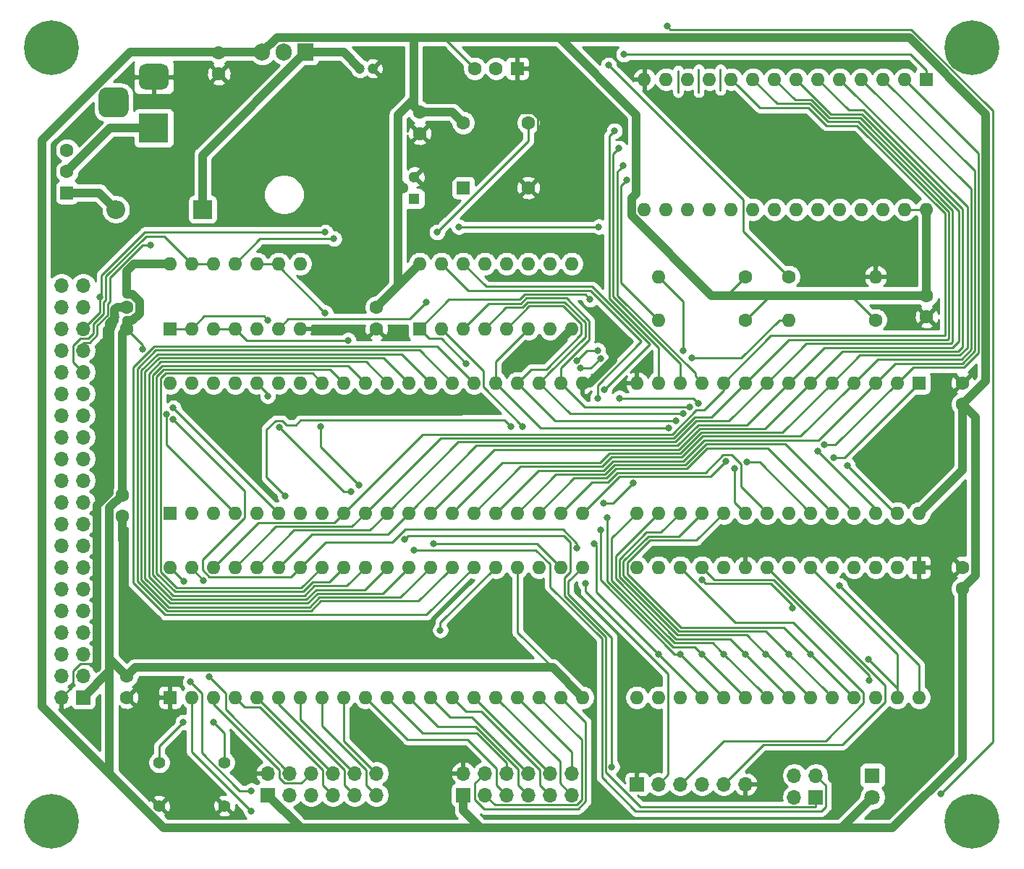
<source format=gtl>
%TF.GenerationSoftware,KiCad,Pcbnew,5.1.9+dfsg1-1*%
%TF.CreationDate,2021-08-01T20:01:47+10:00*%
%TF.ProjectId,6502-computer,36353032-2d63-46f6-9d70-757465722e6b,rev?*%
%TF.SameCoordinates,Original*%
%TF.FileFunction,Copper,L1,Top*%
%TF.FilePolarity,Positive*%
%FSLAX46Y46*%
G04 Gerber Fmt 4.6, Leading zero omitted, Abs format (unit mm)*
G04 Created by KiCad (PCBNEW 5.1.9+dfsg1-1) date 2021-08-01 20:01:47*
%MOMM*%
%LPD*%
G01*
G04 APERTURE LIST*
%TA.AperFunction,ComponentPad*%
%ADD10R,1.600000X1.600000*%
%TD*%
%TA.AperFunction,ComponentPad*%
%ADD11O,1.600000X1.600000*%
%TD*%
%TA.AperFunction,ComponentPad*%
%ADD12C,1.300000*%
%TD*%
%TA.AperFunction,ComponentPad*%
%ADD13R,1.300000X1.300000*%
%TD*%
%TA.AperFunction,ComponentPad*%
%ADD14R,1.700000X1.700000*%
%TD*%
%TA.AperFunction,ComponentPad*%
%ADD15O,1.700000X1.700000*%
%TD*%
%TA.AperFunction,ComponentPad*%
%ADD16C,1.397000*%
%TD*%
%TA.AperFunction,ComponentPad*%
%ADD17C,1.600000*%
%TD*%
%TA.AperFunction,ComponentPad*%
%ADD18R,1.800000X1.800000*%
%TD*%
%TA.AperFunction,ComponentPad*%
%ADD19C,1.800000*%
%TD*%
%TA.AperFunction,ComponentPad*%
%ADD20C,0.800000*%
%TD*%
%TA.AperFunction,ComponentPad*%
%ADD21C,6.400000*%
%TD*%
%TA.AperFunction,ComponentPad*%
%ADD22O,1.905000X2.000000*%
%TD*%
%TA.AperFunction,ComponentPad*%
%ADD23R,1.905000X2.000000*%
%TD*%
%TA.AperFunction,ComponentPad*%
%ADD24C,1.200000*%
%TD*%
%TA.AperFunction,ComponentPad*%
%ADD25R,2.200000X2.200000*%
%TD*%
%TA.AperFunction,ComponentPad*%
%ADD26O,2.200000X2.200000*%
%TD*%
%TA.AperFunction,ComponentPad*%
%ADD27R,3.500000X3.500000*%
%TD*%
%TA.AperFunction,ViaPad*%
%ADD28C,0.800000*%
%TD*%
%TA.AperFunction,Conductor*%
%ADD29C,0.250000*%
%TD*%
%TA.AperFunction,Conductor*%
%ADD30C,1.000000*%
%TD*%
%TA.AperFunction,Conductor*%
%ADD31C,0.254000*%
%TD*%
%TA.AperFunction,Conductor*%
%ADD32C,0.100000*%
%TD*%
G04 APERTURE END LIST*
D10*
%TO.P,U4,1*%
%TO.N,/~RW*%
X95885000Y-107950000D03*
D11*
%TO.P,U4,8*%
%TO.N,/~ROMCE*%
X111125000Y-100330000D03*
%TO.P,U4,2*%
%TO.N,/~RW*%
X98425000Y-107950000D03*
%TO.P,U4,9*%
%TO.N,/A15*%
X108585000Y-100330000D03*
%TO.P,U4,3*%
%TO.N,/~RAMOE*%
X100965000Y-107950000D03*
%TO.P,U4,10*%
%TO.N,/A15*%
X106045000Y-100330000D03*
%TO.P,U4,4*%
%TO.N,/~RAMOE*%
X103505000Y-107950000D03*
%TO.P,U4,11*%
%TO.N,/~ROMOE*%
X103505000Y-100330000D03*
%TO.P,U4,5*%
%TO.N,/PHI2*%
X106045000Y-107950000D03*
%TO.P,U4,12*%
%TO.N,/A14*%
X100965000Y-100330000D03*
%TO.P,U4,6*%
%TO.N,/~RAMWE*%
X108585000Y-107950000D03*
%TO.P,U4,13*%
%TO.N,/A14*%
X98425000Y-100330000D03*
%TO.P,U4,7*%
%TO.N,GND*%
X111125000Y-107950000D03*
%TO.P,U4,14*%
%TO.N,+5V*%
X95885000Y-100330000D03*
%TD*%
%TO.P,U9,28*%
%TO.N,+5V*%
X184404000Y-93980000D03*
%TO.P,U9,14*%
%TO.N,GND*%
X151384000Y-78740000D03*
%TO.P,U9,27*%
%TO.N,+5V*%
X181864000Y-93980000D03*
%TO.P,U9,13*%
%TO.N,/D2*%
X153924000Y-78740000D03*
%TO.P,U9,26*%
%TO.N,/A13*%
X179324000Y-93980000D03*
%TO.P,U9,12*%
%TO.N,/D1*%
X156464000Y-78740000D03*
%TO.P,U9,25*%
%TO.N,/A8*%
X176784000Y-93980000D03*
%TO.P,U9,11*%
%TO.N,/D0*%
X159004000Y-78740000D03*
%TO.P,U9,24*%
%TO.N,/A9*%
X174244000Y-93980000D03*
%TO.P,U9,10*%
%TO.N,/A0*%
X161544000Y-78740000D03*
%TO.P,U9,23*%
%TO.N,/A11*%
X171704000Y-93980000D03*
%TO.P,U9,9*%
%TO.N,/A1*%
X164084000Y-78740000D03*
%TO.P,U9,22*%
%TO.N,/~ROMOE*%
X169164000Y-93980000D03*
%TO.P,U9,8*%
%TO.N,/A2*%
X166624000Y-78740000D03*
%TO.P,U9,21*%
%TO.N,/A10*%
X166624000Y-93980000D03*
%TO.P,U9,7*%
%TO.N,/A3*%
X169164000Y-78740000D03*
%TO.P,U9,20*%
%TO.N,/~ROMCE*%
X164084000Y-93980000D03*
%TO.P,U9,6*%
%TO.N,/A4*%
X171704000Y-78740000D03*
%TO.P,U9,19*%
%TO.N,/D7*%
X161544000Y-93980000D03*
%TO.P,U9,5*%
%TO.N,/A5*%
X174244000Y-78740000D03*
%TO.P,U9,18*%
%TO.N,/D6*%
X159004000Y-93980000D03*
%TO.P,U9,4*%
%TO.N,/A6*%
X176784000Y-78740000D03*
%TO.P,U9,17*%
%TO.N,/D5*%
X156464000Y-93980000D03*
%TO.P,U9,3*%
%TO.N,/A7*%
X179324000Y-78740000D03*
%TO.P,U9,16*%
%TO.N,/D4*%
X153924000Y-93980000D03*
%TO.P,U9,2*%
%TO.N,/A12*%
X181864000Y-78740000D03*
%TO.P,U9,15*%
%TO.N,/D3*%
X151384000Y-93980000D03*
D10*
%TO.P,U9,1*%
%TO.N,/ROMSEL*%
X184404000Y-78740000D03*
%TD*%
D12*
%TO.P,U7,2*%
%TO.N,+5V*%
X123190000Y-91440000D03*
%TO.P,U7,3*%
%TO.N,GND*%
X124460000Y-90170000D03*
D13*
%TO.P,U7,1*%
%TO.N,/~RES*%
X124460000Y-92710000D03*
%TD*%
D11*
%TO.P,U3,40*%
%TO.N,/CA1*%
X95885000Y-135890000D03*
%TO.P,U3,20*%
%TO.N,+5V*%
X144145000Y-151130000D03*
%TO.P,U3,39*%
%TO.N,/CA2*%
X98425000Y-135890000D03*
%TO.P,U3,19*%
%TO.N,/CB2*%
X141605000Y-151130000D03*
%TO.P,U3,38*%
%TO.N,/A0*%
X100965000Y-135890000D03*
%TO.P,U3,18*%
%TO.N,/CB1*%
X139065000Y-151130000D03*
%TO.P,U3,37*%
%TO.N,/A1*%
X103505000Y-135890000D03*
%TO.P,U3,17*%
%TO.N,/PB7*%
X136525000Y-151130000D03*
%TO.P,U3,36*%
%TO.N,/A2*%
X106045000Y-135890000D03*
%TO.P,U3,16*%
%TO.N,/PB6*%
X133985000Y-151130000D03*
%TO.P,U3,35*%
%TO.N,/A3*%
X108585000Y-135890000D03*
%TO.P,U3,15*%
%TO.N,/PB5*%
X131445000Y-151130000D03*
%TO.P,U3,34*%
%TO.N,/~RES*%
X111125000Y-135890000D03*
%TO.P,U3,14*%
%TO.N,/PB4*%
X128905000Y-151130000D03*
%TO.P,U3,33*%
%TO.N,/D0*%
X113665000Y-135890000D03*
%TO.P,U3,13*%
%TO.N,/PB3*%
X126365000Y-151130000D03*
%TO.P,U3,32*%
%TO.N,/D1*%
X116205000Y-135890000D03*
%TO.P,U3,12*%
%TO.N,/PB2*%
X123825000Y-151130000D03*
%TO.P,U3,31*%
%TO.N,/D2*%
X118745000Y-135890000D03*
%TO.P,U3,11*%
%TO.N,/PB1*%
X121285000Y-151130000D03*
%TO.P,U3,30*%
%TO.N,/D3*%
X121285000Y-135890000D03*
%TO.P,U3,10*%
%TO.N,/PB0*%
X118745000Y-151130000D03*
%TO.P,U3,29*%
%TO.N,/D4*%
X123825000Y-135890000D03*
%TO.P,U3,9*%
%TO.N,/PA7*%
X116205000Y-151130000D03*
%TO.P,U3,28*%
%TO.N,/D5*%
X126365000Y-135890000D03*
%TO.P,U3,8*%
%TO.N,/PA6*%
X113665000Y-151130000D03*
%TO.P,U3,27*%
%TO.N,/D6*%
X128905000Y-135890000D03*
%TO.P,U3,7*%
%TO.N,/PA5*%
X111125000Y-151130000D03*
%TO.P,U3,26*%
%TO.N,/D7*%
X131445000Y-135890000D03*
%TO.P,U3,6*%
%TO.N,/PA4*%
X108585000Y-151130000D03*
%TO.P,U3,25*%
%TO.N,/PHI2*%
X133985000Y-135890000D03*
%TO.P,U3,5*%
%TO.N,/PA3*%
X106045000Y-151130000D03*
%TO.P,U3,24*%
%TO.N,+5V*%
X136525000Y-135890000D03*
%TO.P,U3,4*%
%TO.N,/PA2*%
X103505000Y-151130000D03*
%TO.P,U3,23*%
%TO.N,/~IO0*%
X139065000Y-135890000D03*
%TO.P,U3,3*%
%TO.N,/PA1*%
X100965000Y-151130000D03*
%TO.P,U3,22*%
%TO.N,/~RW*%
X141605000Y-135890000D03*
%TO.P,U3,2*%
%TO.N,/PA0*%
X98425000Y-151130000D03*
%TO.P,U3,21*%
%TO.N,/~VIAIRQ*%
X144145000Y-135890000D03*
D10*
%TO.P,U3,1*%
%TO.N,GND*%
X95885000Y-151130000D03*
%TD*%
D14*
%TO.P,J1,1*%
%TO.N,+5V*%
X85725000Y-151130000D03*
D15*
%TO.P,J1,2*%
%TO.N,GND*%
X83185000Y-151130000D03*
%TO.P,J1,3*%
%TO.N,/A0*%
X85725000Y-148590000D03*
%TO.P,J1,4*%
%TO.N,/D0*%
X83185000Y-148590000D03*
%TO.P,J1,5*%
%TO.N,/A1*%
X85725000Y-146050000D03*
%TO.P,J1,6*%
%TO.N,/D1*%
X83185000Y-146050000D03*
%TO.P,J1,7*%
%TO.N,/A2*%
X85725000Y-143510000D03*
%TO.P,J1,8*%
%TO.N,/D2*%
X83185000Y-143510000D03*
%TO.P,J1,9*%
%TO.N,/A3*%
X85725000Y-140970000D03*
%TO.P,J1,10*%
%TO.N,/D3*%
X83185000Y-140970000D03*
%TO.P,J1,11*%
%TO.N,/A4*%
X85725000Y-138430000D03*
%TO.P,J1,12*%
%TO.N,/D4*%
X83185000Y-138430000D03*
%TO.P,J1,13*%
%TO.N,/A5*%
X85725000Y-135890000D03*
%TO.P,J1,14*%
%TO.N,/D5*%
X83185000Y-135890000D03*
%TO.P,J1,15*%
%TO.N,/A6*%
X85725000Y-133350000D03*
%TO.P,J1,16*%
%TO.N,/D6*%
X83185000Y-133350000D03*
%TO.P,J1,17*%
%TO.N,/A7*%
X85725000Y-130810000D03*
%TO.P,J1,18*%
%TO.N,/D7*%
X83185000Y-130810000D03*
%TO.P,J1,19*%
%TO.N,/A8*%
X85725000Y-128270000D03*
%TO.P,J1,20*%
%TO.N,/~IO0*%
X83185000Y-128270000D03*
%TO.P,J1,21*%
%TO.N,/A9*%
X85725000Y-125730000D03*
%TO.P,J1,22*%
%TO.N,/~IO1*%
X83185000Y-125730000D03*
%TO.P,J1,23*%
%TO.N,/A10*%
X85725000Y-123190000D03*
%TO.P,J1,24*%
%TO.N,/~IO2*%
X83185000Y-123190000D03*
%TO.P,J1,25*%
%TO.N,/A11*%
X85725000Y-120650000D03*
%TO.P,J1,26*%
%TO.N,/~IO3*%
X83185000Y-120650000D03*
%TO.P,J1,27*%
%TO.N,/A12*%
X85725000Y-118110000D03*
%TO.P,J1,28*%
%TO.N,/~IO4*%
X83185000Y-118110000D03*
%TO.P,J1,29*%
%TO.N,/A13*%
X85725000Y-115570000D03*
%TO.P,J1,30*%
%TO.N,/~IO5*%
X83185000Y-115570000D03*
%TO.P,J1,31*%
%TO.N,/A14*%
X85725000Y-113030000D03*
%TO.P,J1,32*%
%TO.N,/~IO6*%
X83185000Y-113030000D03*
%TO.P,J1,33*%
%TO.N,/A15*%
X85725000Y-110490000D03*
%TO.P,J1,34*%
%TO.N,/~IO7*%
X83185000Y-110490000D03*
%TO.P,J1,35*%
%TO.N,/PHI2*%
X85725000Y-107950000D03*
%TO.P,J1,36*%
%TO.N,/~RES*%
X83185000Y-107950000D03*
%TO.P,J1,37*%
%TO.N,/~NMI*%
X85725000Y-105410000D03*
%TO.P,J1,38*%
%TO.N,/~IRQ*%
X83185000Y-105410000D03*
%TO.P,J1,39*%
%TO.N,/~RW*%
X85725000Y-102870000D03*
%TO.P,J1,40*%
%TO.N,/~RAMWE*%
X83185000Y-102870000D03*
%TD*%
D10*
%TO.P,U8,1*%
%TO.N,/A14*%
X183515000Y-114300000D03*
D11*
%TO.P,U8,15*%
%TO.N,/D3*%
X150495000Y-129540000D03*
%TO.P,U8,2*%
%TO.N,/A12*%
X180975000Y-114300000D03*
%TO.P,U8,16*%
%TO.N,/D4*%
X153035000Y-129540000D03*
%TO.P,U8,3*%
%TO.N,/A7*%
X178435000Y-114300000D03*
%TO.P,U8,17*%
%TO.N,/D5*%
X155575000Y-129540000D03*
%TO.P,U8,4*%
%TO.N,/A6*%
X175895000Y-114300000D03*
%TO.P,U8,18*%
%TO.N,/D6*%
X158115000Y-129540000D03*
%TO.P,U8,5*%
%TO.N,/A5*%
X173355000Y-114300000D03*
%TO.P,U8,19*%
%TO.N,/D7*%
X160655000Y-129540000D03*
%TO.P,U8,6*%
%TO.N,/A4*%
X170815000Y-114300000D03*
%TO.P,U8,20*%
%TO.N,/A15*%
X163195000Y-129540000D03*
%TO.P,U8,7*%
%TO.N,/A3*%
X168275000Y-114300000D03*
%TO.P,U8,21*%
%TO.N,/A10*%
X165735000Y-129540000D03*
%TO.P,U8,8*%
%TO.N,/A2*%
X165735000Y-114300000D03*
%TO.P,U8,22*%
%TO.N,/~RAMOE*%
X168275000Y-129540000D03*
%TO.P,U8,9*%
%TO.N,/A1*%
X163195000Y-114300000D03*
%TO.P,U8,23*%
%TO.N,/A11*%
X170815000Y-129540000D03*
%TO.P,U8,10*%
%TO.N,/A0*%
X160655000Y-114300000D03*
%TO.P,U8,24*%
%TO.N,/A9*%
X173355000Y-129540000D03*
%TO.P,U8,11*%
%TO.N,/D0*%
X158115000Y-114300000D03*
%TO.P,U8,25*%
%TO.N,/A8*%
X175895000Y-129540000D03*
%TO.P,U8,12*%
%TO.N,/D1*%
X155575000Y-114300000D03*
%TO.P,U8,26*%
%TO.N,/A13*%
X178435000Y-129540000D03*
%TO.P,U8,13*%
%TO.N,/D2*%
X153035000Y-114300000D03*
%TO.P,U8,27*%
%TO.N,/~RAMWE*%
X180975000Y-129540000D03*
%TO.P,U8,14*%
%TO.N,GND*%
X150495000Y-114300000D03*
%TO.P,U8,28*%
%TO.N,+5V*%
X183515000Y-129540000D03*
%TD*%
D10*
%TO.P,U1,1*%
%TO.N,Net-(U1-Pad1)*%
X95885000Y-129540000D03*
D11*
%TO.P,U1,21*%
%TO.N,GND*%
X144145000Y-114300000D03*
%TO.P,U1,2*%
%TO.N,Net-(R1-Pad2)*%
X98425000Y-129540000D03*
%TO.P,U1,22*%
%TO.N,/A12*%
X141605000Y-114300000D03*
%TO.P,U1,3*%
%TO.N,Net-(U1-Pad3)*%
X100965000Y-129540000D03*
%TO.P,U1,23*%
%TO.N,/A13*%
X139065000Y-114300000D03*
%TO.P,U1,4*%
%TO.N,/~IRQ*%
X103505000Y-129540000D03*
%TO.P,U1,24*%
%TO.N,/A14*%
X136525000Y-114300000D03*
%TO.P,U1,5*%
%TO.N,Net-(U1-Pad5)*%
X106045000Y-129540000D03*
%TO.P,U1,25*%
%TO.N,/A15*%
X133985000Y-114300000D03*
%TO.P,U1,6*%
%TO.N,/~NMI*%
X108585000Y-129540000D03*
%TO.P,U1,26*%
%TO.N,/D7*%
X131445000Y-114300000D03*
%TO.P,U1,7*%
%TO.N,Net-(U1-Pad7)*%
X111125000Y-129540000D03*
%TO.P,U1,27*%
%TO.N,/D6*%
X128905000Y-114300000D03*
%TO.P,U1,8*%
%TO.N,+5V*%
X113665000Y-129540000D03*
%TO.P,U1,28*%
%TO.N,/D5*%
X126365000Y-114300000D03*
%TO.P,U1,9*%
%TO.N,/A0*%
X116205000Y-129540000D03*
%TO.P,U1,29*%
%TO.N,/D4*%
X123825000Y-114300000D03*
%TO.P,U1,10*%
%TO.N,/A1*%
X118745000Y-129540000D03*
%TO.P,U1,30*%
%TO.N,/D3*%
X121285000Y-114300000D03*
%TO.P,U1,11*%
%TO.N,/A2*%
X121285000Y-129540000D03*
%TO.P,U1,31*%
%TO.N,/D2*%
X118745000Y-114300000D03*
%TO.P,U1,12*%
%TO.N,/A3*%
X123825000Y-129540000D03*
%TO.P,U1,32*%
%TO.N,/D1*%
X116205000Y-114300000D03*
%TO.P,U1,13*%
%TO.N,/A4*%
X126365000Y-129540000D03*
%TO.P,U1,33*%
%TO.N,/D0*%
X113665000Y-114300000D03*
%TO.P,U1,14*%
%TO.N,/A5*%
X128905000Y-129540000D03*
%TO.P,U1,34*%
%TO.N,/~RW*%
X111125000Y-114300000D03*
%TO.P,U1,15*%
%TO.N,/A6*%
X131445000Y-129540000D03*
%TO.P,U1,35*%
%TO.N,Net-(U1-Pad35)*%
X108585000Y-114300000D03*
%TO.P,U1,16*%
%TO.N,/A7*%
X133985000Y-129540000D03*
%TO.P,U1,36*%
%TO.N,Net-(R2-Pad2)*%
X106045000Y-114300000D03*
%TO.P,U1,17*%
%TO.N,/A8*%
X136525000Y-129540000D03*
%TO.P,U1,37*%
%TO.N,/PHI2*%
X103505000Y-114300000D03*
%TO.P,U1,18*%
%TO.N,/A9*%
X139065000Y-129540000D03*
%TO.P,U1,38*%
%TO.N,+5V*%
X100965000Y-114300000D03*
%TO.P,U1,19*%
%TO.N,/A10*%
X141605000Y-129540000D03*
%TO.P,U1,39*%
%TO.N,Net-(U1-Pad39)*%
X98425000Y-114300000D03*
%TO.P,U1,20*%
%TO.N,/A11*%
X144145000Y-129540000D03*
%TO.P,U1,40*%
%TO.N,/~RES*%
X95885000Y-114300000D03*
%TD*%
D15*
%TO.P,J4,12*%
%TO.N,/PA7*%
X120015000Y-160020000D03*
%TO.P,J4,11*%
%TO.N,/PA6*%
X120015000Y-162560000D03*
%TO.P,J4,10*%
%TO.N,/PA5*%
X117475000Y-160020000D03*
%TO.P,J4,9*%
%TO.N,/PA4*%
X117475000Y-162560000D03*
%TO.P,J4,8*%
%TO.N,/PA3*%
X114935000Y-160020000D03*
%TO.P,J4,7*%
%TO.N,/PA2*%
X114935000Y-162560000D03*
%TO.P,J4,6*%
%TO.N,/PA1*%
X112395000Y-160020000D03*
%TO.P,J4,5*%
%TO.N,/PA0*%
X112395000Y-162560000D03*
%TO.P,J4,4*%
%TO.N,/CA2*%
X109855000Y-160020000D03*
%TO.P,J4,3*%
%TO.N,/CA1*%
X109855000Y-162560000D03*
%TO.P,J4,2*%
%TO.N,GND*%
X107315000Y-160020000D03*
D14*
%TO.P,J4,1*%
%TO.N,+5V*%
X107315000Y-162560000D03*
%TD*%
D16*
%TO.P,SW3,1*%
%TO.N,/~RES*%
X102235000Y-158750000D03*
%TO.P,SW3,2*%
%TO.N,GND*%
X102235000Y-163830000D03*
%TO.P,SW3,1*%
%TO.N,/~RES*%
X94615000Y-158750000D03*
%TO.P,SW3,2*%
%TO.N,GND*%
X94615000Y-163830000D03*
%TD*%
D17*
%TO.P,C4,1*%
%TO.N,GND*%
X90805000Y-151130000D03*
%TO.P,C4,2*%
%TO.N,+5V*%
X90805000Y-148630000D03*
%TD*%
%TO.P,C6,1*%
%TO.N,GND*%
X90297000Y-129921000D03*
%TO.P,C6,2*%
%TO.N,+5V*%
X90297000Y-127421000D03*
%TD*%
D18*
%TO.P,D2,1*%
%TO.N,Net-(D2-Pad1)*%
X178054000Y-160274000D03*
D19*
%TO.P,D2,2*%
%TO.N,+5V*%
X178054000Y-162814000D03*
%TD*%
D20*
%TO.P,H4,1*%
%TO.N,N/C*%
X191435056Y-163910944D03*
X189738000Y-163208000D03*
X188040944Y-163910944D03*
X187338000Y-165608000D03*
X188040944Y-167305056D03*
X189738000Y-168008000D03*
X191435056Y-167305056D03*
X192138000Y-165608000D03*
D21*
%TO.N,GND*%
X189738000Y-165608000D03*
%TD*%
D20*
%TO.P,H2,1*%
%TO.N,N/C*%
X188040944Y-76754056D03*
X189738000Y-77457000D03*
X191435056Y-76754056D03*
X192138000Y-75057000D03*
X191435056Y-73359944D03*
X189738000Y-72657000D03*
X188040944Y-73359944D03*
X187338000Y-75057000D03*
D21*
%TO.N,GND*%
X189738000Y-75057000D03*
%TD*%
D20*
%TO.P,H1,1*%
%TO.N,N/C*%
X80344944Y-76754056D03*
X82042000Y-77457000D03*
X83739056Y-76754056D03*
X84442000Y-75057000D03*
X83739056Y-73359944D03*
X82042000Y-72657000D03*
X80344944Y-73359944D03*
X79642000Y-75057000D03*
D21*
%TO.N,GND*%
X82042000Y-75057000D03*
%TD*%
D20*
%TO.P,H3,1*%
%TO.N,N/C*%
X83739056Y-163910944D03*
X82042000Y-163208000D03*
X80344944Y-163910944D03*
X79642000Y-165608000D03*
X80344944Y-167305056D03*
X82042000Y-168008000D03*
X83739056Y-167305056D03*
X84442000Y-165608000D03*
D21*
%TO.N,GND*%
X82042000Y-165608000D03*
%TD*%
D22*
%TO.P,U5,3*%
%TO.N,+5V*%
X106680000Y-75565000D03*
%TO.P,U5,2*%
%TO.N,GND*%
X109220000Y-75565000D03*
D23*
%TO.P,U5,1*%
%TO.N,Net-(C9-Pad1)*%
X111760000Y-75565000D03*
%TD*%
D17*
%TO.P,C1,1*%
%TO.N,GND*%
X188595000Y-135890000D03*
%TO.P,C1,2*%
%TO.N,+5V*%
X188595000Y-138390000D03*
%TD*%
%TO.P,C2,2*%
%TO.N,+5V*%
X120015000Y-105450000D03*
%TO.P,C2,1*%
%TO.N,GND*%
X120015000Y-107950000D03*
%TD*%
%TO.P,C3,2*%
%TO.N,+5V*%
X188595000Y-116800000D03*
%TO.P,C3,1*%
%TO.N,GND*%
X188595000Y-114300000D03*
%TD*%
%TO.P,C5,2*%
%TO.N,+5V*%
X125095000Y-82590000D03*
%TO.P,C5,1*%
%TO.N,GND*%
X125095000Y-85090000D03*
%TD*%
%TO.P,C7,2*%
%TO.N,+5V*%
X101600000Y-75605000D03*
%TO.P,C7,1*%
%TO.N,GND*%
X101600000Y-78105000D03*
%TD*%
%TO.P,C8,2*%
%TO.N,+5V*%
X184404000Y-104053000D03*
%TO.P,C8,1*%
%TO.N,GND*%
X184404000Y-106553000D03*
%TD*%
D24*
%TO.P,C9,1*%
%TO.N,Net-(C9-Pad1)*%
X118110000Y-77470000D03*
%TO.P,C9,2*%
%TO.N,GND*%
X119610000Y-77470000D03*
%TD*%
D17*
%TO.P,C10,1*%
%TO.N,+5V*%
X90805000Y-107950000D03*
%TO.P,C10,2*%
%TO.N,GND*%
X90805000Y-105450000D03*
%TD*%
D25*
%TO.P,D1,1*%
%TO.N,Net-(C9-Pad1)*%
X99695000Y-93980000D03*
D26*
%TO.P,D1,2*%
%TO.N,Net-(D1-Pad2)*%
X89535000Y-93980000D03*
%TD*%
D27*
%TO.P,J2,1*%
%TO.N,Net-(J2-Pad1)*%
X93980000Y-84455000D03*
%TO.P,J2,2*%
%TO.N,GND*%
%TA.AperFunction,ComponentPad*%
G36*
G01*
X92980000Y-76955000D02*
X94980000Y-76955000D01*
G75*
G02*
X95730000Y-77705000I0J-750000D01*
G01*
X95730000Y-79205000D01*
G75*
G02*
X94980000Y-79955000I-750000J0D01*
G01*
X92980000Y-79955000D01*
G75*
G02*
X92230000Y-79205000I0J750000D01*
G01*
X92230000Y-77705000D01*
G75*
G02*
X92980000Y-76955000I750000J0D01*
G01*
G37*
%TD.AperFunction*%
%TO.P,J2,3*%
%TO.N,N/C*%
%TA.AperFunction,ComponentPad*%
G36*
G01*
X88405000Y-79705000D02*
X90155000Y-79705000D01*
G75*
G02*
X91030000Y-80580000I0J-875000D01*
G01*
X91030000Y-82330000D01*
G75*
G02*
X90155000Y-83205000I-875000J0D01*
G01*
X88405000Y-83205000D01*
G75*
G02*
X87530000Y-82330000I0J875000D01*
G01*
X87530000Y-80580000D01*
G75*
G02*
X88405000Y-79705000I875000J0D01*
G01*
G37*
%TD.AperFunction*%
%TD*%
D14*
%TO.P,J3,1*%
%TO.N,/~NMI*%
X171450000Y-162814000D03*
D15*
%TO.P,J3,2*%
%TO.N,/~ACIAIRQ*%
X168910000Y-162814000D03*
%TO.P,J3,3*%
%TO.N,/~IRQ*%
X171450000Y-160274000D03*
%TO.P,J3,4*%
%TO.N,/~VIAIRQ*%
X168910000Y-160274000D03*
%TD*%
D14*
%TO.P,J5,1*%
%TO.N,+5V*%
X130175000Y-162560000D03*
D15*
%TO.P,J5,2*%
%TO.N,GND*%
X130175000Y-160020000D03*
%TO.P,J5,3*%
%TO.N,/CB1*%
X132715000Y-162560000D03*
%TO.P,J5,4*%
%TO.N,/CB2*%
X132715000Y-160020000D03*
%TO.P,J5,5*%
%TO.N,/PB0*%
X135255000Y-162560000D03*
%TO.P,J5,6*%
%TO.N,/PB1*%
X135255000Y-160020000D03*
%TO.P,J5,7*%
%TO.N,/PB2*%
X137795000Y-162560000D03*
%TO.P,J5,8*%
%TO.N,/PB3*%
X137795000Y-160020000D03*
%TO.P,J5,9*%
%TO.N,/PB4*%
X140335000Y-162560000D03*
%TO.P,J5,10*%
%TO.N,/PB5*%
X140335000Y-160020000D03*
%TO.P,J5,11*%
%TO.N,/PB6*%
X142875000Y-162560000D03*
%TO.P,J5,12*%
%TO.N,/PB7*%
X142875000Y-160020000D03*
%TD*%
D14*
%TO.P,J6,1*%
%TO.N,GND*%
X150495000Y-161290000D03*
D15*
%TO.P,J6,2*%
%TO.N,/UART_TX*%
X153035000Y-161290000D03*
%TO.P,J6,3*%
%TO.N,/UART_RX*%
X155575000Y-161290000D03*
%TO.P,J6,4*%
%TO.N,Net-(J6-Pad4)*%
X158115000Y-161290000D03*
%TO.P,J6,5*%
%TO.N,/~UART_RTS*%
X160655000Y-161290000D03*
%TO.P,J6,6*%
%TO.N,GND*%
X163195000Y-161290000D03*
%TD*%
D11*
%TO.P,R1,2*%
%TO.N,Net-(R1-Pad2)*%
X168275000Y-106934000D03*
D17*
%TO.P,R1,1*%
%TO.N,+5V*%
X178435000Y-106934000D03*
%TD*%
%TO.P,R2,1*%
%TO.N,+5V*%
X163195000Y-101854000D03*
D11*
%TO.P,R2,2*%
%TO.N,Net-(R2-Pad2)*%
X153035000Y-101854000D03*
%TD*%
%TO.P,R3,2*%
%TO.N,GND*%
X178435000Y-101854000D03*
D17*
%TO.P,R3,1*%
%TO.N,Net-(D2-Pad1)*%
X168275000Y-101854000D03*
%TD*%
%TO.P,R4,1*%
%TO.N,+5V*%
X163195000Y-106934000D03*
D11*
%TO.P,R4,2*%
%TO.N,/~ACIAIRQ*%
X153035000Y-106934000D03*
%TD*%
D10*
%TO.P,SW1,1*%
%TO.N,Net-(D1-Pad2)*%
X83820000Y-92035000D03*
D17*
%TO.P,SW1,2*%
%TO.N,Net-(J2-Pad1)*%
X83820000Y-89535000D03*
%TO.P,SW1,3*%
%TO.N,Net-(SW1-Pad3)*%
X83820000Y-87035000D03*
%TD*%
%TO.P,SW2,3*%
%TO.N,+5V*%
X131525000Y-77470000D03*
%TO.P,SW2,2*%
%TO.N,/ROMSEL*%
X134025000Y-77470000D03*
D10*
%TO.P,SW2,1*%
%TO.N,GND*%
X136525000Y-77470000D03*
%TD*%
%TO.P,U2,1*%
%TO.N,/A10*%
X125095000Y-107950000D03*
D11*
%TO.P,U2,9*%
%TO.N,/~IO6*%
X142875000Y-100330000D03*
%TO.P,U2,2*%
%TO.N,/A11*%
X127635000Y-107950000D03*
%TO.P,U2,10*%
%TO.N,/~IO5*%
X140335000Y-100330000D03*
%TO.P,U2,3*%
%TO.N,/A12*%
X130175000Y-107950000D03*
%TO.P,U2,11*%
%TO.N,/~IO4*%
X137795000Y-100330000D03*
%TO.P,U2,4*%
%TO.N,/A13*%
X132715000Y-107950000D03*
%TO.P,U2,12*%
%TO.N,/~IO3*%
X135255000Y-100330000D03*
%TO.P,U2,5*%
%TO.N,/A14*%
X135255000Y-107950000D03*
%TO.P,U2,13*%
%TO.N,/~IO2*%
X132715000Y-100330000D03*
%TO.P,U2,6*%
%TO.N,/A15*%
X137795000Y-107950000D03*
%TO.P,U2,14*%
%TO.N,/~IO1*%
X130175000Y-100330000D03*
%TO.P,U2,7*%
%TO.N,/~IO7*%
X140335000Y-107950000D03*
%TO.P,U2,15*%
%TO.N,/~IO0*%
X127635000Y-100330000D03*
%TO.P,U2,8*%
%TO.N,GND*%
X142875000Y-107950000D03*
%TO.P,U2,16*%
%TO.N,+5V*%
X125095000Y-100330000D03*
%TD*%
D10*
%TO.P,U6,1*%
%TO.N,GND*%
X183515000Y-135890000D03*
D11*
%TO.P,U6,15*%
%TO.N,+5V*%
X150495000Y-151130000D03*
%TO.P,U6,2*%
X180975000Y-135890000D03*
%TO.P,U6,16*%
%TO.N,Net-(U6-Pad11)*%
X153035000Y-151130000D03*
%TO.P,U6,3*%
%TO.N,/~IO1*%
X178435000Y-135890000D03*
%TO.P,U6,17*%
%TO.N,Net-(U6-Pad11)*%
X155575000Y-151130000D03*
%TO.P,U6,4*%
%TO.N,/~RES*%
X175895000Y-135890000D03*
%TO.P,U6,18*%
%TO.N,/D0*%
X158115000Y-151130000D03*
%TO.P,U6,5*%
%TO.N,Net-(U6-Pad5)*%
X173355000Y-135890000D03*
%TO.P,U6,19*%
%TO.N,/D1*%
X160655000Y-151130000D03*
%TO.P,U6,6*%
%TO.N,/PHI2*%
X170815000Y-135890000D03*
%TO.P,U6,20*%
%TO.N,/D2*%
X163195000Y-151130000D03*
%TO.P,U6,7*%
%TO.N,Net-(U6-Pad7)*%
X168275000Y-135890000D03*
%TO.P,U6,21*%
%TO.N,/D3*%
X165735000Y-151130000D03*
%TO.P,U6,8*%
%TO.N,/~UART_RTS*%
X165735000Y-135890000D03*
%TO.P,U6,22*%
%TO.N,/D4*%
X168275000Y-151130000D03*
%TO.P,U6,9*%
%TO.N,GND*%
X163195000Y-135890000D03*
%TO.P,U6,23*%
%TO.N,/D5*%
X170815000Y-151130000D03*
%TO.P,U6,10*%
%TO.N,/UART_TX*%
X160655000Y-135890000D03*
%TO.P,U6,24*%
%TO.N,/D6*%
X173355000Y-151130000D03*
%TO.P,U6,11*%
%TO.N,Net-(U6-Pad11)*%
X158115000Y-135890000D03*
%TO.P,U6,25*%
%TO.N,/D7*%
X175895000Y-151130000D03*
%TO.P,U6,12*%
%TO.N,/UART_RX*%
X155575000Y-135890000D03*
%TO.P,U6,26*%
%TO.N,/~ACIAIRQ*%
X178435000Y-151130000D03*
%TO.P,U6,13*%
%TO.N,/A0*%
X153035000Y-135890000D03*
%TO.P,U6,27*%
%TO.N,/PHI2*%
X180975000Y-151130000D03*
%TO.P,U6,14*%
%TO.N,/A1*%
X150495000Y-135890000D03*
%TO.P,U6,28*%
%TO.N,/~RW*%
X183515000Y-151130000D03*
%TD*%
D10*
%TO.P,X1,1*%
%TO.N,Net-(X1-Pad1)*%
X130175000Y-91440000D03*
D17*
%TO.P,X1,8*%
%TO.N,+5V*%
X130175000Y-83820000D03*
%TO.P,X1,5*%
%TO.N,/PHI2*%
X137795000Y-83820000D03*
%TO.P,X1,4*%
%TO.N,GND*%
X137795000Y-91440000D03*
%TD*%
D28*
%TO.N,GND*%
X86360000Y-153670000D03*
X90551000Y-134112000D03*
X92837000Y-144907000D03*
X90551000Y-132969000D03*
X92138500Y-144208500D03*
X184531000Y-118364000D03*
X147701000Y-109220000D03*
X145542000Y-100076000D03*
X137033000Y-110490000D03*
X88796999Y-116562001D03*
X100203000Y-117602000D03*
X101346000Y-117602000D03*
X115443000Y-117602000D03*
X117221000Y-117602000D03*
X138176000Y-110490000D03*
X136271000Y-111252000D03*
X118872000Y-117602000D03*
%TO.N,+5V*%
X92693408Y-110346408D03*
%TO.N,Net-(D2-Pad1)*%
X147193000Y-77089000D03*
X186055000Y-162433000D03*
X154051000Y-72517000D03*
%TO.N,/D0*%
X145513342Y-133096000D03*
X153035000Y-146050000D03*
X148907500Y-88836500D03*
%TO.N,/D1*%
X146238342Y-131501352D03*
X155574997Y-146049997D03*
X148399500Y-86804500D03*
%TO.N,/D2*%
X147033990Y-130048000D03*
X158115000Y-146050000D03*
X147891500Y-84772500D03*
%TO.N,/D3*%
X160654997Y-146049997D03*
%TO.N,/D4*%
X163195003Y-146050003D03*
%TO.N,/D5*%
X165608000Y-146050000D03*
%TO.N,/D6*%
X168275002Y-146050002D03*
%TO.N,/D7*%
X170815000Y-146050000D03*
%TO.N,/~IO0*%
X145923000Y-116078000D03*
%TO.N,/~IO1*%
X146685000Y-115062000D03*
X158115000Y-137404694D03*
X168719500Y-140652500D03*
%TO.N,/A10*%
X130556000Y-112014000D03*
X145034000Y-104521000D03*
%TO.N,/A11*%
X163323395Y-123589331D03*
X160909000Y-123480990D03*
X137160000Y-119380000D03*
%TO.N,/A12*%
X172466000Y-121539000D03*
X156692832Y-117129897D03*
%TO.N,/A13*%
X171704000Y-122301000D03*
X155916365Y-117906365D03*
%TO.N,/A14*%
X173486653Y-123058347D03*
X155101386Y-118721344D03*
%TO.N,/A15*%
X161925000Y-124332994D03*
X154238865Y-119583865D03*
X93599000Y-98171000D03*
X114046000Y-106099999D03*
%TO.N,/PHI2*%
X177550653Y-146680347D03*
X127508000Y-143256000D03*
X108712000Y-119507000D03*
X114046000Y-96647000D03*
X127127000Y-96647000D03*
X87662001Y-104234999D03*
X117094000Y-127000000D03*
%TO.N,/~RES*%
X97409000Y-154051000D03*
X100965000Y-154051000D03*
X96252461Y-118576634D03*
X143510000Y-133604000D03*
%TO.N,/~NMI*%
X96266000Y-117221000D03*
X123317000Y-132588000D03*
%TO.N,/~IRQ*%
X95476370Y-117946010D03*
X124460000Y-133858000D03*
%TO.N,/~RW*%
X107315000Y-106934000D03*
X174244000Y-138049000D03*
X126746000Y-133096000D03*
X117983000Y-126238000D03*
X113538000Y-119380000D03*
%TO.N,/~RAMWE*%
X148463000Y-116078000D03*
X157734000Y-116676000D03*
X175133000Y-123952000D03*
X125857000Y-104880093D03*
%TO.N,/~ACIAIRQ*%
X149352000Y-90551000D03*
%TO.N,/~VIAIRQ*%
X147574000Y-159258000D03*
%TO.N,/PA0*%
X105410000Y-164465008D03*
%TO.N,/CA2*%
X100457000Y-148717000D03*
X99822000Y-137414000D03*
%TO.N,/CA1*%
X97536000Y-137541000D03*
X98260232Y-149329869D03*
X105410000Y-162052000D03*
%TO.N,/UART_TX*%
X144526000Y-137795000D03*
%TO.N,Net-(R1-Pad2)*%
X109347000Y-127508000D03*
X109347000Y-127508000D03*
X156972000Y-111379000D03*
X146245153Y-111437847D03*
X143923465Y-112582586D03*
X135763000Y-119380000D03*
%TO.N,Net-(R2-Pad2)*%
X155956000Y-110490000D03*
X145923000Y-110490000D03*
X143451153Y-111701153D03*
X107315000Y-115824000D03*
%TO.N,/ROMSEL*%
X148971000Y-75819002D03*
%TO.N,/~ROMCE*%
X129667000Y-96012000D03*
X146050000Y-96012000D03*
%TO.N,/~RAMOE*%
X146583980Y-128397000D03*
X150114000Y-125984000D03*
X116713000Y-109299932D03*
%TO.N,/~ROMOE*%
X115062000Y-97409000D03*
%TO.N,Net-(U6-Pad11)*%
X177673000Y-149098000D03*
%TD*%
D29*
%TO.N,*%
X155321000Y-77724000D02*
X155321000Y-80264000D01*
X157734000Y-77597000D02*
X157734000Y-80264000D01*
X160274000Y-77597000D02*
X160274000Y-80010000D01*
D30*
%TO.N,GND*%
X90551000Y-142621000D02*
X92138500Y-144208500D01*
X90551000Y-134112000D02*
X90551000Y-142621000D01*
X90551000Y-134112000D02*
X90551000Y-132969000D01*
X92138500Y-144208500D02*
X92837000Y-144907000D01*
X88796999Y-127223931D02*
X87376000Y-128644930D01*
X88796999Y-107317560D02*
X88796999Y-116562001D01*
X89387029Y-106727530D02*
X88796999Y-107317560D01*
X89387029Y-105736601D02*
X89387029Y-106727530D01*
X89673630Y-105450000D02*
X89387029Y-105736601D01*
X90805000Y-105450000D02*
X89673630Y-105450000D01*
X87376000Y-128644930D02*
X87376000Y-147701000D01*
X142875000Y-107950000D02*
X140335000Y-110490000D01*
X90297000Y-132715000D02*
X90551000Y-132969000D01*
X90297000Y-129921000D02*
X90297000Y-132715000D01*
X144145000Y-114300000D02*
X145010260Y-114300000D01*
X145010260Y-114300000D02*
X147701000Y-111609260D01*
X147701000Y-111609260D02*
X147701000Y-109220000D01*
D29*
X86900001Y-147225001D02*
X87376000Y-147701000D01*
X85350997Y-147225001D02*
X86900001Y-147225001D01*
X84549999Y-148025999D02*
X85350997Y-147225001D01*
X84549999Y-149765001D02*
X84549999Y-148025999D01*
X83185000Y-151130000D02*
X84549999Y-149765001D01*
X138920001Y-83279999D02*
X138920001Y-90314999D01*
X138335001Y-82694999D02*
X138920001Y-83279999D01*
X136734999Y-82694999D02*
X138335001Y-82694999D01*
X125984000Y-93445998D02*
X136734999Y-82694999D01*
X125984000Y-97155000D02*
X125984000Y-93445998D01*
X126619000Y-97790000D02*
X125984000Y-97155000D01*
X143256000Y-97790000D02*
X126619000Y-97790000D01*
X138920001Y-90314999D02*
X137795000Y-91440000D01*
X145542000Y-100076000D02*
X143256000Y-97790000D01*
D30*
X140335000Y-110490000D02*
X138176000Y-110490000D01*
X88796999Y-116562001D02*
X88796999Y-127223931D01*
X100203000Y-117602000D02*
X115443000Y-117602000D01*
X115443000Y-117602000D02*
X117221000Y-117602000D01*
X117221000Y-117602000D02*
X118872000Y-117602000D01*
X138176000Y-110490000D02*
X137033000Y-110490000D01*
X118872000Y-117602000D02*
X129921000Y-117602000D01*
%TO.N,+5V*%
X106680000Y-75565000D02*
X101640000Y-75565000D01*
X101640000Y-75565000D02*
X101600000Y-75605000D01*
X190095001Y-118300001D02*
X188595000Y-116800000D01*
X190095001Y-136889999D02*
X190095001Y-118300001D01*
X188595000Y-138390000D02*
X190095001Y-136889999D01*
X108380001Y-73864999D02*
X106680000Y-75565000D01*
X124382001Y-81877001D02*
X125095000Y-82590000D01*
X124382001Y-73864999D02*
X108380001Y-73864999D01*
X128945000Y-82590000D02*
X130175000Y-83820000D01*
X125095000Y-82590000D02*
X128945000Y-82590000D01*
X88796999Y-146621999D02*
X90805000Y-148630000D01*
X88796999Y-128921001D02*
X88796999Y-146621999D01*
X90297000Y-127421000D02*
X88796999Y-128921001D01*
X90297000Y-108458000D02*
X90805000Y-107950000D01*
X90297000Y-127421000D02*
X90297000Y-108458000D01*
X132198010Y-166433010D02*
X134302990Y-166433010D01*
X130175000Y-164410000D02*
X132198010Y-166433010D01*
X130175000Y-162560000D02*
X130175000Y-164410000D01*
X111188010Y-166433010D02*
X114744010Y-166433010D01*
X107315000Y-162560000D02*
X111188010Y-166433010D01*
X114744010Y-166433010D02*
X134302990Y-166433010D01*
X80899000Y-85858600D02*
X80899000Y-152183782D01*
X91192600Y-75565000D02*
X80899000Y-85858600D01*
X106680000Y-75565000D02*
X91192600Y-75565000D01*
X88796999Y-160081781D02*
X89897109Y-161181891D01*
X88796999Y-146621999D02*
X88796999Y-160081781D01*
X80899000Y-152183782D02*
X89897109Y-161181891D01*
X88796999Y-148058001D02*
X85725000Y-151130000D01*
X88796999Y-146621999D02*
X88796999Y-148058001D01*
X140631999Y-147616999D02*
X144145000Y-151130000D01*
X91818001Y-147616999D02*
X140631999Y-147616999D01*
X90805000Y-148630000D02*
X91818001Y-147616999D01*
D29*
X136525000Y-143510000D02*
X140631999Y-147616999D01*
X136525000Y-135890000D02*
X136525000Y-143510000D01*
X128065001Y-74010001D02*
X128065001Y-73864999D01*
X131525000Y-77470000D02*
X128065001Y-74010001D01*
D30*
X128065001Y-73864999D02*
X124382001Y-73864999D01*
X122540001Y-90790001D02*
X123190000Y-91440000D01*
X124382001Y-81075001D02*
X122540001Y-82917001D01*
X124382001Y-73864999D02*
X124382001Y-81075001D01*
X124382001Y-81075001D02*
X124382001Y-81877001D01*
X171132990Y-166433010D02*
X174434990Y-166433010D01*
X174434990Y-166433010D02*
X178054000Y-162814000D01*
X171132990Y-166433010D02*
X134302990Y-166433010D01*
X122540001Y-102924999D02*
X120015000Y-105450000D01*
X122540001Y-87898999D02*
X122540001Y-102924999D01*
X122540001Y-82917001D02*
X122540001Y-87898999D01*
X122540001Y-87898999D02*
X122540001Y-90790001D01*
X122540001Y-102884999D02*
X125095000Y-100330000D01*
X122540001Y-102924999D02*
X122540001Y-102884999D01*
X90805000Y-101219000D02*
X91694000Y-100330000D01*
X92305001Y-104729999D02*
X91525001Y-103949999D01*
X91525001Y-106950001D02*
X92305001Y-106170001D01*
X90805000Y-106950001D02*
X91525001Y-106950001D01*
X91694000Y-100330000D02*
X95885000Y-100330000D01*
X92305001Y-106170001D02*
X92305001Y-104729999D01*
X90805000Y-107950000D02*
X90805000Y-106950001D01*
X91525001Y-103949999D02*
X90805000Y-103949999D01*
X90805000Y-103949999D02*
X90805000Y-101219000D01*
X149883999Y-94700001D02*
X159236998Y-104053000D01*
X149883999Y-92686001D02*
X149883999Y-94700001D01*
X150452001Y-92117999D02*
X149883999Y-92686001D01*
X150452001Y-82888001D02*
X150452001Y-92117999D01*
X141428999Y-73864999D02*
X150452001Y-82888001D01*
X141428999Y-73864999D02*
X128065001Y-73864999D01*
D29*
X184404000Y-93980000D02*
X181864000Y-93980000D01*
X160234000Y-104053000D02*
X160996000Y-104053000D01*
D30*
X159236998Y-104053000D02*
X160234000Y-104053000D01*
D29*
X160996000Y-104053000D02*
X163195000Y-101854000D01*
X166076000Y-104053000D02*
X169839000Y-104053000D01*
X163195000Y-106934000D02*
X166076000Y-104053000D01*
D30*
X160234000Y-104053000D02*
X169839000Y-104053000D01*
X184404000Y-93980000D02*
X184404000Y-99568000D01*
D29*
X175554000Y-104053000D02*
X178435000Y-106934000D01*
X173522000Y-104053000D02*
X175554000Y-104053000D01*
D30*
X169839000Y-104053000D02*
X173522000Y-104053000D01*
X173522000Y-104053000D02*
X184404000Y-104053000D01*
X184404000Y-99568000D02*
X184404000Y-104053000D01*
X188595000Y-124460000D02*
X183515000Y-129540000D01*
X188595000Y-116800000D02*
X188595000Y-124460000D01*
D29*
X92693408Y-109838408D02*
X92693408Y-110346408D01*
X90805000Y-107950000D02*
X92693408Y-109838408D01*
D30*
X188595000Y-138390000D02*
X188595000Y-158242000D01*
X188595000Y-158242000D02*
X180403990Y-166433010D01*
X180403990Y-166433010D02*
X174434990Y-166433010D01*
X188595000Y-116800000D02*
X191325009Y-114069991D01*
X191325009Y-114069991D02*
X191325009Y-82801007D01*
X191325009Y-82801007D02*
X182389001Y-73864999D01*
X182389001Y-73864999D02*
X141428999Y-73864999D01*
X95148228Y-166433010D02*
X114744010Y-166433010D01*
X89897109Y-161181891D02*
X95148228Y-166433010D01*
%TO.N,Net-(C9-Pad1)*%
X99695000Y-87630000D02*
X111760000Y-75565000D01*
X99695000Y-93980000D02*
X99695000Y-87630000D01*
X116205000Y-75565000D02*
X118110000Y-77470000D01*
X111760000Y-75565000D02*
X116205000Y-75565000D01*
%TO.N,Net-(D1-Pad2)*%
X87590000Y-92035000D02*
X89535000Y-93980000D01*
X83820000Y-92035000D02*
X87590000Y-92035000D01*
D29*
%TO.N,Net-(D2-Pad1)*%
X162958999Y-92854999D02*
X147193000Y-77089000D01*
X162958999Y-96537999D02*
X162958999Y-92854999D01*
X168275000Y-101854000D02*
X162958999Y-96537999D01*
X192150019Y-156337981D02*
X186055000Y-162433000D01*
X154051000Y-72517000D02*
X154432000Y-72898000D01*
X192150019Y-82459277D02*
X192150019Y-156337981D01*
X154432000Y-72898000D02*
X182588742Y-72898000D01*
X182588742Y-72898000D02*
X192150019Y-82459277D01*
%TO.N,/A0*%
X106189999Y-130665001D02*
X100965000Y-135890000D01*
X115079999Y-130665001D02*
X106189999Y-130665001D01*
X116205000Y-129540000D02*
X115079999Y-130665001D01*
X162343999Y-79539999D02*
X161544000Y-78740000D01*
X164857022Y-82053022D02*
X162343999Y-79539999D01*
X170567789Y-82053022D02*
X164857022Y-82053022D01*
X176243035Y-84154033D02*
X172668800Y-84154033D01*
X186551978Y-94462977D02*
X176243035Y-84154033D01*
X186551978Y-108780995D02*
X186551978Y-94462977D01*
X172668800Y-84154033D02*
X170567789Y-82053022D01*
X160655000Y-114300000D02*
X166174005Y-108780995D01*
X166174005Y-108780995D02*
X186551978Y-108780995D01*
X160655000Y-115189000D02*
X160655000Y-114300000D01*
X158369000Y-117475000D02*
X160655000Y-115189000D01*
X157480000Y-117475000D02*
X158369000Y-117475000D01*
X154646134Y-120308866D02*
X157480000Y-117475000D01*
X125436134Y-120308866D02*
X154646134Y-120308866D01*
X116205000Y-129540000D02*
X125436134Y-120308866D01*
%TO.N,/D0*%
X158115000Y-151130000D02*
X153035000Y-146050000D01*
X111252000Y-138303000D02*
X113665000Y-135890000D01*
X94751369Y-118293485D02*
X94759999Y-118302115D01*
X94759999Y-136430001D02*
X96632998Y-138303000D01*
X94759999Y-118302115D02*
X94759999Y-136430001D01*
X94751369Y-113768629D02*
X94751369Y-118293485D01*
X113665000Y-114300000D02*
X112539999Y-113174999D01*
X96632998Y-138303000D02*
X111252000Y-138303000D01*
X112539999Y-113174999D02*
X95344999Y-113174999D01*
X95344999Y-113174999D02*
X94751369Y-113768629D01*
X145759002Y-138774002D02*
X153035000Y-146050000D01*
X145759002Y-133341660D02*
X145759002Y-138774002D01*
X145513342Y-133096000D02*
X145759002Y-133341660D01*
X157315001Y-113183357D02*
X148209000Y-104077356D01*
X157315001Y-113500001D02*
X157315001Y-113183357D01*
X158115000Y-114300000D02*
X157315001Y-113500001D01*
X148209000Y-89535000D02*
X148507501Y-89236499D01*
X148507501Y-89236499D02*
X148907500Y-88836500D01*
X148209000Y-104077356D02*
X148209000Y-89535000D01*
%TO.N,/A1*%
X108279989Y-131115011D02*
X103505000Y-135890000D01*
X117169989Y-131115011D02*
X108279989Y-131115011D01*
X118745000Y-129540000D02*
X117169989Y-131115011D01*
X186803093Y-109255945D02*
X187001989Y-109057049D01*
X163195000Y-114300000D02*
X168239055Y-109255945D01*
X187001989Y-94276577D02*
X176429434Y-83704022D01*
X168239055Y-109255945D02*
X186803093Y-109255945D01*
X187001989Y-109057049D02*
X187001989Y-94276577D01*
X170754189Y-81603011D02*
X166947011Y-81603011D01*
X172855200Y-83704022D02*
X170754189Y-81603011D01*
X166947011Y-81603011D02*
X164084000Y-78740000D01*
X176429434Y-83704022D02*
X172855200Y-83704022D01*
X157285400Y-118306011D02*
X159188989Y-118306011D01*
X118745000Y-129540000D02*
X127526123Y-120758877D01*
X159188989Y-118306011D02*
X163195000Y-114300000D01*
X127526123Y-120758877D02*
X154832534Y-120758877D01*
X154832534Y-120758877D02*
X157285400Y-118306011D01*
%TO.N,/D1*%
X154931535Y-146049997D02*
X155574997Y-146049997D01*
X146238342Y-137356804D02*
X154931535Y-146049997D01*
X160655000Y-151130000D02*
X155574997Y-146049997D01*
X146238342Y-131501352D02*
X146238342Y-137356804D01*
X114484989Y-137610011D02*
X116205000Y-135890000D01*
X94301358Y-118479885D02*
X94309988Y-118488515D01*
X116205000Y-114300000D02*
X114629988Y-112724988D01*
X94309988Y-136616401D02*
X96446598Y-138753011D01*
X114629988Y-112724988D02*
X95158599Y-112724988D01*
X95158599Y-112724988D02*
X94301358Y-113582229D01*
X94301358Y-113582229D02*
X94301358Y-118479885D01*
X94309988Y-118488515D02*
X94309988Y-136616401D01*
X111438400Y-138753011D02*
X112581400Y-137610011D01*
X112581400Y-137610011D02*
X114484989Y-137610011D01*
X96446598Y-138753011D02*
X111438400Y-138753011D01*
X148399500Y-86804500D02*
X147712022Y-87491978D01*
X155575000Y-112079766D02*
X155575000Y-114300000D01*
X147712022Y-104216788D02*
X155575000Y-112079766D01*
X147712022Y-87491978D02*
X147712022Y-104216788D01*
%TO.N,/A2*%
X110369979Y-131565021D02*
X106045000Y-135890000D01*
X119259979Y-131565021D02*
X110369979Y-131565021D01*
X121285000Y-129540000D02*
X119259979Y-131565021D01*
X187218634Y-109705956D02*
X170329044Y-109705956D01*
X176615833Y-83254011D02*
X187452000Y-94090178D01*
X170940589Y-81153000D02*
X173041600Y-83254011D01*
X187452000Y-109472590D02*
X187218634Y-109705956D01*
X169037000Y-81153000D02*
X170940589Y-81153000D01*
X170329044Y-109705956D02*
X165735000Y-114300000D01*
X187452000Y-94090178D02*
X187452000Y-109472590D01*
X173041600Y-83254011D02*
X176615833Y-83254011D01*
X166624000Y-78740000D02*
X169037000Y-81153000D01*
X157471800Y-118756022D02*
X161278978Y-118756022D01*
X155018934Y-121208888D02*
X157471800Y-118756022D01*
X121285000Y-129540000D02*
X129616112Y-121208888D01*
X129616112Y-121208888D02*
X155018934Y-121208888D01*
X161278978Y-118756022D02*
X165735000Y-114300000D01*
%TO.N,/D2*%
X163195000Y-151130000D02*
X158115000Y-146050000D01*
X157262998Y-145197998D02*
X158115000Y-146050000D01*
X147033990Y-130048000D02*
X147033990Y-137516042D01*
X154715946Y-145197998D02*
X157262998Y-145197998D01*
X147033990Y-137516042D02*
X154715946Y-145197998D01*
X94972196Y-112274980D02*
X116719980Y-112274980D01*
X93851347Y-113395829D02*
X94972196Y-112274980D01*
X93859977Y-118674915D02*
X93851347Y-118666285D01*
X96260198Y-139203022D02*
X93859977Y-136802801D01*
X118745000Y-135890000D02*
X116574978Y-138060022D01*
X93851347Y-118666285D02*
X93851347Y-113395829D01*
X116574978Y-138060022D02*
X112767800Y-138060022D01*
X93859977Y-136802801D02*
X93859977Y-118674915D01*
X116719980Y-112274980D02*
X118745000Y-114300000D01*
X112767800Y-138060022D02*
X111624800Y-139203022D01*
X111624800Y-139203022D02*
X96260198Y-139203022D01*
X153035000Y-110176178D02*
X153035000Y-114300000D01*
X147262011Y-104403189D02*
X153035000Y-110176178D01*
X147262011Y-85401989D02*
X147262011Y-104403189D01*
X147891500Y-84772500D02*
X147262011Y-85401989D01*
%TO.N,/A3*%
X112459969Y-132015031D02*
X108585000Y-135890000D01*
X121349969Y-132015031D02*
X112459969Y-132015031D01*
X123825000Y-129540000D02*
X121349969Y-132015031D01*
X188156010Y-109404990D02*
X188156010Y-109347000D01*
X176802232Y-82804000D02*
X188156010Y-94157778D01*
X173228000Y-82804000D02*
X176802232Y-82804000D01*
X169164000Y-78740000D02*
X173228000Y-82804000D01*
X188156010Y-94157778D02*
X188156010Y-109404990D01*
X187405033Y-110155967D02*
X188156010Y-109404990D01*
X168275000Y-114300000D02*
X172419033Y-110155967D01*
X172419033Y-110155967D02*
X187405033Y-110155967D01*
X163368967Y-119206033D02*
X167475001Y-115099999D01*
X155205334Y-121658899D02*
X157658200Y-119206033D01*
X131706101Y-121658899D02*
X155205334Y-121658899D01*
X123825000Y-129540000D02*
X131706101Y-121658899D01*
X157658200Y-119206033D02*
X163368967Y-119206033D01*
X167475001Y-115099999D02*
X168275000Y-114300000D01*
%TO.N,/D3*%
X165735000Y-151130000D02*
X164935001Y-150330001D01*
X164935001Y-150330001D02*
X160654997Y-146049997D01*
X154902345Y-144747987D02*
X159352987Y-144747987D01*
X147569959Y-137415601D02*
X154902345Y-144747987D01*
X150495000Y-129540000D02*
X147569958Y-132465042D01*
X147569958Y-132465042D02*
X147569959Y-137415601D01*
X160254998Y-145649998D02*
X160654997Y-146049997D01*
X159352987Y-144747987D02*
X160254998Y-145649998D01*
X118809966Y-111824966D02*
X94785799Y-111824966D01*
X111811200Y-139653033D02*
X112954200Y-138510033D01*
X112954200Y-138510033D02*
X118664967Y-138510033D01*
X96073798Y-139653033D02*
X111811200Y-139653033D01*
X93401336Y-118852685D02*
X93409966Y-118861315D01*
X94785799Y-111824966D02*
X93401336Y-113209429D01*
X93409966Y-118861315D02*
X93409966Y-136989201D01*
X93401336Y-113209429D02*
X93401336Y-118852685D01*
X93409966Y-136989201D02*
X96073798Y-139653033D01*
X118664967Y-138510033D02*
X121285000Y-135890000D01*
X121285000Y-114300000D02*
X118809966Y-111824966D01*
%TO.N,/A4*%
X174509022Y-110605978D02*
X188102252Y-110605978D01*
X188102252Y-110605978D02*
X188606020Y-110102210D01*
X176988633Y-82353991D02*
X175317991Y-82353991D01*
X188606020Y-110102210D02*
X188606020Y-93971378D01*
X188606020Y-93971378D02*
X176988633Y-82353991D01*
X170815000Y-114300000D02*
X174509022Y-110605978D01*
X175317991Y-82353991D02*
X171704000Y-78740000D01*
X165458956Y-119656044D02*
X170015001Y-115099999D01*
X170015001Y-115099999D02*
X170815000Y-114300000D01*
X155391734Y-122108910D02*
X157844600Y-119656044D01*
X126365000Y-129540000D02*
X133796090Y-122108910D01*
X157844600Y-119656044D02*
X165458956Y-119656044D01*
X133796090Y-122108910D02*
X155391734Y-122108910D01*
%TO.N,/D4*%
X148019968Y-134555032D02*
X148019968Y-137229200D01*
X168275000Y-151130000D02*
X163195003Y-146050003D01*
X153035000Y-129540000D02*
X148019968Y-134555032D01*
X148019968Y-137229200D02*
X155062768Y-144272000D01*
X155062768Y-144272000D02*
X161417000Y-144272000D01*
X161417000Y-144272000D02*
X163195003Y-146050003D01*
X120754956Y-138960044D02*
X123825000Y-135890000D01*
X113140600Y-138960044D02*
X120754956Y-138960044D01*
X111997600Y-140103044D02*
X113140600Y-138960044D01*
X95887398Y-140103044D02*
X111997600Y-140103044D01*
X92959955Y-137175601D02*
X95887398Y-140103044D01*
X92959955Y-119047715D02*
X92959955Y-137175601D01*
X92951325Y-119039085D02*
X92959955Y-119047715D01*
X92951325Y-113023029D02*
X92951325Y-119039085D01*
X94599399Y-111374955D02*
X92951325Y-113023029D01*
X120899955Y-111374955D02*
X94599399Y-111374955D01*
X123825000Y-114300000D02*
X120899955Y-111374955D01*
%TO.N,/A5*%
X189149967Y-110194673D02*
X188288650Y-111055989D01*
X188288650Y-111055989D02*
X176599011Y-111055989D01*
X189149967Y-93645967D02*
X189149967Y-110194673D01*
X174244000Y-78740000D02*
X189149967Y-93645967D01*
X176599011Y-111055989D02*
X173355000Y-114300000D01*
X173355000Y-114300000D02*
X167548945Y-120106055D01*
X147307613Y-122558921D02*
X146204479Y-123662055D01*
X129704999Y-128740001D02*
X128905000Y-129540000D01*
X134782945Y-123662055D02*
X129704999Y-128740001D01*
X146204479Y-123662055D02*
X134782945Y-123662055D01*
X167548945Y-120106055D02*
X158031000Y-120106055D01*
X158031000Y-120106055D02*
X155578134Y-122558921D01*
X155578134Y-122558921D02*
X147307613Y-122558921D01*
%TO.N,/D5*%
X151632198Y-131814978D02*
X148469979Y-134977197D01*
X155249167Y-143821989D02*
X163379989Y-143821989D01*
X148469979Y-137042801D02*
X155249167Y-143821989D01*
X165735000Y-146050000D02*
X165608000Y-146050000D01*
X148469979Y-134977197D02*
X148469979Y-137042801D01*
X170815000Y-151130000D02*
X165735000Y-146050000D01*
X155575000Y-129540000D02*
X153300022Y-131814978D01*
X163379989Y-143821989D02*
X165608000Y-146050000D01*
X153300022Y-131814978D02*
X151632198Y-131814978D01*
X92509944Y-137362001D02*
X92509944Y-119234115D01*
X122844945Y-139410055D02*
X113327000Y-139410055D01*
X126365000Y-135890000D02*
X122844945Y-139410055D01*
X113327000Y-139410055D02*
X112184000Y-140553055D01*
X112184000Y-140553055D02*
X95700998Y-140553055D01*
X95700998Y-140553055D02*
X92509944Y-137362001D01*
X92509944Y-119234115D02*
X92501314Y-119225485D01*
X92501314Y-119225485D02*
X92501314Y-112836629D01*
X92501314Y-112836629D02*
X94412991Y-110924952D01*
X94412991Y-110924952D02*
X122989952Y-110924952D01*
X122989952Y-110924952D02*
X126365000Y-114300000D01*
%TO.N,/A6*%
X188475049Y-111506000D02*
X178689000Y-111506000D01*
X189599978Y-110381072D02*
X188475049Y-111506000D01*
X176784000Y-78740000D02*
X189599978Y-91555978D01*
X178689000Y-111506000D02*
X175895000Y-114300000D01*
X189599978Y-91555978D02*
X189599978Y-110381072D01*
X158217400Y-120556066D02*
X169638934Y-120556066D01*
X146390879Y-124112066D02*
X147494013Y-123008932D01*
X136872934Y-124112066D02*
X146390879Y-124112066D01*
X175095001Y-115099999D02*
X175895000Y-114300000D01*
X147494013Y-123008932D02*
X155764534Y-123008932D01*
X169638934Y-120556066D02*
X175095001Y-115099999D01*
X155764534Y-123008932D02*
X158217400Y-120556066D01*
X131445000Y-129540000D02*
X136872934Y-124112066D01*
%TO.N,/D6*%
X155435567Y-143371978D02*
X165596978Y-143371978D01*
X148919990Y-136856401D02*
X155435567Y-143371978D01*
X151818598Y-132264989D02*
X148919990Y-135163597D01*
X148919990Y-135163597D02*
X148919990Y-136856401D01*
X158115000Y-129540000D02*
X155390011Y-132264989D01*
X155390011Y-132264989D02*
X151818598Y-132264989D01*
X173355000Y-151130000D02*
X172555001Y-150330001D01*
X165596978Y-143371978D02*
X168275002Y-146050002D01*
X172555001Y-150330001D02*
X168275002Y-146050002D01*
X124934934Y-139860066D02*
X128105001Y-136689999D01*
X112370400Y-141003066D02*
X113513400Y-139860066D01*
X128905000Y-114300000D02*
X125079942Y-110474942D01*
X125079942Y-110474942D02*
X94226590Y-110474942D01*
X113513400Y-139860066D02*
X124934934Y-139860066D01*
X128105001Y-136689999D02*
X128905000Y-135890000D01*
X94226590Y-110474942D02*
X92051303Y-112650229D01*
X92051303Y-112650229D02*
X92051303Y-119411885D01*
X92051303Y-119411885D02*
X92059933Y-119420515D01*
X92059933Y-119420515D02*
X92059933Y-137548401D01*
X92059933Y-137548401D02*
X95514598Y-141003066D01*
X95514598Y-141003066D02*
X112370400Y-141003066D01*
%TO.N,/A7*%
X188603460Y-112013999D02*
X180721000Y-112014000D01*
X179324000Y-78740000D02*
X190049989Y-89465989D01*
X180721000Y-112014000D02*
X178435000Y-114300000D01*
X190049989Y-110567471D02*
X188603460Y-112013999D01*
X190049989Y-89465989D02*
X190049989Y-110567471D01*
X147680413Y-123458943D02*
X146577279Y-124562077D01*
X155950934Y-123458943D02*
X147680413Y-123458943D01*
X178435000Y-114300000D02*
X171728923Y-121006077D01*
X158403800Y-121006077D02*
X155950934Y-123458943D01*
X171728923Y-121006077D02*
X158403800Y-121006077D01*
X138962923Y-124562077D02*
X133985000Y-129540000D01*
X146577279Y-124562077D02*
X138962923Y-124562077D01*
%TO.N,/D7*%
X149369999Y-135349999D02*
X149369999Y-136669999D01*
X155621967Y-142921967D02*
X167686967Y-142921967D01*
X152004998Y-132715000D02*
X149369999Y-135349999D01*
X160655000Y-129540000D02*
X157480000Y-132715000D01*
X175895000Y-151130000D02*
X170815000Y-146050000D01*
X157480000Y-132715000D02*
X152004998Y-132715000D01*
X149369999Y-136669999D02*
X155621967Y-142921967D01*
X167686967Y-142921967D02*
X170815000Y-146050000D01*
X95328198Y-141453077D02*
X91609922Y-137734801D01*
X91609922Y-137734801D02*
X91609922Y-119606915D01*
X131445000Y-135890000D02*
X125881923Y-141453077D01*
X94040189Y-110024932D02*
X127169932Y-110024932D01*
X91601292Y-112463829D02*
X94040189Y-110024932D01*
X127169932Y-110024932D02*
X131445000Y-114300000D01*
X91601292Y-119598285D02*
X91601292Y-112463829D01*
X125881923Y-141453077D02*
X95328198Y-141453077D01*
X91609922Y-119606915D02*
X91601292Y-119598285D01*
%TO.N,/A8*%
X167811088Y-121456088D02*
X175095001Y-128740001D01*
X158590200Y-121456088D02*
X167811088Y-121456088D01*
X141052912Y-125012088D02*
X146763679Y-125012088D01*
X136525000Y-129540000D02*
X141052912Y-125012088D01*
X147866813Y-123908954D02*
X156137334Y-123908954D01*
X146763679Y-125012088D02*
X147866813Y-123908954D01*
X175095001Y-128740001D02*
X175895000Y-129540000D01*
X156137334Y-123908954D02*
X158590200Y-121456088D01*
%TO.N,/~IO0*%
X151031501Y-109445499D02*
X145923000Y-114554000D01*
X145068958Y-103482956D02*
X151031501Y-109445499D01*
X145923000Y-114554000D02*
X145923000Y-116078000D01*
X130787956Y-103482956D02*
X145068958Y-103482956D01*
X127635000Y-100330000D02*
X130787956Y-103482956D01*
%TO.N,/A9*%
X146950079Y-125462099D02*
X148053213Y-124358965D01*
X143142901Y-125462099D02*
X146950079Y-125462099D01*
X139065000Y-129540000D02*
X143142901Y-125462099D01*
X156323734Y-124358965D02*
X158704710Y-121977989D01*
X158704710Y-121977989D02*
X165792989Y-121977989D01*
X148053213Y-124358965D02*
X156323734Y-124358965D01*
X165792989Y-121977989D02*
X172555001Y-128740001D01*
X172555001Y-128740001D02*
X173355000Y-129540000D01*
%TO.N,/~IO1*%
X151984706Y-109762294D02*
X146685000Y-115062000D01*
X132877945Y-103032945D02*
X145255357Y-103032945D01*
X130175000Y-100330000D02*
X132877945Y-103032945D01*
X145255357Y-103032945D02*
X151984706Y-109762294D01*
X166183382Y-137804693D02*
X168719500Y-140340811D01*
X158514999Y-137804693D02*
X166183382Y-137804693D01*
X168719500Y-140340811D02*
X168719500Y-140652500D01*
X158115000Y-137404694D02*
X158514999Y-137804693D01*
%TO.N,/A10*%
X145232890Y-125912110D02*
X147136479Y-125912110D01*
X148239613Y-124808976D02*
X158508012Y-124808976D01*
X160560999Y-122755989D02*
X161547993Y-122755989D01*
X141605000Y-129540000D02*
X145232890Y-125912110D01*
X162650002Y-126455002D02*
X164935001Y-128740001D01*
X162650002Y-123857998D02*
X162650002Y-126455002D01*
X164935001Y-128740001D02*
X165735000Y-129540000D01*
X147136479Y-125912110D02*
X148239613Y-124808976D01*
X161547993Y-122755989D02*
X162650002Y-123857998D01*
X158508012Y-124808976D02*
X160560999Y-122755989D01*
X127617001Y-109075001D02*
X130556000Y-112014000D01*
X126220001Y-109075001D02*
X127617001Y-109075001D01*
X125095000Y-107950000D02*
X126220001Y-109075001D01*
X125095000Y-107950000D02*
X128524000Y-104521000D01*
X128524000Y-104521000D02*
X136774767Y-104521000D01*
X144445967Y-103932967D02*
X145034000Y-104521000D01*
X136774767Y-104521000D02*
X137362800Y-103932967D01*
X137362800Y-103932967D02*
X144445967Y-103932967D01*
%TO.N,/A11*%
X170815000Y-129540000D02*
X164864331Y-123589331D01*
X164864331Y-123589331D02*
X163323395Y-123589331D01*
X132570001Y-114790001D02*
X137160000Y-119380000D01*
X132570001Y-112885001D02*
X132570001Y-114790001D01*
X127635000Y-107950000D02*
X132570001Y-112885001D01*
X159131003Y-125258987D02*
X160909000Y-123480990D01*
X144145000Y-129540000D02*
X148426013Y-125258987D01*
X148426013Y-125258987D02*
X159131003Y-125258987D01*
%TO.N,/A12*%
X173736000Y-121539000D02*
X180975000Y-114300000D01*
X172466000Y-121539000D02*
X173736000Y-121539000D01*
X190500000Y-87376000D02*
X181864000Y-78740000D01*
X190500000Y-110753870D02*
X190500000Y-87376000D01*
X188789860Y-112464010D02*
X190500000Y-110753870D01*
X180975000Y-114300000D02*
X182810991Y-112464009D01*
X182810991Y-112464009D02*
X188789860Y-112464010D01*
X144434897Y-117129897D02*
X156692832Y-117129897D01*
X141605000Y-114300000D02*
X144434897Y-117129897D01*
X144900023Y-107037199D02*
X144900023Y-109226977D01*
X142245802Y-104382978D02*
X144900023Y-107037199D01*
X144900023Y-109226977D02*
X141605000Y-112522000D01*
X136914200Y-105017978D02*
X137549200Y-104382978D01*
X141605000Y-112522000D02*
X141605000Y-114300000D01*
X133107022Y-105017978D02*
X136914200Y-105017978D01*
X137549200Y-104382978D02*
X142245802Y-104382978D01*
X130175000Y-107950000D02*
X133107022Y-105017978D01*
%TO.N,/A13*%
X178435000Y-129032000D02*
X178435000Y-129540000D01*
X171704000Y-122301000D02*
X178435000Y-129032000D01*
X139065000Y-114300000D02*
X142671365Y-117906365D01*
X142671365Y-117906365D02*
X155916365Y-117906365D01*
X144450012Y-108914988D02*
X140190000Y-113175000D01*
X144450012Y-107223599D02*
X144450012Y-108914988D01*
X142059402Y-104832989D02*
X144450012Y-107223599D01*
X137735600Y-104832989D02*
X142059402Y-104832989D01*
X137100600Y-105467989D02*
X137735600Y-104832989D01*
X140190000Y-113175000D02*
X139065000Y-114300000D01*
X135197011Y-105467989D02*
X137100600Y-105467989D01*
X132715000Y-107950000D02*
X135197011Y-105467989D01*
%TO.N,/A14*%
X174756653Y-123058347D02*
X183515000Y-114300000D01*
X173486653Y-123058347D02*
X174756653Y-123058347D01*
X98425000Y-100330000D02*
X100965000Y-100330000D01*
X136525000Y-114300000D02*
X140946344Y-118721344D01*
X140946344Y-118721344D02*
X155101386Y-118721344D01*
X137922000Y-105283000D02*
X135255000Y-107950000D01*
X144000001Y-107409999D02*
X141873002Y-105283000D01*
X141873002Y-105283000D02*
X137922000Y-105283000D01*
X144000001Y-108602999D02*
X144000001Y-107409999D01*
X139878011Y-112724989D02*
X144000001Y-108602999D01*
X138100011Y-112724989D02*
X139878011Y-112724989D01*
X136525000Y-114300000D02*
X138100011Y-112724989D01*
X84549999Y-111854999D02*
X85725000Y-113030000D01*
X84549999Y-109925999D02*
X84549999Y-111854999D01*
X86289001Y-109125001D02*
X85350997Y-109125001D01*
X88112010Y-106199400D02*
X86900001Y-107411409D01*
X85350997Y-109125001D02*
X84549999Y-109925999D01*
X86900001Y-107411409D02*
X86900001Y-108514001D01*
X88387002Y-101833846D02*
X88387002Y-104583000D01*
X88112011Y-104857991D02*
X88112010Y-106199400D01*
X88387002Y-104583000D02*
X88112011Y-104857991D01*
X86900001Y-108514001D02*
X86289001Y-109125001D01*
X93065848Y-97155000D02*
X88387002Y-101833846D01*
X98425000Y-100330000D02*
X95250000Y-97155000D01*
X95250000Y-97155000D02*
X93065848Y-97155000D01*
%TO.N,/A15*%
X163195000Y-129540000D02*
X161925000Y-128270000D01*
X161925000Y-128270000D02*
X161925000Y-124332994D01*
X133985000Y-111760000D02*
X137795000Y-107950000D01*
X133985000Y-114300000D02*
X133985000Y-111760000D01*
X108585000Y-100330000D02*
X108458000Y-100330000D01*
X106045000Y-100330000D02*
X108458000Y-100330000D01*
X133985000Y-114300000D02*
X139268865Y-119583865D01*
X139268865Y-119583865D02*
X154238865Y-119583865D01*
X108585000Y-100638999D02*
X108585000Y-100330000D01*
X114046000Y-106099999D02*
X108585000Y-100638999D01*
X92686259Y-98171000D02*
X93599000Y-98171000D01*
X88842011Y-104578989D02*
X88842011Y-102015248D01*
X88837013Y-104583987D02*
X88842011Y-104578989D01*
X88562020Y-106385799D02*
X88562021Y-105044391D01*
X87350012Y-107597807D02*
X88562020Y-106385799D01*
X87350012Y-108700401D02*
X87350012Y-107597807D01*
X86475401Y-109575012D02*
X87350012Y-108700401D01*
X88842011Y-102015248D02*
X92686259Y-98171000D01*
X85725000Y-109575012D02*
X86475401Y-109575012D01*
X85725000Y-110490000D02*
X85725000Y-109575012D01*
X88562021Y-105044391D02*
X88837013Y-104769400D01*
X88837013Y-104769400D02*
X88837013Y-104583987D01*
%TO.N,/PHI2*%
X137795000Y-86005002D02*
X137795000Y-83820000D01*
X180975000Y-146050000D02*
X170815000Y-135890000D01*
X180975000Y-151130000D02*
X180975000Y-146050000D01*
X180975000Y-150104694D02*
X177550653Y-146680347D01*
X180975000Y-151130000D02*
X180975000Y-150104694D01*
X127508000Y-142367000D02*
X133985000Y-135890000D01*
X127508000Y-143256000D02*
X127508000Y-142367000D01*
X128395001Y-95405001D02*
X137795000Y-86005002D01*
X128368999Y-95405001D02*
X127127000Y-96647000D01*
X128395001Y-95405001D02*
X128368999Y-95405001D01*
X87884000Y-101700437D02*
X92937437Y-96647000D01*
X92937437Y-96647000D02*
X114046000Y-96647000D01*
X87884000Y-104013000D02*
X87662001Y-104234999D01*
X87884000Y-101700437D02*
X87884000Y-104013000D01*
X116205000Y-127000000D02*
X117094000Y-127000000D01*
X108712000Y-119507000D02*
X116205000Y-127000000D01*
X87662001Y-104234999D02*
X87662001Y-106012999D01*
X87662001Y-106012999D02*
X85725000Y-107950000D01*
%TO.N,/~RES*%
X94615000Y-158750000D02*
X94615000Y-156845000D01*
X94615000Y-156845000D02*
X97409000Y-154051000D01*
X102235000Y-155321000D02*
X100965000Y-154051000D01*
X102235000Y-158750000D02*
X102235000Y-155321000D01*
X100496003Y-137015001D02*
X99695000Y-136213998D01*
X109999999Y-137015001D02*
X100496003Y-137015001D01*
X111125000Y-135890000D02*
X109999999Y-137015001D01*
X104630001Y-126954174D02*
X96252461Y-118576634D01*
X99695000Y-135015002D02*
X104630001Y-130080001D01*
X104630001Y-130080001D02*
X104630001Y-126954174D01*
X99695000Y-136213998D02*
X99695000Y-135015002D01*
X123386998Y-131445000D02*
X137922000Y-131445000D01*
X121895997Y-132936001D02*
X123386998Y-131445000D01*
X114078999Y-132936001D02*
X121895997Y-132936001D01*
X111125000Y-135890000D02*
X114078999Y-132936001D01*
X143510000Y-133094590D02*
X143510000Y-133604000D01*
X141860410Y-131445000D02*
X143510000Y-133094590D01*
X137922000Y-131445000D02*
X141860410Y-131445000D01*
%TO.N,/~NMI*%
X108585000Y-129540000D02*
X96266000Y-117221000D01*
X142043990Y-137116012D02*
X142748000Y-136412002D01*
X142043990Y-139251400D02*
X142043990Y-137116012D01*
X146848999Y-159929001D02*
X146848999Y-144056409D01*
X150908999Y-163989001D02*
X146848999Y-159929001D01*
X171374999Y-163989001D02*
X150908999Y-163989001D01*
X171450000Y-163914000D02*
X171374999Y-163989001D01*
X146848999Y-144056409D02*
X142043990Y-139251400D01*
X171450000Y-162814000D02*
X171450000Y-163914000D01*
X142748000Y-136412002D02*
X142748000Y-132969000D01*
X141967001Y-132188001D02*
X142748000Y-132969000D01*
X123716999Y-132188001D02*
X141967001Y-132188001D01*
X123317000Y-132588000D02*
X123716999Y-132188001D01*
%TO.N,/~IRQ*%
X95476370Y-121511370D02*
X95476370Y-117946010D01*
X103505000Y-129540000D02*
X95476370Y-121511370D01*
X140335000Y-138178820D02*
X140335000Y-135509000D01*
X172625001Y-161449001D02*
X172625001Y-163924001D01*
X172625001Y-163924001D02*
X172109992Y-164439010D01*
X172109992Y-164439010D02*
X150342010Y-164439010D01*
X146398989Y-144242809D02*
X140335000Y-138178820D01*
X146398989Y-160495989D02*
X146398989Y-144242809D01*
X140335000Y-135509000D02*
X138684000Y-133858000D01*
X171450000Y-160274000D02*
X172625001Y-161449001D01*
X150342010Y-164439010D02*
X146398989Y-160495989D01*
X138684000Y-133858000D02*
X124460000Y-133858000D01*
%TO.N,/~RW*%
X95885000Y-107950000D02*
X98425000Y-107950000D01*
X106877385Y-106496385D02*
X107315000Y-106934000D01*
X98425000Y-107950000D02*
X99878615Y-106496385D01*
X99878615Y-106496385D02*
X106877385Y-106496385D01*
X183515000Y-147320000D02*
X174244000Y-138049000D01*
X183515000Y-151130000D02*
X183515000Y-147320000D01*
X138811000Y-133096000D02*
X126746000Y-133096000D01*
X141605000Y-135890000D02*
X138811000Y-133096000D01*
X113538000Y-121793000D02*
X113538000Y-119380000D01*
X117983000Y-126238000D02*
X113538000Y-121793000D01*
%TO.N,/~RAMWE*%
X157136000Y-116078000D02*
X157734000Y-116676000D01*
X148463000Y-116078000D02*
X157136000Y-116078000D01*
X180721000Y-129540000D02*
X180975000Y-129540000D01*
X175133000Y-123952000D02*
X180721000Y-129540000D01*
X109710001Y-106824999D02*
X123912094Y-106824999D01*
X108585000Y-107950000D02*
X109710001Y-106824999D01*
X123912094Y-106824999D02*
X125857000Y-104880093D01*
D30*
%TO.N,Net-(J2-Pad1)*%
X88900000Y-84455000D02*
X83820000Y-89535000D01*
X93980000Y-84455000D02*
X88900000Y-84455000D01*
D29*
%TO.N,/~ACIAIRQ*%
X148659010Y-91243990D02*
X149352000Y-90551000D01*
X148659010Y-102558010D02*
X148659010Y-91243990D01*
X153035000Y-106934000D02*
X148659010Y-102558010D01*
X149352000Y-90551000D02*
X149352000Y-90551000D01*
%TO.N,/~VIAIRQ*%
X147574000Y-144145000D02*
X147574000Y-159258000D01*
X142494000Y-139065000D02*
X147574000Y-144145000D01*
X142494000Y-137541000D02*
X142494000Y-139065000D01*
X144145000Y-135890000D02*
X142494000Y-137541000D01*
%TO.N,/PA7*%
X116205000Y-156210000D02*
X120015000Y-160020000D01*
X116205000Y-151130000D02*
X116205000Y-156210000D01*
%TO.N,/PA6*%
X118839999Y-161384999D02*
X120015000Y-162560000D01*
X113665000Y-154470998D02*
X118839999Y-159645997D01*
X118839999Y-159645997D02*
X118839999Y-161384999D01*
X113665000Y-151130000D02*
X113665000Y-154470998D01*
%TO.N,/PA5*%
X111125000Y-153670000D02*
X117475000Y-160020000D01*
X111125000Y-151130000D02*
X111125000Y-153670000D01*
%TO.N,/PA4*%
X116299999Y-161384999D02*
X117475000Y-162560000D01*
X116299999Y-159645997D02*
X116299999Y-161384999D01*
X108585000Y-151930998D02*
X116299999Y-159645997D01*
X108585000Y-151130000D02*
X108585000Y-151930998D01*
%TO.N,/PA3*%
X106045000Y-151130000D02*
X114935000Y-160020000D01*
%TO.N,/PA2*%
X113759999Y-159645997D02*
X113759999Y-161384999D01*
X104630001Y-152255001D02*
X106369003Y-152255001D01*
X113759999Y-161384999D02*
X114935000Y-162560000D01*
X106369003Y-152255001D02*
X113759999Y-159645997D01*
X103505000Y-151130000D02*
X104630001Y-152255001D01*
%TO.N,/PA1*%
X108679999Y-160584001D02*
X109290999Y-161195001D01*
X108679999Y-159645997D02*
X108679999Y-160584001D01*
X100965000Y-151930998D02*
X108679999Y-159645997D01*
X111219999Y-161195001D02*
X112395000Y-160020000D01*
X109290999Y-161195001D02*
X111219999Y-161195001D01*
X100965000Y-151130000D02*
X100965000Y-151930998D01*
%TO.N,/PA0*%
X98425000Y-151130000D02*
X98425000Y-157480008D01*
X98425000Y-157480008D02*
X105410000Y-164465008D01*
%TO.N,/CA2*%
X102379999Y-152544999D02*
X102379999Y-150639999D01*
X102379999Y-150639999D02*
X100457000Y-148717000D01*
X109855000Y-160020000D02*
X102379999Y-152544999D01*
X98425000Y-135890000D02*
X98425000Y-136017000D01*
X98425000Y-136017000D02*
X99822000Y-137414000D01*
%TO.N,/CA1*%
X95885000Y-135890000D02*
X97536000Y-137541000D01*
X99588875Y-150658512D02*
X98260232Y-149329869D01*
X99588875Y-157618657D02*
X99588875Y-150658512D01*
X104022218Y-162052000D02*
X103763609Y-161793391D01*
X103763609Y-161793391D02*
X99588875Y-157618657D01*
X105410000Y-162052000D02*
X104022218Y-162052000D01*
X104017609Y-162047391D02*
X103763609Y-161793391D01*
%TO.N,/CB1*%
X133890001Y-163735001D02*
X132715000Y-162560000D01*
X143439001Y-163735001D02*
X133890001Y-163735001D01*
X144050001Y-163124001D02*
X143439001Y-163735001D01*
X144050001Y-156115001D02*
X144050001Y-163124001D01*
X139065000Y-151130000D02*
X144050001Y-156115001D01*
%TO.N,/CB2*%
X131539999Y-161195001D02*
X132715000Y-160020000D01*
X131539999Y-163124001D02*
X131539999Y-161195001D01*
X132601009Y-164185011D02*
X131539999Y-163124001D01*
X143625401Y-164185011D02*
X132601009Y-164185011D01*
X144500010Y-163310402D02*
X143625401Y-164185011D01*
X144500010Y-154025010D02*
X144500010Y-163310402D01*
X141605000Y-151130000D02*
X144500010Y-154025010D01*
%TO.N,/PB0*%
X118745000Y-151130000D02*
X123698000Y-156083000D01*
X134079999Y-161384999D02*
X135255000Y-162560000D01*
X134079999Y-159455999D02*
X134079999Y-161384999D01*
X130707000Y-156083000D02*
X134079999Y-159455999D01*
X123698000Y-156083000D02*
X130707000Y-156083000D01*
%TO.N,/PB1*%
X121285000Y-151130000D02*
X125476000Y-155321000D01*
X135255000Y-158817919D02*
X135255000Y-160020000D01*
X131758081Y-155321000D02*
X135255000Y-158817919D01*
X125476000Y-155321000D02*
X131758081Y-155321000D01*
%TO.N,/PB2*%
X136619999Y-161384999D02*
X137795000Y-162560000D01*
X136619999Y-159546508D02*
X136619999Y-161384999D01*
X131632491Y-154559000D02*
X136619999Y-159546508D01*
X127254000Y-154559000D02*
X131632491Y-154559000D01*
X123825000Y-151130000D02*
X127254000Y-154559000D01*
%TO.N,/PB3*%
X131191000Y-153416000D02*
X137795000Y-160020000D01*
X128651000Y-153416000D02*
X131191000Y-153416000D01*
X126365000Y-151130000D02*
X128651000Y-153416000D01*
%TO.N,/PB4*%
X139159999Y-161384999D02*
X140335000Y-162560000D01*
X139159999Y-159606999D02*
X139159999Y-161384999D01*
X132334000Y-152781000D02*
X139159999Y-159606999D01*
X130556000Y-152781000D02*
X132334000Y-152781000D01*
X128905000Y-151130000D02*
X130556000Y-152781000D01*
%TO.N,/PB5*%
X131445000Y-151130000D02*
X140335000Y-160020000D01*
%TO.N,/PB6*%
X141510001Y-161195001D02*
X142875000Y-162560000D01*
X141510001Y-158655001D02*
X141510001Y-161195001D01*
X133985000Y-151130000D02*
X141510001Y-158655001D01*
%TO.N,/PB7*%
X142875000Y-157480000D02*
X142875000Y-160020000D01*
X136525000Y-151130000D02*
X142875000Y-157480000D01*
%TO.N,/UART_TX*%
X144526000Y-138741685D02*
X144526000Y-137795000D01*
X153035000Y-161290000D02*
X154160001Y-160164999D01*
X154160001Y-160164999D02*
X154160001Y-148375686D01*
X154160001Y-148375686D02*
X144526000Y-138741685D01*
%TO.N,/UART_RX*%
X160655000Y-156210000D02*
X155575000Y-161290000D01*
X172593000Y-156210000D02*
X160655000Y-156210000D01*
X177020001Y-150589999D02*
X177020001Y-151782999D01*
X168797002Y-142367000D02*
X177020001Y-150589999D01*
X162052000Y-142367000D02*
X168797002Y-142367000D01*
X177020001Y-151782999D02*
X172593000Y-156210000D01*
X155575000Y-135890000D02*
X162052000Y-142367000D01*
%TO.N,/~UART_RTS*%
X174569991Y-156660011D02*
X179560001Y-151670001D01*
X179560001Y-151670001D02*
X179560001Y-149715001D01*
X160655000Y-161290000D02*
X165284989Y-156660011D01*
X165284989Y-156660011D02*
X174569991Y-156660011D01*
X179560001Y-149715001D02*
X165735000Y-135890000D01*
%TO.N,Net-(R1-Pad2)*%
X167143630Y-106934000D02*
X162698630Y-111379000D01*
X168275000Y-106934000D02*
X167143630Y-106934000D01*
X162698630Y-111379000D02*
X156972000Y-111379000D01*
X145100414Y-112582586D02*
X143923465Y-112582586D01*
X146245153Y-111437847D02*
X145100414Y-112582586D01*
X107188000Y-125349000D02*
X108947001Y-127108001D01*
X109506998Y-119216002D02*
X108998997Y-118708001D01*
X135763000Y-119380000D02*
X135037999Y-118654999D01*
X110584002Y-119216002D02*
X109506998Y-119216002D01*
X108947001Y-127108001D02*
X109347000Y-127508000D01*
X107188000Y-119761000D02*
X107188000Y-125349000D01*
X108240999Y-118708001D02*
X107188000Y-119761000D01*
X108998997Y-118708001D02*
X108240999Y-118708001D01*
X111145005Y-118654999D02*
X110584002Y-119216002D01*
X135037999Y-118654999D02*
X111145005Y-118654999D01*
%TO.N,Net-(R2-Pad2)*%
X153035000Y-101854000D02*
X155956000Y-104775000D01*
X155956000Y-104775000D02*
X155956000Y-110490000D01*
X155956000Y-110490000D02*
X155956000Y-110490000D01*
X155956000Y-110490000D02*
X155956000Y-110490000D01*
X155956000Y-110490000D02*
X155956000Y-110490000D01*
X144662306Y-110490000D02*
X143451153Y-111701153D01*
X145923000Y-110490000D02*
X144662306Y-110490000D01*
X107315000Y-115570000D02*
X107315000Y-115824000D01*
X106045000Y-114300000D02*
X107315000Y-115570000D01*
%TO.N,/ROMSEL*%
X184404000Y-78740000D02*
X184404000Y-77690000D01*
X184404000Y-77690000D02*
X182533002Y-75819002D01*
X182533002Y-75819002D02*
X148971000Y-75819002D01*
%TO.N,/~ROMCE*%
X129667000Y-96012000D02*
X146050000Y-96012000D01*
%TO.N,/~RAMOE*%
X100965000Y-107950000D02*
X103505000Y-107950000D01*
X147701000Y-128397000D02*
X150114000Y-125984000D01*
X146583980Y-128397000D02*
X147701000Y-128397000D01*
X104854932Y-109299932D02*
X116713000Y-109299932D01*
X103505000Y-107950000D02*
X104854932Y-109299932D01*
%TO.N,/~ROMOE*%
X106426000Y-97409000D02*
X115062000Y-97409000D01*
X103505000Y-100330000D02*
X106426000Y-97409000D01*
%TO.N,Net-(U6-Pad11)*%
X158115000Y-135890000D02*
X159569991Y-137344991D01*
X159569991Y-137344991D02*
X166484993Y-137344991D01*
X166484993Y-137344991D02*
X177673000Y-148532998D01*
X177673000Y-148532998D02*
X177673000Y-149098000D01*
%TD*%
D31*
%TO.N,GND*%
X82935119Y-164570718D02*
X83079282Y-164714881D01*
X83100528Y-164729077D01*
X82221605Y-165608000D01*
X83100528Y-166486923D01*
X83079282Y-166501119D01*
X82935119Y-166645282D01*
X82920923Y-166666528D01*
X82042000Y-165787605D01*
X81163077Y-166666528D01*
X81148881Y-166645282D01*
X81004718Y-166501119D01*
X80983472Y-166486923D01*
X81862395Y-165608000D01*
X80983472Y-164729077D01*
X81004718Y-164714881D01*
X81148881Y-164570718D01*
X81163077Y-164549472D01*
X82042000Y-165428395D01*
X82920923Y-164549472D01*
X82935119Y-164570718D01*
%TA.AperFunction,Conductor*%
D32*
G36*
X82935119Y-164570718D02*
G01*
X83079282Y-164714881D01*
X83100528Y-164729077D01*
X82221605Y-165608000D01*
X83100528Y-166486923D01*
X83079282Y-166501119D01*
X82935119Y-166645282D01*
X82920923Y-166666528D01*
X82042000Y-165787605D01*
X81163077Y-166666528D01*
X81148881Y-166645282D01*
X81004718Y-166501119D01*
X80983472Y-166486923D01*
X81862395Y-165608000D01*
X80983472Y-164729077D01*
X81004718Y-164714881D01*
X81148881Y-164570718D01*
X81163077Y-164549472D01*
X82042000Y-165428395D01*
X82920923Y-164549472D01*
X82935119Y-164570718D01*
G37*
%TD.AperFunction*%
D31*
X190631119Y-164570718D02*
X190775282Y-164714881D01*
X190796528Y-164729077D01*
X189917605Y-165608000D01*
X190796528Y-166486923D01*
X190775282Y-166501119D01*
X190631119Y-166645282D01*
X190616923Y-166666528D01*
X189738000Y-165787605D01*
X188859077Y-166666528D01*
X188844881Y-166645282D01*
X188700718Y-166501119D01*
X188679472Y-166486923D01*
X189558395Y-165608000D01*
X188679472Y-164729077D01*
X188700718Y-164714881D01*
X188844881Y-164570718D01*
X188859077Y-164549472D01*
X189738000Y-165428395D01*
X190616923Y-164549472D01*
X190631119Y-164570718D01*
%TA.AperFunction,Conductor*%
D32*
G36*
X190631119Y-164570718D02*
G01*
X190775282Y-164714881D01*
X190796528Y-164729077D01*
X189917605Y-165608000D01*
X190796528Y-166486923D01*
X190775282Y-166501119D01*
X190631119Y-166645282D01*
X190616923Y-166666528D01*
X189738000Y-165787605D01*
X188859077Y-166666528D01*
X188844881Y-166645282D01*
X188700718Y-166501119D01*
X188679472Y-166486923D01*
X189558395Y-165608000D01*
X188679472Y-164729077D01*
X188700718Y-164714881D01*
X188844881Y-164570718D01*
X188859077Y-164549472D01*
X189738000Y-165428395D01*
X190616923Y-164549472D01*
X190631119Y-164570718D01*
G37*
%TD.AperFunction*%
D31*
X117630363Y-152044759D02*
X117830241Y-152244637D01*
X118065273Y-152401680D01*
X118326426Y-152509853D01*
X118603665Y-152565000D01*
X118886335Y-152565000D01*
X119068887Y-152528688D01*
X123134200Y-156594002D01*
X123157999Y-156623001D01*
X123273724Y-156717974D01*
X123405753Y-156788546D01*
X123549014Y-156832003D01*
X123660667Y-156843000D01*
X123660675Y-156843000D01*
X123698000Y-156846676D01*
X123735325Y-156843000D01*
X130392199Y-156843000D01*
X132182440Y-158633242D01*
X132011589Y-158704010D01*
X131768368Y-158866525D01*
X131561525Y-159073368D01*
X131439805Y-159255534D01*
X131370178Y-159138645D01*
X131175269Y-158922412D01*
X130941920Y-158748359D01*
X130679099Y-158623175D01*
X130531890Y-158578524D01*
X130302000Y-158699845D01*
X130302000Y-159893000D01*
X130322000Y-159893000D01*
X130322000Y-160147000D01*
X130302000Y-160147000D01*
X130302000Y-160167000D01*
X130048000Y-160167000D01*
X130048000Y-160147000D01*
X128854186Y-160147000D01*
X128733519Y-160376891D01*
X128830843Y-160651252D01*
X128979822Y-160901355D01*
X129156626Y-161097502D01*
X129080820Y-161120498D01*
X128970506Y-161179463D01*
X128873815Y-161258815D01*
X128794463Y-161355506D01*
X128735498Y-161465820D01*
X128699188Y-161585518D01*
X128686928Y-161710000D01*
X128686928Y-163410000D01*
X128699188Y-163534482D01*
X128735498Y-163654180D01*
X128794463Y-163764494D01*
X128873815Y-163861185D01*
X128970506Y-163940537D01*
X129040001Y-163977683D01*
X129040001Y-164354239D01*
X129034509Y-164410000D01*
X129056423Y-164632498D01*
X129121324Y-164846446D01*
X129144902Y-164890557D01*
X129226717Y-165043623D01*
X129368552Y-165216449D01*
X129411860Y-165251991D01*
X129457879Y-165298010D01*
X111658142Y-165298010D01*
X110330518Y-163970386D01*
X110558411Y-163875990D01*
X110801632Y-163713475D01*
X111008475Y-163506632D01*
X111125000Y-163332240D01*
X111241525Y-163506632D01*
X111448368Y-163713475D01*
X111691589Y-163875990D01*
X111961842Y-163987932D01*
X112248740Y-164045000D01*
X112541260Y-164045000D01*
X112828158Y-163987932D01*
X113098411Y-163875990D01*
X113341632Y-163713475D01*
X113548475Y-163506632D01*
X113665000Y-163332240D01*
X113781525Y-163506632D01*
X113988368Y-163713475D01*
X114231589Y-163875990D01*
X114501842Y-163987932D01*
X114788740Y-164045000D01*
X115081260Y-164045000D01*
X115368158Y-163987932D01*
X115638411Y-163875990D01*
X115881632Y-163713475D01*
X116088475Y-163506632D01*
X116205000Y-163332240D01*
X116321525Y-163506632D01*
X116528368Y-163713475D01*
X116771589Y-163875990D01*
X117041842Y-163987932D01*
X117328740Y-164045000D01*
X117621260Y-164045000D01*
X117908158Y-163987932D01*
X118178411Y-163875990D01*
X118421632Y-163713475D01*
X118628475Y-163506632D01*
X118745000Y-163332240D01*
X118861525Y-163506632D01*
X119068368Y-163713475D01*
X119311589Y-163875990D01*
X119581842Y-163987932D01*
X119868740Y-164045000D01*
X120161260Y-164045000D01*
X120448158Y-163987932D01*
X120718411Y-163875990D01*
X120961632Y-163713475D01*
X121168475Y-163506632D01*
X121330990Y-163263411D01*
X121442932Y-162993158D01*
X121500000Y-162706260D01*
X121500000Y-162413740D01*
X121442932Y-162126842D01*
X121330990Y-161856589D01*
X121168475Y-161613368D01*
X120961632Y-161406525D01*
X120787240Y-161290000D01*
X120961632Y-161173475D01*
X121168475Y-160966632D01*
X121330990Y-160723411D01*
X121442932Y-160453158D01*
X121500000Y-160166260D01*
X121500000Y-159873740D01*
X121458103Y-159663109D01*
X128733519Y-159663109D01*
X128854186Y-159893000D01*
X130048000Y-159893000D01*
X130048000Y-158699845D01*
X129818110Y-158578524D01*
X129670901Y-158623175D01*
X129408080Y-158748359D01*
X129174731Y-158922412D01*
X128979822Y-159138645D01*
X128830843Y-159388748D01*
X128733519Y-159663109D01*
X121458103Y-159663109D01*
X121442932Y-159586842D01*
X121330990Y-159316589D01*
X121168475Y-159073368D01*
X120961632Y-158866525D01*
X120718411Y-158704010D01*
X120448158Y-158592068D01*
X120161260Y-158535000D01*
X119868740Y-158535000D01*
X119648592Y-158578790D01*
X116965000Y-155895199D01*
X116965000Y-152348043D01*
X117119759Y-152244637D01*
X117319637Y-152044759D01*
X117475000Y-151812241D01*
X117630363Y-152044759D01*
%TA.AperFunction,Conductor*%
D32*
G36*
X117630363Y-152044759D02*
G01*
X117830241Y-152244637D01*
X118065273Y-152401680D01*
X118326426Y-152509853D01*
X118603665Y-152565000D01*
X118886335Y-152565000D01*
X119068887Y-152528688D01*
X123134200Y-156594002D01*
X123157999Y-156623001D01*
X123273724Y-156717974D01*
X123405753Y-156788546D01*
X123549014Y-156832003D01*
X123660667Y-156843000D01*
X123660675Y-156843000D01*
X123698000Y-156846676D01*
X123735325Y-156843000D01*
X130392199Y-156843000D01*
X132182440Y-158633242D01*
X132011589Y-158704010D01*
X131768368Y-158866525D01*
X131561525Y-159073368D01*
X131439805Y-159255534D01*
X131370178Y-159138645D01*
X131175269Y-158922412D01*
X130941920Y-158748359D01*
X130679099Y-158623175D01*
X130531890Y-158578524D01*
X130302000Y-158699845D01*
X130302000Y-159893000D01*
X130322000Y-159893000D01*
X130322000Y-160147000D01*
X130302000Y-160147000D01*
X130302000Y-160167000D01*
X130048000Y-160167000D01*
X130048000Y-160147000D01*
X128854186Y-160147000D01*
X128733519Y-160376891D01*
X128830843Y-160651252D01*
X128979822Y-160901355D01*
X129156626Y-161097502D01*
X129080820Y-161120498D01*
X128970506Y-161179463D01*
X128873815Y-161258815D01*
X128794463Y-161355506D01*
X128735498Y-161465820D01*
X128699188Y-161585518D01*
X128686928Y-161710000D01*
X128686928Y-163410000D01*
X128699188Y-163534482D01*
X128735498Y-163654180D01*
X128794463Y-163764494D01*
X128873815Y-163861185D01*
X128970506Y-163940537D01*
X129040001Y-163977683D01*
X129040001Y-164354239D01*
X129034509Y-164410000D01*
X129056423Y-164632498D01*
X129121324Y-164846446D01*
X129144902Y-164890557D01*
X129226717Y-165043623D01*
X129368552Y-165216449D01*
X129411860Y-165251991D01*
X129457879Y-165298010D01*
X111658142Y-165298010D01*
X110330518Y-163970386D01*
X110558411Y-163875990D01*
X110801632Y-163713475D01*
X111008475Y-163506632D01*
X111125000Y-163332240D01*
X111241525Y-163506632D01*
X111448368Y-163713475D01*
X111691589Y-163875990D01*
X111961842Y-163987932D01*
X112248740Y-164045000D01*
X112541260Y-164045000D01*
X112828158Y-163987932D01*
X113098411Y-163875990D01*
X113341632Y-163713475D01*
X113548475Y-163506632D01*
X113665000Y-163332240D01*
X113781525Y-163506632D01*
X113988368Y-163713475D01*
X114231589Y-163875990D01*
X114501842Y-163987932D01*
X114788740Y-164045000D01*
X115081260Y-164045000D01*
X115368158Y-163987932D01*
X115638411Y-163875990D01*
X115881632Y-163713475D01*
X116088475Y-163506632D01*
X116205000Y-163332240D01*
X116321525Y-163506632D01*
X116528368Y-163713475D01*
X116771589Y-163875990D01*
X117041842Y-163987932D01*
X117328740Y-164045000D01*
X117621260Y-164045000D01*
X117908158Y-163987932D01*
X118178411Y-163875990D01*
X118421632Y-163713475D01*
X118628475Y-163506632D01*
X118745000Y-163332240D01*
X118861525Y-163506632D01*
X119068368Y-163713475D01*
X119311589Y-163875990D01*
X119581842Y-163987932D01*
X119868740Y-164045000D01*
X120161260Y-164045000D01*
X120448158Y-163987932D01*
X120718411Y-163875990D01*
X120961632Y-163713475D01*
X121168475Y-163506632D01*
X121330990Y-163263411D01*
X121442932Y-162993158D01*
X121500000Y-162706260D01*
X121500000Y-162413740D01*
X121442932Y-162126842D01*
X121330990Y-161856589D01*
X121168475Y-161613368D01*
X120961632Y-161406525D01*
X120787240Y-161290000D01*
X120961632Y-161173475D01*
X121168475Y-160966632D01*
X121330990Y-160723411D01*
X121442932Y-160453158D01*
X121500000Y-160166260D01*
X121500000Y-159873740D01*
X121458103Y-159663109D01*
X128733519Y-159663109D01*
X128854186Y-159893000D01*
X130048000Y-159893000D01*
X130048000Y-158699845D01*
X129818110Y-158578524D01*
X129670901Y-158623175D01*
X129408080Y-158748359D01*
X129174731Y-158922412D01*
X128979822Y-159138645D01*
X128830843Y-159388748D01*
X128733519Y-159663109D01*
X121458103Y-159663109D01*
X121442932Y-159586842D01*
X121330990Y-159316589D01*
X121168475Y-159073368D01*
X120961632Y-158866525D01*
X120718411Y-158704010D01*
X120448158Y-158592068D01*
X120161260Y-158535000D01*
X119868740Y-158535000D01*
X119648592Y-158578790D01*
X116965000Y-155895199D01*
X116965000Y-152348043D01*
X117119759Y-152244637D01*
X117319637Y-152044759D01*
X117475000Y-151812241D01*
X117630363Y-152044759D01*
G37*
%TD.AperFunction*%
D31*
X188960001Y-134502098D02*
X188806816Y-134463700D01*
X188524488Y-134449783D01*
X188244870Y-134491213D01*
X187978708Y-134586397D01*
X187853486Y-134653329D01*
X187781903Y-134897298D01*
X188595000Y-135710395D01*
X188609143Y-135696253D01*
X188788748Y-135875858D01*
X188774605Y-135890000D01*
X188788748Y-135904143D01*
X188609143Y-136083748D01*
X188595000Y-136069605D01*
X187781903Y-136882702D01*
X187853486Y-137126671D01*
X187882341Y-137140324D01*
X187680241Y-137275363D01*
X187480363Y-137475241D01*
X187323320Y-137710273D01*
X187215147Y-137971426D01*
X187160000Y-138248665D01*
X187160000Y-138531335D01*
X187215147Y-138808574D01*
X187323320Y-139069727D01*
X187460000Y-139274284D01*
X187460001Y-157771867D01*
X179933859Y-165298010D01*
X177175122Y-165298010D01*
X178124132Y-164349000D01*
X178205184Y-164349000D01*
X178501743Y-164290011D01*
X178781095Y-164174299D01*
X179032505Y-164006312D01*
X179246312Y-163792505D01*
X179414299Y-163541095D01*
X179530011Y-163261743D01*
X179589000Y-162965184D01*
X179589000Y-162662816D01*
X179530011Y-162366257D01*
X179414299Y-162086905D01*
X179246312Y-161835495D01*
X179179873Y-161769056D01*
X179198180Y-161763502D01*
X179308494Y-161704537D01*
X179405185Y-161625185D01*
X179484537Y-161528494D01*
X179543502Y-161418180D01*
X179579812Y-161298482D01*
X179592072Y-161174000D01*
X179592072Y-159374000D01*
X179579812Y-159249518D01*
X179543502Y-159129820D01*
X179484537Y-159019506D01*
X179405185Y-158922815D01*
X179308494Y-158843463D01*
X179198180Y-158784498D01*
X179078482Y-158748188D01*
X178954000Y-158735928D01*
X177154000Y-158735928D01*
X177029518Y-158748188D01*
X176909820Y-158784498D01*
X176799506Y-158843463D01*
X176702815Y-158922815D01*
X176623463Y-159019506D01*
X176564498Y-159129820D01*
X176528188Y-159249518D01*
X176515928Y-159374000D01*
X176515928Y-161174000D01*
X176528188Y-161298482D01*
X176564498Y-161418180D01*
X176623463Y-161528494D01*
X176702815Y-161625185D01*
X176799506Y-161704537D01*
X176909820Y-161763502D01*
X176928127Y-161769056D01*
X176861688Y-161835495D01*
X176693701Y-162086905D01*
X176577989Y-162366257D01*
X176519000Y-162662816D01*
X176519000Y-162743868D01*
X173964859Y-165298010D01*
X132668142Y-165298010D01*
X132205485Y-164835354D01*
X132308762Y-164890557D01*
X132452023Y-164934014D01*
X132563676Y-164945011D01*
X132563684Y-164945011D01*
X132601009Y-164948687D01*
X132638334Y-164945011D01*
X143588079Y-164945011D01*
X143625401Y-164948687D01*
X143662723Y-164945011D01*
X143662734Y-164945011D01*
X143774387Y-164934014D01*
X143917648Y-164890557D01*
X144049677Y-164819985D01*
X144165402Y-164725012D01*
X144189204Y-164696009D01*
X145011013Y-163874201D01*
X145040011Y-163850403D01*
X145066342Y-163818319D01*
X145134984Y-163734679D01*
X145205556Y-163602649D01*
X145222049Y-163548277D01*
X145249013Y-163459388D01*
X145260010Y-163347735D01*
X145260010Y-163347725D01*
X145263686Y-163310402D01*
X145260010Y-163273079D01*
X145260010Y-154062332D01*
X145263686Y-154025009D01*
X145260010Y-153987686D01*
X145260010Y-153987677D01*
X145249013Y-153876024D01*
X145205556Y-153732763D01*
X145134984Y-153600734D01*
X145121821Y-153584695D01*
X145063809Y-153514006D01*
X145063805Y-153514002D01*
X145040011Y-153485009D01*
X145011019Y-153461216D01*
X144114802Y-152565000D01*
X144286335Y-152565000D01*
X144563574Y-152509853D01*
X144824727Y-152401680D01*
X145059759Y-152244637D01*
X145259637Y-152044759D01*
X145416680Y-151809727D01*
X145524853Y-151548574D01*
X145580000Y-151271335D01*
X145580000Y-150988665D01*
X145524853Y-150711426D01*
X145416680Y-150450273D01*
X145259637Y-150215241D01*
X145059759Y-150015363D01*
X144824727Y-149858320D01*
X144563574Y-149750147D01*
X144322283Y-149702151D01*
X141473995Y-146853864D01*
X141438448Y-146810550D01*
X141265622Y-146668715D01*
X141068446Y-146563323D01*
X140854498Y-146498422D01*
X140687751Y-146481999D01*
X140687750Y-146481999D01*
X140631999Y-146476508D01*
X140576248Y-146481999D01*
X140571801Y-146481999D01*
X137285000Y-143195199D01*
X137285000Y-137108043D01*
X137439759Y-137004637D01*
X137639637Y-136804759D01*
X137795000Y-136572241D01*
X137950363Y-136804759D01*
X138150241Y-137004637D01*
X138385273Y-137161680D01*
X138646426Y-137269853D01*
X138923665Y-137325000D01*
X139206335Y-137325000D01*
X139483574Y-137269853D01*
X139575000Y-137231983D01*
X139575000Y-138141497D01*
X139571324Y-138178820D01*
X139575000Y-138216142D01*
X139575000Y-138216152D01*
X139585997Y-138327805D01*
X139622773Y-138449042D01*
X139629454Y-138471066D01*
X139700026Y-138603096D01*
X139730907Y-138640724D01*
X139794999Y-138718821D01*
X139824003Y-138742624D01*
X145638990Y-144557613D01*
X145638989Y-160458667D01*
X145635313Y-160495989D01*
X145638989Y-160533311D01*
X145638989Y-160533321D01*
X145649986Y-160644974D01*
X145690641Y-160778998D01*
X145693443Y-160788235D01*
X145764015Y-160920265D01*
X145802068Y-160966632D01*
X145858988Y-161035990D01*
X145887992Y-161059793D01*
X149778211Y-164950013D01*
X149802009Y-164979011D01*
X149917734Y-165073984D01*
X150049763Y-165144556D01*
X150193024Y-165188013D01*
X150304677Y-165199010D01*
X150304685Y-165199010D01*
X150342010Y-165202686D01*
X150379335Y-165199010D01*
X172072670Y-165199010D01*
X172109992Y-165202686D01*
X172147314Y-165199010D01*
X172147325Y-165199010D01*
X172258978Y-165188013D01*
X172402239Y-165144556D01*
X172534268Y-165073984D01*
X172649993Y-164979011D01*
X172673795Y-164950008D01*
X173136003Y-164487801D01*
X173165002Y-164464002D01*
X173259975Y-164348277D01*
X173330547Y-164216248D01*
X173374004Y-164072987D01*
X173385001Y-163961334D01*
X173385001Y-163961326D01*
X173388677Y-163924001D01*
X173385001Y-163886676D01*
X173385001Y-161486323D01*
X173388677Y-161449000D01*
X173385001Y-161411677D01*
X173385001Y-161411668D01*
X173374004Y-161300015D01*
X173330547Y-161156754D01*
X173259975Y-161024725D01*
X173165002Y-160909000D01*
X173136005Y-160885203D01*
X172891210Y-160640408D01*
X172935000Y-160420260D01*
X172935000Y-160127740D01*
X172877932Y-159840842D01*
X172765990Y-159570589D01*
X172603475Y-159327368D01*
X172396632Y-159120525D01*
X172153411Y-158958010D01*
X171883158Y-158846068D01*
X171596260Y-158789000D01*
X171303740Y-158789000D01*
X171016842Y-158846068D01*
X170746589Y-158958010D01*
X170503368Y-159120525D01*
X170296525Y-159327368D01*
X170180000Y-159501760D01*
X170063475Y-159327368D01*
X169856632Y-159120525D01*
X169613411Y-158958010D01*
X169343158Y-158846068D01*
X169056260Y-158789000D01*
X168763740Y-158789000D01*
X168476842Y-158846068D01*
X168206589Y-158958010D01*
X167963368Y-159120525D01*
X167756525Y-159327368D01*
X167594010Y-159570589D01*
X167482068Y-159840842D01*
X167425000Y-160127740D01*
X167425000Y-160420260D01*
X167482068Y-160707158D01*
X167594010Y-160977411D01*
X167756525Y-161220632D01*
X167963368Y-161427475D01*
X168137760Y-161544000D01*
X167963368Y-161660525D01*
X167756525Y-161867368D01*
X167594010Y-162110589D01*
X167482068Y-162380842D01*
X167425000Y-162667740D01*
X167425000Y-162960260D01*
X167478456Y-163229001D01*
X151223801Y-163229001D01*
X150622002Y-162627202D01*
X150622002Y-162616252D01*
X150780750Y-162775000D01*
X151345000Y-162778072D01*
X151469482Y-162765812D01*
X151589180Y-162729502D01*
X151699494Y-162670537D01*
X151796185Y-162591185D01*
X151875537Y-162494494D01*
X151934502Y-162384180D01*
X151956513Y-162311620D01*
X152088368Y-162443475D01*
X152331589Y-162605990D01*
X152601842Y-162717932D01*
X152888740Y-162775000D01*
X153181260Y-162775000D01*
X153468158Y-162717932D01*
X153738411Y-162605990D01*
X153981632Y-162443475D01*
X154188475Y-162236632D01*
X154305000Y-162062240D01*
X154421525Y-162236632D01*
X154628368Y-162443475D01*
X154871589Y-162605990D01*
X155141842Y-162717932D01*
X155428740Y-162775000D01*
X155721260Y-162775000D01*
X156008158Y-162717932D01*
X156278411Y-162605990D01*
X156521632Y-162443475D01*
X156728475Y-162236632D01*
X156845000Y-162062240D01*
X156961525Y-162236632D01*
X157168368Y-162443475D01*
X157411589Y-162605990D01*
X157681842Y-162717932D01*
X157968740Y-162775000D01*
X158261260Y-162775000D01*
X158548158Y-162717932D01*
X158818411Y-162605990D01*
X159061632Y-162443475D01*
X159268475Y-162236632D01*
X159385000Y-162062240D01*
X159501525Y-162236632D01*
X159708368Y-162443475D01*
X159951589Y-162605990D01*
X160221842Y-162717932D01*
X160508740Y-162775000D01*
X160801260Y-162775000D01*
X161088158Y-162717932D01*
X161358411Y-162605990D01*
X161601632Y-162443475D01*
X161808475Y-162236632D01*
X161930195Y-162054466D01*
X161999822Y-162171355D01*
X162194731Y-162387588D01*
X162428080Y-162561641D01*
X162690901Y-162686825D01*
X162838110Y-162731476D01*
X163068000Y-162610155D01*
X163068000Y-161417000D01*
X163322000Y-161417000D01*
X163322000Y-162610155D01*
X163551890Y-162731476D01*
X163699099Y-162686825D01*
X163961920Y-162561641D01*
X164195269Y-162387588D01*
X164390178Y-162171355D01*
X164539157Y-161921252D01*
X164636481Y-161646891D01*
X164515814Y-161417000D01*
X163322000Y-161417000D01*
X163068000Y-161417000D01*
X163048000Y-161417000D01*
X163048000Y-161163000D01*
X163068000Y-161163000D01*
X163068000Y-161143000D01*
X163322000Y-161143000D01*
X163322000Y-161163000D01*
X164515814Y-161163000D01*
X164636481Y-160933109D01*
X164539157Y-160658748D01*
X164390178Y-160408645D01*
X164195269Y-160192412D01*
X163961920Y-160018359D01*
X163699099Y-159893175D01*
X163551890Y-159848524D01*
X163322002Y-159969844D01*
X163322002Y-159805000D01*
X163214801Y-159805000D01*
X165599791Y-157420011D01*
X174532669Y-157420011D01*
X174569991Y-157423687D01*
X174607313Y-157420011D01*
X174607324Y-157420011D01*
X174718977Y-157409014D01*
X174862238Y-157365557D01*
X174994267Y-157294985D01*
X175109992Y-157200012D01*
X175133795Y-157171008D01*
X180060204Y-152244600D01*
X180060241Y-152244637D01*
X180295273Y-152401680D01*
X180556426Y-152509853D01*
X180833665Y-152565000D01*
X181116335Y-152565000D01*
X181393574Y-152509853D01*
X181654727Y-152401680D01*
X181889759Y-152244637D01*
X182089637Y-152044759D01*
X182245000Y-151812241D01*
X182400363Y-152044759D01*
X182600241Y-152244637D01*
X182835273Y-152401680D01*
X183096426Y-152509853D01*
X183373665Y-152565000D01*
X183656335Y-152565000D01*
X183933574Y-152509853D01*
X184194727Y-152401680D01*
X184429759Y-152244637D01*
X184629637Y-152044759D01*
X184786680Y-151809727D01*
X184894853Y-151548574D01*
X184950000Y-151271335D01*
X184950000Y-150988665D01*
X184894853Y-150711426D01*
X184786680Y-150450273D01*
X184629637Y-150215241D01*
X184429759Y-150015363D01*
X184275000Y-149911957D01*
X184275000Y-147357323D01*
X184278676Y-147320000D01*
X184275000Y-147282677D01*
X184275000Y-147282667D01*
X184264003Y-147171014D01*
X184220546Y-147027753D01*
X184188182Y-146967205D01*
X184149974Y-146895723D01*
X184078799Y-146808997D01*
X184055001Y-146779999D01*
X184026003Y-146756201D01*
X175279000Y-138009199D01*
X175279000Y-137947061D01*
X175239226Y-137747102D01*
X175161205Y-137558744D01*
X175047937Y-137389226D01*
X174903774Y-137245063D01*
X174734256Y-137131795D01*
X174545898Y-137053774D01*
X174345939Y-137014000D01*
X174255746Y-137014000D01*
X174269759Y-137004637D01*
X174469637Y-136804759D01*
X174625000Y-136572241D01*
X174780363Y-136804759D01*
X174980241Y-137004637D01*
X175215273Y-137161680D01*
X175476426Y-137269853D01*
X175753665Y-137325000D01*
X176036335Y-137325000D01*
X176313574Y-137269853D01*
X176574727Y-137161680D01*
X176809759Y-137004637D01*
X177009637Y-136804759D01*
X177165000Y-136572241D01*
X177320363Y-136804759D01*
X177520241Y-137004637D01*
X177755273Y-137161680D01*
X178016426Y-137269853D01*
X178293665Y-137325000D01*
X178576335Y-137325000D01*
X178853574Y-137269853D01*
X179114727Y-137161680D01*
X179349759Y-137004637D01*
X179549637Y-136804759D01*
X179705000Y-136572241D01*
X179860363Y-136804759D01*
X180060241Y-137004637D01*
X180295273Y-137161680D01*
X180556426Y-137269853D01*
X180833665Y-137325000D01*
X181116335Y-137325000D01*
X181393574Y-137269853D01*
X181654727Y-137161680D01*
X181889759Y-137004637D01*
X182088357Y-136806039D01*
X182089188Y-136814482D01*
X182125498Y-136934180D01*
X182184463Y-137044494D01*
X182263815Y-137141185D01*
X182360506Y-137220537D01*
X182470820Y-137279502D01*
X182590518Y-137315812D01*
X182715000Y-137328072D01*
X183229250Y-137325000D01*
X183388000Y-137166250D01*
X183388000Y-136017000D01*
X183642000Y-136017000D01*
X183642000Y-137166250D01*
X183800750Y-137325000D01*
X184315000Y-137328072D01*
X184439482Y-137315812D01*
X184559180Y-137279502D01*
X184669494Y-137220537D01*
X184766185Y-137141185D01*
X184845537Y-137044494D01*
X184904502Y-136934180D01*
X184940812Y-136814482D01*
X184953072Y-136690000D01*
X184950000Y-136175750D01*
X184791250Y-136017000D01*
X183642000Y-136017000D01*
X183388000Y-136017000D01*
X183368000Y-136017000D01*
X183368000Y-135960512D01*
X187154783Y-135960512D01*
X187196213Y-136240130D01*
X187291397Y-136506292D01*
X187358329Y-136631514D01*
X187602298Y-136703097D01*
X188415395Y-135890000D01*
X187602298Y-135076903D01*
X187358329Y-135148486D01*
X187237429Y-135403996D01*
X187168700Y-135678184D01*
X187154783Y-135960512D01*
X183368000Y-135960512D01*
X183368000Y-135763000D01*
X183388000Y-135763000D01*
X183388000Y-134613750D01*
X183642000Y-134613750D01*
X183642000Y-135763000D01*
X184791250Y-135763000D01*
X184950000Y-135604250D01*
X184953072Y-135090000D01*
X184940812Y-134965518D01*
X184904502Y-134845820D01*
X184845537Y-134735506D01*
X184766185Y-134638815D01*
X184669494Y-134559463D01*
X184559180Y-134500498D01*
X184439482Y-134464188D01*
X184315000Y-134451928D01*
X183800750Y-134455000D01*
X183642000Y-134613750D01*
X183388000Y-134613750D01*
X183229250Y-134455000D01*
X182715000Y-134451928D01*
X182590518Y-134464188D01*
X182470820Y-134500498D01*
X182360506Y-134559463D01*
X182263815Y-134638815D01*
X182184463Y-134735506D01*
X182125498Y-134845820D01*
X182089188Y-134965518D01*
X182088357Y-134973961D01*
X181889759Y-134775363D01*
X181654727Y-134618320D01*
X181393574Y-134510147D01*
X181116335Y-134455000D01*
X180833665Y-134455000D01*
X180556426Y-134510147D01*
X180295273Y-134618320D01*
X180060241Y-134775363D01*
X179860363Y-134975241D01*
X179705000Y-135207759D01*
X179549637Y-134975241D01*
X179349759Y-134775363D01*
X179114727Y-134618320D01*
X178853574Y-134510147D01*
X178576335Y-134455000D01*
X178293665Y-134455000D01*
X178016426Y-134510147D01*
X177755273Y-134618320D01*
X177520241Y-134775363D01*
X177320363Y-134975241D01*
X177165000Y-135207759D01*
X177009637Y-134975241D01*
X176809759Y-134775363D01*
X176574727Y-134618320D01*
X176313574Y-134510147D01*
X176036335Y-134455000D01*
X175753665Y-134455000D01*
X175476426Y-134510147D01*
X175215273Y-134618320D01*
X174980241Y-134775363D01*
X174780363Y-134975241D01*
X174625000Y-135207759D01*
X174469637Y-134975241D01*
X174269759Y-134775363D01*
X174034727Y-134618320D01*
X173773574Y-134510147D01*
X173496335Y-134455000D01*
X173213665Y-134455000D01*
X172936426Y-134510147D01*
X172675273Y-134618320D01*
X172440241Y-134775363D01*
X172240363Y-134975241D01*
X172085000Y-135207759D01*
X171929637Y-134975241D01*
X171729759Y-134775363D01*
X171494727Y-134618320D01*
X171233574Y-134510147D01*
X170956335Y-134455000D01*
X170673665Y-134455000D01*
X170396426Y-134510147D01*
X170135273Y-134618320D01*
X169900241Y-134775363D01*
X169700363Y-134975241D01*
X169545000Y-135207759D01*
X169389637Y-134975241D01*
X169189759Y-134775363D01*
X168954727Y-134618320D01*
X168693574Y-134510147D01*
X168416335Y-134455000D01*
X168133665Y-134455000D01*
X167856426Y-134510147D01*
X167595273Y-134618320D01*
X167360241Y-134775363D01*
X167160363Y-134975241D01*
X167005000Y-135207759D01*
X166849637Y-134975241D01*
X166649759Y-134775363D01*
X166414727Y-134618320D01*
X166153574Y-134510147D01*
X165876335Y-134455000D01*
X165593665Y-134455000D01*
X165316426Y-134510147D01*
X165055273Y-134618320D01*
X164820241Y-134775363D01*
X164620363Y-134975241D01*
X164463320Y-135210273D01*
X164458933Y-135220865D01*
X164347385Y-135034869D01*
X164158414Y-134826481D01*
X163932420Y-134658963D01*
X163678087Y-134538754D01*
X163544039Y-134498096D01*
X163322000Y-134620085D01*
X163322000Y-135763000D01*
X163342000Y-135763000D01*
X163342000Y-136017000D01*
X163322000Y-136017000D01*
X163322000Y-136037000D01*
X163068000Y-136037000D01*
X163068000Y-136017000D01*
X163048000Y-136017000D01*
X163048000Y-135763000D01*
X163068000Y-135763000D01*
X163068000Y-134620085D01*
X162845961Y-134498096D01*
X162711913Y-134538754D01*
X162457580Y-134658963D01*
X162231586Y-134826481D01*
X162042615Y-135034869D01*
X161931067Y-135220865D01*
X161926680Y-135210273D01*
X161769637Y-134975241D01*
X161569759Y-134775363D01*
X161334727Y-134618320D01*
X161073574Y-134510147D01*
X160796335Y-134455000D01*
X160513665Y-134455000D01*
X160236426Y-134510147D01*
X159975273Y-134618320D01*
X159740241Y-134775363D01*
X159540363Y-134975241D01*
X159385000Y-135207759D01*
X159229637Y-134975241D01*
X159029759Y-134775363D01*
X158794727Y-134618320D01*
X158533574Y-134510147D01*
X158256335Y-134455000D01*
X157973665Y-134455000D01*
X157696426Y-134510147D01*
X157435273Y-134618320D01*
X157200241Y-134775363D01*
X157000363Y-134975241D01*
X156845000Y-135207759D01*
X156689637Y-134975241D01*
X156489759Y-134775363D01*
X156254727Y-134618320D01*
X155993574Y-134510147D01*
X155716335Y-134455000D01*
X155433665Y-134455000D01*
X155156426Y-134510147D01*
X154895273Y-134618320D01*
X154660241Y-134775363D01*
X154460363Y-134975241D01*
X154305000Y-135207759D01*
X154149637Y-134975241D01*
X153949759Y-134775363D01*
X153714727Y-134618320D01*
X153453574Y-134510147D01*
X153176335Y-134455000D01*
X152893665Y-134455000D01*
X152616426Y-134510147D01*
X152355273Y-134618320D01*
X152120241Y-134775363D01*
X151920363Y-134975241D01*
X151765000Y-135207759D01*
X151609637Y-134975241D01*
X151409759Y-134775363D01*
X151175778Y-134619022D01*
X152319800Y-133475000D01*
X157442678Y-133475000D01*
X157480000Y-133478676D01*
X157517322Y-133475000D01*
X157517333Y-133475000D01*
X157628986Y-133464003D01*
X157772247Y-133420546D01*
X157904276Y-133349974D01*
X158020001Y-133255001D01*
X158043804Y-133225997D01*
X160331114Y-130938688D01*
X160513665Y-130975000D01*
X160796335Y-130975000D01*
X161073574Y-130919853D01*
X161334727Y-130811680D01*
X161569759Y-130654637D01*
X161769637Y-130454759D01*
X161925000Y-130222241D01*
X162080363Y-130454759D01*
X162280241Y-130654637D01*
X162515273Y-130811680D01*
X162776426Y-130919853D01*
X163053665Y-130975000D01*
X163336335Y-130975000D01*
X163613574Y-130919853D01*
X163874727Y-130811680D01*
X164109759Y-130654637D01*
X164309637Y-130454759D01*
X164465000Y-130222241D01*
X164620363Y-130454759D01*
X164820241Y-130654637D01*
X165055273Y-130811680D01*
X165316426Y-130919853D01*
X165593665Y-130975000D01*
X165876335Y-130975000D01*
X166153574Y-130919853D01*
X166414727Y-130811680D01*
X166649759Y-130654637D01*
X166849637Y-130454759D01*
X167005000Y-130222241D01*
X167160363Y-130454759D01*
X167360241Y-130654637D01*
X167595273Y-130811680D01*
X167856426Y-130919853D01*
X168133665Y-130975000D01*
X168416335Y-130975000D01*
X168693574Y-130919853D01*
X168954727Y-130811680D01*
X169189759Y-130654637D01*
X169389637Y-130454759D01*
X169545000Y-130222241D01*
X169700363Y-130454759D01*
X169900241Y-130654637D01*
X170135273Y-130811680D01*
X170396426Y-130919853D01*
X170673665Y-130975000D01*
X170956335Y-130975000D01*
X171233574Y-130919853D01*
X171494727Y-130811680D01*
X171729759Y-130654637D01*
X171929637Y-130454759D01*
X172085000Y-130222241D01*
X172240363Y-130454759D01*
X172440241Y-130654637D01*
X172675273Y-130811680D01*
X172936426Y-130919853D01*
X173213665Y-130975000D01*
X173496335Y-130975000D01*
X173773574Y-130919853D01*
X174034727Y-130811680D01*
X174269759Y-130654637D01*
X174469637Y-130454759D01*
X174625000Y-130222241D01*
X174780363Y-130454759D01*
X174980241Y-130654637D01*
X175215273Y-130811680D01*
X175476426Y-130919853D01*
X175753665Y-130975000D01*
X176036335Y-130975000D01*
X176313574Y-130919853D01*
X176574727Y-130811680D01*
X176809759Y-130654637D01*
X177009637Y-130454759D01*
X177165000Y-130222241D01*
X177320363Y-130454759D01*
X177520241Y-130654637D01*
X177755273Y-130811680D01*
X178016426Y-130919853D01*
X178293665Y-130975000D01*
X178576335Y-130975000D01*
X178853574Y-130919853D01*
X179114727Y-130811680D01*
X179349759Y-130654637D01*
X179549637Y-130454759D01*
X179705000Y-130222241D01*
X179860363Y-130454759D01*
X180060241Y-130654637D01*
X180295273Y-130811680D01*
X180556426Y-130919853D01*
X180833665Y-130975000D01*
X181116335Y-130975000D01*
X181393574Y-130919853D01*
X181654727Y-130811680D01*
X181889759Y-130654637D01*
X182089637Y-130454759D01*
X182245000Y-130222241D01*
X182400363Y-130454759D01*
X182600241Y-130654637D01*
X182835273Y-130811680D01*
X183096426Y-130919853D01*
X183373665Y-130975000D01*
X183656335Y-130975000D01*
X183933574Y-130919853D01*
X184194727Y-130811680D01*
X184429759Y-130654637D01*
X184629637Y-130454759D01*
X184786680Y-130219727D01*
X184894853Y-129958574D01*
X184942850Y-129717281D01*
X188960002Y-125700130D01*
X188960001Y-134502098D01*
%TA.AperFunction,Conductor*%
D32*
G36*
X188960001Y-134502098D02*
G01*
X188806816Y-134463700D01*
X188524488Y-134449783D01*
X188244870Y-134491213D01*
X187978708Y-134586397D01*
X187853486Y-134653329D01*
X187781903Y-134897298D01*
X188595000Y-135710395D01*
X188609143Y-135696253D01*
X188788748Y-135875858D01*
X188774605Y-135890000D01*
X188788748Y-135904143D01*
X188609143Y-136083748D01*
X188595000Y-136069605D01*
X187781903Y-136882702D01*
X187853486Y-137126671D01*
X187882341Y-137140324D01*
X187680241Y-137275363D01*
X187480363Y-137475241D01*
X187323320Y-137710273D01*
X187215147Y-137971426D01*
X187160000Y-138248665D01*
X187160000Y-138531335D01*
X187215147Y-138808574D01*
X187323320Y-139069727D01*
X187460000Y-139274284D01*
X187460001Y-157771867D01*
X179933859Y-165298010D01*
X177175122Y-165298010D01*
X178124132Y-164349000D01*
X178205184Y-164349000D01*
X178501743Y-164290011D01*
X178781095Y-164174299D01*
X179032505Y-164006312D01*
X179246312Y-163792505D01*
X179414299Y-163541095D01*
X179530011Y-163261743D01*
X179589000Y-162965184D01*
X179589000Y-162662816D01*
X179530011Y-162366257D01*
X179414299Y-162086905D01*
X179246312Y-161835495D01*
X179179873Y-161769056D01*
X179198180Y-161763502D01*
X179308494Y-161704537D01*
X179405185Y-161625185D01*
X179484537Y-161528494D01*
X179543502Y-161418180D01*
X179579812Y-161298482D01*
X179592072Y-161174000D01*
X179592072Y-159374000D01*
X179579812Y-159249518D01*
X179543502Y-159129820D01*
X179484537Y-159019506D01*
X179405185Y-158922815D01*
X179308494Y-158843463D01*
X179198180Y-158784498D01*
X179078482Y-158748188D01*
X178954000Y-158735928D01*
X177154000Y-158735928D01*
X177029518Y-158748188D01*
X176909820Y-158784498D01*
X176799506Y-158843463D01*
X176702815Y-158922815D01*
X176623463Y-159019506D01*
X176564498Y-159129820D01*
X176528188Y-159249518D01*
X176515928Y-159374000D01*
X176515928Y-161174000D01*
X176528188Y-161298482D01*
X176564498Y-161418180D01*
X176623463Y-161528494D01*
X176702815Y-161625185D01*
X176799506Y-161704537D01*
X176909820Y-161763502D01*
X176928127Y-161769056D01*
X176861688Y-161835495D01*
X176693701Y-162086905D01*
X176577989Y-162366257D01*
X176519000Y-162662816D01*
X176519000Y-162743868D01*
X173964859Y-165298010D01*
X132668142Y-165298010D01*
X132205485Y-164835354D01*
X132308762Y-164890557D01*
X132452023Y-164934014D01*
X132563676Y-164945011D01*
X132563684Y-164945011D01*
X132601009Y-164948687D01*
X132638334Y-164945011D01*
X143588079Y-164945011D01*
X143625401Y-164948687D01*
X143662723Y-164945011D01*
X143662734Y-164945011D01*
X143774387Y-164934014D01*
X143917648Y-164890557D01*
X144049677Y-164819985D01*
X144165402Y-164725012D01*
X144189204Y-164696009D01*
X145011013Y-163874201D01*
X145040011Y-163850403D01*
X145066342Y-163818319D01*
X145134984Y-163734679D01*
X145205556Y-163602649D01*
X145222049Y-163548277D01*
X145249013Y-163459388D01*
X145260010Y-163347735D01*
X145260010Y-163347725D01*
X145263686Y-163310402D01*
X145260010Y-163273079D01*
X145260010Y-154062332D01*
X145263686Y-154025009D01*
X145260010Y-153987686D01*
X145260010Y-153987677D01*
X145249013Y-153876024D01*
X145205556Y-153732763D01*
X145134984Y-153600734D01*
X145121821Y-153584695D01*
X145063809Y-153514006D01*
X145063805Y-153514002D01*
X145040011Y-153485009D01*
X145011019Y-153461216D01*
X144114802Y-152565000D01*
X144286335Y-152565000D01*
X144563574Y-152509853D01*
X144824727Y-152401680D01*
X145059759Y-152244637D01*
X145259637Y-152044759D01*
X145416680Y-151809727D01*
X145524853Y-151548574D01*
X145580000Y-151271335D01*
X145580000Y-150988665D01*
X145524853Y-150711426D01*
X145416680Y-150450273D01*
X145259637Y-150215241D01*
X145059759Y-150015363D01*
X144824727Y-149858320D01*
X144563574Y-149750147D01*
X144322283Y-149702151D01*
X141473995Y-146853864D01*
X141438448Y-146810550D01*
X141265622Y-146668715D01*
X141068446Y-146563323D01*
X140854498Y-146498422D01*
X140687751Y-146481999D01*
X140687750Y-146481999D01*
X140631999Y-146476508D01*
X140576248Y-146481999D01*
X140571801Y-146481999D01*
X137285000Y-143195199D01*
X137285000Y-137108043D01*
X137439759Y-137004637D01*
X137639637Y-136804759D01*
X137795000Y-136572241D01*
X137950363Y-136804759D01*
X138150241Y-137004637D01*
X138385273Y-137161680D01*
X138646426Y-137269853D01*
X138923665Y-137325000D01*
X139206335Y-137325000D01*
X139483574Y-137269853D01*
X139575000Y-137231983D01*
X139575000Y-138141497D01*
X139571324Y-138178820D01*
X139575000Y-138216142D01*
X139575000Y-138216152D01*
X139585997Y-138327805D01*
X139622773Y-138449042D01*
X139629454Y-138471066D01*
X139700026Y-138603096D01*
X139730907Y-138640724D01*
X139794999Y-138718821D01*
X139824003Y-138742624D01*
X145638990Y-144557613D01*
X145638989Y-160458667D01*
X145635313Y-160495989D01*
X145638989Y-160533311D01*
X145638989Y-160533321D01*
X145649986Y-160644974D01*
X145690641Y-160778998D01*
X145693443Y-160788235D01*
X145764015Y-160920265D01*
X145802068Y-160966632D01*
X145858988Y-161035990D01*
X145887992Y-161059793D01*
X149778211Y-164950013D01*
X149802009Y-164979011D01*
X149917734Y-165073984D01*
X150049763Y-165144556D01*
X150193024Y-165188013D01*
X150304677Y-165199010D01*
X150304685Y-165199010D01*
X150342010Y-165202686D01*
X150379335Y-165199010D01*
X172072670Y-165199010D01*
X172109992Y-165202686D01*
X172147314Y-165199010D01*
X172147325Y-165199010D01*
X172258978Y-165188013D01*
X172402239Y-165144556D01*
X172534268Y-165073984D01*
X172649993Y-164979011D01*
X172673795Y-164950008D01*
X173136003Y-164487801D01*
X173165002Y-164464002D01*
X173259975Y-164348277D01*
X173330547Y-164216248D01*
X173374004Y-164072987D01*
X173385001Y-163961334D01*
X173385001Y-163961326D01*
X173388677Y-163924001D01*
X173385001Y-163886676D01*
X173385001Y-161486323D01*
X173388677Y-161449000D01*
X173385001Y-161411677D01*
X173385001Y-161411668D01*
X173374004Y-161300015D01*
X173330547Y-161156754D01*
X173259975Y-161024725D01*
X173165002Y-160909000D01*
X173136005Y-160885203D01*
X172891210Y-160640408D01*
X172935000Y-160420260D01*
X172935000Y-160127740D01*
X172877932Y-159840842D01*
X172765990Y-159570589D01*
X172603475Y-159327368D01*
X172396632Y-159120525D01*
X172153411Y-158958010D01*
X171883158Y-158846068D01*
X171596260Y-158789000D01*
X171303740Y-158789000D01*
X171016842Y-158846068D01*
X170746589Y-158958010D01*
X170503368Y-159120525D01*
X170296525Y-159327368D01*
X170180000Y-159501760D01*
X170063475Y-159327368D01*
X169856632Y-159120525D01*
X169613411Y-158958010D01*
X169343158Y-158846068D01*
X169056260Y-158789000D01*
X168763740Y-158789000D01*
X168476842Y-158846068D01*
X168206589Y-158958010D01*
X167963368Y-159120525D01*
X167756525Y-159327368D01*
X167594010Y-159570589D01*
X167482068Y-159840842D01*
X167425000Y-160127740D01*
X167425000Y-160420260D01*
X167482068Y-160707158D01*
X167594010Y-160977411D01*
X167756525Y-161220632D01*
X167963368Y-161427475D01*
X168137760Y-161544000D01*
X167963368Y-161660525D01*
X167756525Y-161867368D01*
X167594010Y-162110589D01*
X167482068Y-162380842D01*
X167425000Y-162667740D01*
X167425000Y-162960260D01*
X167478456Y-163229001D01*
X151223801Y-163229001D01*
X150622002Y-162627202D01*
X150622002Y-162616252D01*
X150780750Y-162775000D01*
X151345000Y-162778072D01*
X151469482Y-162765812D01*
X151589180Y-162729502D01*
X151699494Y-162670537D01*
X151796185Y-162591185D01*
X151875537Y-162494494D01*
X151934502Y-162384180D01*
X151956513Y-162311620D01*
X152088368Y-162443475D01*
X152331589Y-162605990D01*
X152601842Y-162717932D01*
X152888740Y-162775000D01*
X153181260Y-162775000D01*
X153468158Y-162717932D01*
X153738411Y-162605990D01*
X153981632Y-162443475D01*
X154188475Y-162236632D01*
X154305000Y-162062240D01*
X154421525Y-162236632D01*
X154628368Y-162443475D01*
X154871589Y-162605990D01*
X155141842Y-162717932D01*
X155428740Y-162775000D01*
X155721260Y-162775000D01*
X156008158Y-162717932D01*
X156278411Y-162605990D01*
X156521632Y-162443475D01*
X156728475Y-162236632D01*
X156845000Y-162062240D01*
X156961525Y-162236632D01*
X157168368Y-162443475D01*
X157411589Y-162605990D01*
X157681842Y-162717932D01*
X157968740Y-162775000D01*
X158261260Y-162775000D01*
X158548158Y-162717932D01*
X158818411Y-162605990D01*
X159061632Y-162443475D01*
X159268475Y-162236632D01*
X159385000Y-162062240D01*
X159501525Y-162236632D01*
X159708368Y-162443475D01*
X159951589Y-162605990D01*
X160221842Y-162717932D01*
X160508740Y-162775000D01*
X160801260Y-162775000D01*
X161088158Y-162717932D01*
X161358411Y-162605990D01*
X161601632Y-162443475D01*
X161808475Y-162236632D01*
X161930195Y-162054466D01*
X161999822Y-162171355D01*
X162194731Y-162387588D01*
X162428080Y-162561641D01*
X162690901Y-162686825D01*
X162838110Y-162731476D01*
X163068000Y-162610155D01*
X163068000Y-161417000D01*
X163322000Y-161417000D01*
X163322000Y-162610155D01*
X163551890Y-162731476D01*
X163699099Y-162686825D01*
X163961920Y-162561641D01*
X164195269Y-162387588D01*
X164390178Y-162171355D01*
X164539157Y-161921252D01*
X164636481Y-161646891D01*
X164515814Y-161417000D01*
X163322000Y-161417000D01*
X163068000Y-161417000D01*
X163048000Y-161417000D01*
X163048000Y-161163000D01*
X163068000Y-161163000D01*
X163068000Y-161143000D01*
X163322000Y-161143000D01*
X163322000Y-161163000D01*
X164515814Y-161163000D01*
X164636481Y-160933109D01*
X164539157Y-160658748D01*
X164390178Y-160408645D01*
X164195269Y-160192412D01*
X163961920Y-160018359D01*
X163699099Y-159893175D01*
X163551890Y-159848524D01*
X163322002Y-159969844D01*
X163322002Y-159805000D01*
X163214801Y-159805000D01*
X165599791Y-157420011D01*
X174532669Y-157420011D01*
X174569991Y-157423687D01*
X174607313Y-157420011D01*
X174607324Y-157420011D01*
X174718977Y-157409014D01*
X174862238Y-157365557D01*
X174994267Y-157294985D01*
X175109992Y-157200012D01*
X175133795Y-157171008D01*
X180060204Y-152244600D01*
X180060241Y-152244637D01*
X180295273Y-152401680D01*
X180556426Y-152509853D01*
X180833665Y-152565000D01*
X181116335Y-152565000D01*
X181393574Y-152509853D01*
X181654727Y-152401680D01*
X181889759Y-152244637D01*
X182089637Y-152044759D01*
X182245000Y-151812241D01*
X182400363Y-152044759D01*
X182600241Y-152244637D01*
X182835273Y-152401680D01*
X183096426Y-152509853D01*
X183373665Y-152565000D01*
X183656335Y-152565000D01*
X183933574Y-152509853D01*
X184194727Y-152401680D01*
X184429759Y-152244637D01*
X184629637Y-152044759D01*
X184786680Y-151809727D01*
X184894853Y-151548574D01*
X184950000Y-151271335D01*
X184950000Y-150988665D01*
X184894853Y-150711426D01*
X184786680Y-150450273D01*
X184629637Y-150215241D01*
X184429759Y-150015363D01*
X184275000Y-149911957D01*
X184275000Y-147357323D01*
X184278676Y-147320000D01*
X184275000Y-147282677D01*
X184275000Y-147282667D01*
X184264003Y-147171014D01*
X184220546Y-147027753D01*
X184188182Y-146967205D01*
X184149974Y-146895723D01*
X184078799Y-146808997D01*
X184055001Y-146779999D01*
X184026003Y-146756201D01*
X175279000Y-138009199D01*
X175279000Y-137947061D01*
X175239226Y-137747102D01*
X175161205Y-137558744D01*
X175047937Y-137389226D01*
X174903774Y-137245063D01*
X174734256Y-137131795D01*
X174545898Y-137053774D01*
X174345939Y-137014000D01*
X174255746Y-137014000D01*
X174269759Y-137004637D01*
X174469637Y-136804759D01*
X174625000Y-136572241D01*
X174780363Y-136804759D01*
X174980241Y-137004637D01*
X175215273Y-137161680D01*
X175476426Y-137269853D01*
X175753665Y-137325000D01*
X176036335Y-137325000D01*
X176313574Y-137269853D01*
X176574727Y-137161680D01*
X176809759Y-137004637D01*
X177009637Y-136804759D01*
X177165000Y-136572241D01*
X177320363Y-136804759D01*
X177520241Y-137004637D01*
X177755273Y-137161680D01*
X178016426Y-137269853D01*
X178293665Y-137325000D01*
X178576335Y-137325000D01*
X178853574Y-137269853D01*
X179114727Y-137161680D01*
X179349759Y-137004637D01*
X179549637Y-136804759D01*
X179705000Y-136572241D01*
X179860363Y-136804759D01*
X180060241Y-137004637D01*
X180295273Y-137161680D01*
X180556426Y-137269853D01*
X180833665Y-137325000D01*
X181116335Y-137325000D01*
X181393574Y-137269853D01*
X181654727Y-137161680D01*
X181889759Y-137004637D01*
X182088357Y-136806039D01*
X182089188Y-136814482D01*
X182125498Y-136934180D01*
X182184463Y-137044494D01*
X182263815Y-137141185D01*
X182360506Y-137220537D01*
X182470820Y-137279502D01*
X182590518Y-137315812D01*
X182715000Y-137328072D01*
X183229250Y-137325000D01*
X183388000Y-137166250D01*
X183388000Y-136017000D01*
X183642000Y-136017000D01*
X183642000Y-137166250D01*
X183800750Y-137325000D01*
X184315000Y-137328072D01*
X184439482Y-137315812D01*
X184559180Y-137279502D01*
X184669494Y-137220537D01*
X184766185Y-137141185D01*
X184845537Y-137044494D01*
X184904502Y-136934180D01*
X184940812Y-136814482D01*
X184953072Y-136690000D01*
X184950000Y-136175750D01*
X184791250Y-136017000D01*
X183642000Y-136017000D01*
X183388000Y-136017000D01*
X183368000Y-136017000D01*
X183368000Y-135960512D01*
X187154783Y-135960512D01*
X187196213Y-136240130D01*
X187291397Y-136506292D01*
X187358329Y-136631514D01*
X187602298Y-136703097D01*
X188415395Y-135890000D01*
X187602298Y-135076903D01*
X187358329Y-135148486D01*
X187237429Y-135403996D01*
X187168700Y-135678184D01*
X187154783Y-135960512D01*
X183368000Y-135960512D01*
X183368000Y-135763000D01*
X183388000Y-135763000D01*
X183388000Y-134613750D01*
X183642000Y-134613750D01*
X183642000Y-135763000D01*
X184791250Y-135763000D01*
X184950000Y-135604250D01*
X184953072Y-135090000D01*
X184940812Y-134965518D01*
X184904502Y-134845820D01*
X184845537Y-134735506D01*
X184766185Y-134638815D01*
X184669494Y-134559463D01*
X184559180Y-134500498D01*
X184439482Y-134464188D01*
X184315000Y-134451928D01*
X183800750Y-134455000D01*
X183642000Y-134613750D01*
X183388000Y-134613750D01*
X183229250Y-134455000D01*
X182715000Y-134451928D01*
X182590518Y-134464188D01*
X182470820Y-134500498D01*
X182360506Y-134559463D01*
X182263815Y-134638815D01*
X182184463Y-134735506D01*
X182125498Y-134845820D01*
X182089188Y-134965518D01*
X182088357Y-134973961D01*
X181889759Y-134775363D01*
X181654727Y-134618320D01*
X181393574Y-134510147D01*
X181116335Y-134455000D01*
X180833665Y-134455000D01*
X180556426Y-134510147D01*
X180295273Y-134618320D01*
X180060241Y-134775363D01*
X179860363Y-134975241D01*
X179705000Y-135207759D01*
X179549637Y-134975241D01*
X179349759Y-134775363D01*
X179114727Y-134618320D01*
X178853574Y-134510147D01*
X178576335Y-134455000D01*
X178293665Y-134455000D01*
X178016426Y-134510147D01*
X177755273Y-134618320D01*
X177520241Y-134775363D01*
X177320363Y-134975241D01*
X177165000Y-135207759D01*
X177009637Y-134975241D01*
X176809759Y-134775363D01*
X176574727Y-134618320D01*
X176313574Y-134510147D01*
X176036335Y-134455000D01*
X175753665Y-134455000D01*
X175476426Y-134510147D01*
X175215273Y-134618320D01*
X174980241Y-134775363D01*
X174780363Y-134975241D01*
X174625000Y-135207759D01*
X174469637Y-134975241D01*
X174269759Y-134775363D01*
X174034727Y-134618320D01*
X173773574Y-134510147D01*
X173496335Y-134455000D01*
X173213665Y-134455000D01*
X172936426Y-134510147D01*
X172675273Y-134618320D01*
X172440241Y-134775363D01*
X172240363Y-134975241D01*
X172085000Y-135207759D01*
X171929637Y-134975241D01*
X171729759Y-134775363D01*
X171494727Y-134618320D01*
X171233574Y-134510147D01*
X170956335Y-134455000D01*
X170673665Y-134455000D01*
X170396426Y-134510147D01*
X170135273Y-134618320D01*
X169900241Y-134775363D01*
X169700363Y-134975241D01*
X169545000Y-135207759D01*
X169389637Y-134975241D01*
X169189759Y-134775363D01*
X168954727Y-134618320D01*
X168693574Y-134510147D01*
X168416335Y-134455000D01*
X168133665Y-134455000D01*
X167856426Y-134510147D01*
X167595273Y-134618320D01*
X167360241Y-134775363D01*
X167160363Y-134975241D01*
X167005000Y-135207759D01*
X166849637Y-134975241D01*
X166649759Y-134775363D01*
X166414727Y-134618320D01*
X166153574Y-134510147D01*
X165876335Y-134455000D01*
X165593665Y-134455000D01*
X165316426Y-134510147D01*
X165055273Y-134618320D01*
X164820241Y-134775363D01*
X164620363Y-134975241D01*
X164463320Y-135210273D01*
X164458933Y-135220865D01*
X164347385Y-135034869D01*
X164158414Y-134826481D01*
X163932420Y-134658963D01*
X163678087Y-134538754D01*
X163544039Y-134498096D01*
X163322000Y-134620085D01*
X163322000Y-135763000D01*
X163342000Y-135763000D01*
X163342000Y-136017000D01*
X163322000Y-136017000D01*
X163322000Y-136037000D01*
X163068000Y-136037000D01*
X163068000Y-136017000D01*
X163048000Y-136017000D01*
X163048000Y-135763000D01*
X163068000Y-135763000D01*
X163068000Y-134620085D01*
X162845961Y-134498096D01*
X162711913Y-134538754D01*
X162457580Y-134658963D01*
X162231586Y-134826481D01*
X162042615Y-135034869D01*
X161931067Y-135220865D01*
X161926680Y-135210273D01*
X161769637Y-134975241D01*
X161569759Y-134775363D01*
X161334727Y-134618320D01*
X161073574Y-134510147D01*
X160796335Y-134455000D01*
X160513665Y-134455000D01*
X160236426Y-134510147D01*
X159975273Y-134618320D01*
X159740241Y-134775363D01*
X159540363Y-134975241D01*
X159385000Y-135207759D01*
X159229637Y-134975241D01*
X159029759Y-134775363D01*
X158794727Y-134618320D01*
X158533574Y-134510147D01*
X158256335Y-134455000D01*
X157973665Y-134455000D01*
X157696426Y-134510147D01*
X157435273Y-134618320D01*
X157200241Y-134775363D01*
X157000363Y-134975241D01*
X156845000Y-135207759D01*
X156689637Y-134975241D01*
X156489759Y-134775363D01*
X156254727Y-134618320D01*
X155993574Y-134510147D01*
X155716335Y-134455000D01*
X155433665Y-134455000D01*
X155156426Y-134510147D01*
X154895273Y-134618320D01*
X154660241Y-134775363D01*
X154460363Y-134975241D01*
X154305000Y-135207759D01*
X154149637Y-134975241D01*
X153949759Y-134775363D01*
X153714727Y-134618320D01*
X153453574Y-134510147D01*
X153176335Y-134455000D01*
X152893665Y-134455000D01*
X152616426Y-134510147D01*
X152355273Y-134618320D01*
X152120241Y-134775363D01*
X151920363Y-134975241D01*
X151765000Y-135207759D01*
X151609637Y-134975241D01*
X151409759Y-134775363D01*
X151175778Y-134619022D01*
X152319800Y-133475000D01*
X157442678Y-133475000D01*
X157480000Y-133478676D01*
X157517322Y-133475000D01*
X157517333Y-133475000D01*
X157628986Y-133464003D01*
X157772247Y-133420546D01*
X157904276Y-133349974D01*
X158020001Y-133255001D01*
X158043804Y-133225997D01*
X160331114Y-130938688D01*
X160513665Y-130975000D01*
X160796335Y-130975000D01*
X161073574Y-130919853D01*
X161334727Y-130811680D01*
X161569759Y-130654637D01*
X161769637Y-130454759D01*
X161925000Y-130222241D01*
X162080363Y-130454759D01*
X162280241Y-130654637D01*
X162515273Y-130811680D01*
X162776426Y-130919853D01*
X163053665Y-130975000D01*
X163336335Y-130975000D01*
X163613574Y-130919853D01*
X163874727Y-130811680D01*
X164109759Y-130654637D01*
X164309637Y-130454759D01*
X164465000Y-130222241D01*
X164620363Y-130454759D01*
X164820241Y-130654637D01*
X165055273Y-130811680D01*
X165316426Y-130919853D01*
X165593665Y-130975000D01*
X165876335Y-130975000D01*
X166153574Y-130919853D01*
X166414727Y-130811680D01*
X166649759Y-130654637D01*
X166849637Y-130454759D01*
X167005000Y-130222241D01*
X167160363Y-130454759D01*
X167360241Y-130654637D01*
X167595273Y-130811680D01*
X167856426Y-130919853D01*
X168133665Y-130975000D01*
X168416335Y-130975000D01*
X168693574Y-130919853D01*
X168954727Y-130811680D01*
X169189759Y-130654637D01*
X169389637Y-130454759D01*
X169545000Y-130222241D01*
X169700363Y-130454759D01*
X169900241Y-130654637D01*
X170135273Y-130811680D01*
X170396426Y-130919853D01*
X170673665Y-130975000D01*
X170956335Y-130975000D01*
X171233574Y-130919853D01*
X171494727Y-130811680D01*
X171729759Y-130654637D01*
X171929637Y-130454759D01*
X172085000Y-130222241D01*
X172240363Y-130454759D01*
X172440241Y-130654637D01*
X172675273Y-130811680D01*
X172936426Y-130919853D01*
X173213665Y-130975000D01*
X173496335Y-130975000D01*
X173773574Y-130919853D01*
X174034727Y-130811680D01*
X174269759Y-130654637D01*
X174469637Y-130454759D01*
X174625000Y-130222241D01*
X174780363Y-130454759D01*
X174980241Y-130654637D01*
X175215273Y-130811680D01*
X175476426Y-130919853D01*
X175753665Y-130975000D01*
X176036335Y-130975000D01*
X176313574Y-130919853D01*
X176574727Y-130811680D01*
X176809759Y-130654637D01*
X177009637Y-130454759D01*
X177165000Y-130222241D01*
X177320363Y-130454759D01*
X177520241Y-130654637D01*
X177755273Y-130811680D01*
X178016426Y-130919853D01*
X178293665Y-130975000D01*
X178576335Y-130975000D01*
X178853574Y-130919853D01*
X179114727Y-130811680D01*
X179349759Y-130654637D01*
X179549637Y-130454759D01*
X179705000Y-130222241D01*
X179860363Y-130454759D01*
X180060241Y-130654637D01*
X180295273Y-130811680D01*
X180556426Y-130919853D01*
X180833665Y-130975000D01*
X181116335Y-130975000D01*
X181393574Y-130919853D01*
X181654727Y-130811680D01*
X181889759Y-130654637D01*
X182089637Y-130454759D01*
X182245000Y-130222241D01*
X182400363Y-130454759D01*
X182600241Y-130654637D01*
X182835273Y-130811680D01*
X183096426Y-130919853D01*
X183373665Y-130975000D01*
X183656335Y-130975000D01*
X183933574Y-130919853D01*
X184194727Y-130811680D01*
X184429759Y-130654637D01*
X184629637Y-130454759D01*
X184786680Y-130219727D01*
X184894853Y-129958574D01*
X184942850Y-129717281D01*
X188960002Y-125700130D01*
X188960001Y-134502098D01*
G37*
%TD.AperFunction*%
D31*
X97343027Y-148839613D02*
X97265006Y-149027971D01*
X97225232Y-149227930D01*
X97225232Y-149431808D01*
X97265006Y-149631767D01*
X97343027Y-149820125D01*
X97456295Y-149989643D01*
X97496128Y-150029476D01*
X97311643Y-150213961D01*
X97310812Y-150205518D01*
X97274502Y-150085820D01*
X97215537Y-149975506D01*
X97136185Y-149878815D01*
X97039494Y-149799463D01*
X96929180Y-149740498D01*
X96809482Y-149704188D01*
X96685000Y-149691928D01*
X96170750Y-149695000D01*
X96012000Y-149853750D01*
X96012000Y-151003000D01*
X96032000Y-151003000D01*
X96032000Y-151257000D01*
X96012000Y-151257000D01*
X96012000Y-152406250D01*
X96170750Y-152565000D01*
X96685000Y-152568072D01*
X96809482Y-152555812D01*
X96929180Y-152519502D01*
X97039494Y-152460537D01*
X97136185Y-152381185D01*
X97215537Y-152284494D01*
X97274502Y-152174180D01*
X97310812Y-152054482D01*
X97311643Y-152046039D01*
X97510241Y-152244637D01*
X97665000Y-152348044D01*
X97665000Y-153046644D01*
X97510939Y-153016000D01*
X97307061Y-153016000D01*
X97107102Y-153055774D01*
X96918744Y-153133795D01*
X96749226Y-153247063D01*
X96605063Y-153391226D01*
X96491795Y-153560744D01*
X96413774Y-153749102D01*
X96374000Y-153949061D01*
X96374000Y-154011198D01*
X94103998Y-156281201D01*
X94075000Y-156304999D01*
X94051202Y-156333997D01*
X94051201Y-156333998D01*
X93980026Y-156420724D01*
X93909454Y-156552754D01*
X93884726Y-156634276D01*
X93865998Y-156696014D01*
X93856884Y-156788546D01*
X93851324Y-156845000D01*
X93855001Y-156882332D01*
X93855001Y-157654029D01*
X93764943Y-157714203D01*
X93579203Y-157899943D01*
X93433268Y-158118351D01*
X93332746Y-158361032D01*
X93281500Y-158618662D01*
X93281500Y-158881338D01*
X93332746Y-159138968D01*
X93433268Y-159381649D01*
X93579203Y-159600057D01*
X93764943Y-159785797D01*
X93983351Y-159931732D01*
X94226032Y-160032254D01*
X94483662Y-160083500D01*
X94746338Y-160083500D01*
X95003968Y-160032254D01*
X95246649Y-159931732D01*
X95465057Y-159785797D01*
X95650797Y-159600057D01*
X95796732Y-159381649D01*
X95897254Y-159138968D01*
X95948500Y-158881338D01*
X95948500Y-158618662D01*
X95897254Y-158361032D01*
X95796732Y-158118351D01*
X95650797Y-157899943D01*
X95465057Y-157714203D01*
X95375000Y-157654029D01*
X95375000Y-157159801D01*
X97448802Y-155086000D01*
X97510939Y-155086000D01*
X97665001Y-155055355D01*
X97665001Y-157442676D01*
X97661324Y-157480008D01*
X97665001Y-157517341D01*
X97673968Y-157608378D01*
X97675998Y-157628993D01*
X97719454Y-157772254D01*
X97790026Y-157904284D01*
X97861201Y-157991010D01*
X97885000Y-158020009D01*
X97913998Y-158043807D01*
X102371283Y-162501093D01*
X102160467Y-162492124D01*
X101900893Y-162532371D01*
X101654158Y-162622486D01*
X101553686Y-162676188D01*
X101494408Y-162909803D01*
X102235000Y-163650395D01*
X102249143Y-163636253D01*
X102428748Y-163815858D01*
X102414605Y-163830000D01*
X103155197Y-164570592D01*
X103388812Y-164511314D01*
X103499559Y-164273125D01*
X103561711Y-164017907D01*
X103572876Y-163755467D01*
X103563191Y-163693000D01*
X104375000Y-164504810D01*
X104375000Y-164566947D01*
X104414774Y-164766906D01*
X104492795Y-164955264D01*
X104606063Y-165124782D01*
X104750226Y-165268945D01*
X104793725Y-165298010D01*
X95618361Y-165298010D01*
X95297902Y-164977552D01*
X95355592Y-164750197D01*
X101494408Y-164750197D01*
X101553686Y-164983812D01*
X101791875Y-165094559D01*
X102047093Y-165156711D01*
X102309533Y-165167876D01*
X102569107Y-165127629D01*
X102815842Y-165037514D01*
X102916314Y-164983812D01*
X102975592Y-164750197D01*
X102235000Y-164009605D01*
X101494408Y-164750197D01*
X95355592Y-164750197D01*
X94615000Y-164009605D01*
X94600858Y-164023748D01*
X94421253Y-163844143D01*
X94435395Y-163830000D01*
X94794605Y-163830000D01*
X95535197Y-164570592D01*
X95768812Y-164511314D01*
X95879559Y-164273125D01*
X95941711Y-164017907D01*
X95946534Y-163904533D01*
X100897124Y-163904533D01*
X100937371Y-164164107D01*
X101027486Y-164410842D01*
X101081188Y-164511314D01*
X101314803Y-164570592D01*
X102055395Y-163830000D01*
X101314803Y-163089408D01*
X101081188Y-163148686D01*
X100970441Y-163386875D01*
X100908289Y-163642093D01*
X100897124Y-163904533D01*
X95946534Y-163904533D01*
X95952876Y-163755467D01*
X95912629Y-163495893D01*
X95822514Y-163249158D01*
X95768812Y-163148686D01*
X95535197Y-163089408D01*
X94794605Y-163830000D01*
X94435395Y-163830000D01*
X93694803Y-163089408D01*
X93467448Y-163147098D01*
X93230153Y-162909803D01*
X93874408Y-162909803D01*
X94615000Y-163650395D01*
X95355592Y-162909803D01*
X95296314Y-162676188D01*
X95058125Y-162565441D01*
X94802907Y-162503289D01*
X94540467Y-162492124D01*
X94280893Y-162532371D01*
X94034158Y-162622486D01*
X93933686Y-162676188D01*
X93874408Y-162909803D01*
X93230153Y-162909803D01*
X90739101Y-160418752D01*
X90739097Y-160418747D01*
X89931999Y-159611649D01*
X89931999Y-152182608D01*
X89991903Y-152122704D01*
X90063486Y-152366671D01*
X90318996Y-152487571D01*
X90593184Y-152556300D01*
X90875512Y-152570217D01*
X91155130Y-152528787D01*
X91421292Y-152433603D01*
X91546514Y-152366671D01*
X91618097Y-152122702D01*
X90805000Y-151309605D01*
X90790858Y-151323748D01*
X90611253Y-151144143D01*
X90625395Y-151130000D01*
X90984605Y-151130000D01*
X91797702Y-151943097D01*
X91842339Y-151930000D01*
X94446928Y-151930000D01*
X94459188Y-152054482D01*
X94495498Y-152174180D01*
X94554463Y-152284494D01*
X94633815Y-152381185D01*
X94730506Y-152460537D01*
X94840820Y-152519502D01*
X94960518Y-152555812D01*
X95085000Y-152568072D01*
X95599250Y-152565000D01*
X95758000Y-152406250D01*
X95758000Y-151257000D01*
X94608750Y-151257000D01*
X94450000Y-151415750D01*
X94446928Y-151930000D01*
X91842339Y-151930000D01*
X92041671Y-151871514D01*
X92162571Y-151616004D01*
X92231300Y-151341816D01*
X92245217Y-151059488D01*
X92203787Y-150779870D01*
X92108603Y-150513708D01*
X92041671Y-150388486D01*
X91842340Y-150330000D01*
X94446928Y-150330000D01*
X94450000Y-150844250D01*
X94608750Y-151003000D01*
X95758000Y-151003000D01*
X95758000Y-149853750D01*
X95599250Y-149695000D01*
X95085000Y-149691928D01*
X94960518Y-149704188D01*
X94840820Y-149740498D01*
X94730506Y-149799463D01*
X94633815Y-149878815D01*
X94554463Y-149975506D01*
X94495498Y-150085820D01*
X94459188Y-150205518D01*
X94446928Y-150330000D01*
X91842340Y-150330000D01*
X91797702Y-150316903D01*
X90984605Y-151130000D01*
X90625395Y-151130000D01*
X90611253Y-151115858D01*
X90790858Y-150936253D01*
X90805000Y-150950395D01*
X91618097Y-150137298D01*
X91546514Y-149893329D01*
X91517659Y-149879676D01*
X91719759Y-149744637D01*
X91919637Y-149544759D01*
X92076680Y-149309727D01*
X92184853Y-149048574D01*
X92232850Y-148807282D01*
X92288133Y-148751999D01*
X97401569Y-148751999D01*
X97343027Y-148839613D01*
%TA.AperFunction,Conductor*%
D32*
G36*
X97343027Y-148839613D02*
G01*
X97265006Y-149027971D01*
X97225232Y-149227930D01*
X97225232Y-149431808D01*
X97265006Y-149631767D01*
X97343027Y-149820125D01*
X97456295Y-149989643D01*
X97496128Y-150029476D01*
X97311643Y-150213961D01*
X97310812Y-150205518D01*
X97274502Y-150085820D01*
X97215537Y-149975506D01*
X97136185Y-149878815D01*
X97039494Y-149799463D01*
X96929180Y-149740498D01*
X96809482Y-149704188D01*
X96685000Y-149691928D01*
X96170750Y-149695000D01*
X96012000Y-149853750D01*
X96012000Y-151003000D01*
X96032000Y-151003000D01*
X96032000Y-151257000D01*
X96012000Y-151257000D01*
X96012000Y-152406250D01*
X96170750Y-152565000D01*
X96685000Y-152568072D01*
X96809482Y-152555812D01*
X96929180Y-152519502D01*
X97039494Y-152460537D01*
X97136185Y-152381185D01*
X97215537Y-152284494D01*
X97274502Y-152174180D01*
X97310812Y-152054482D01*
X97311643Y-152046039D01*
X97510241Y-152244637D01*
X97665000Y-152348044D01*
X97665000Y-153046644D01*
X97510939Y-153016000D01*
X97307061Y-153016000D01*
X97107102Y-153055774D01*
X96918744Y-153133795D01*
X96749226Y-153247063D01*
X96605063Y-153391226D01*
X96491795Y-153560744D01*
X96413774Y-153749102D01*
X96374000Y-153949061D01*
X96374000Y-154011198D01*
X94103998Y-156281201D01*
X94075000Y-156304999D01*
X94051202Y-156333997D01*
X94051201Y-156333998D01*
X93980026Y-156420724D01*
X93909454Y-156552754D01*
X93884726Y-156634276D01*
X93865998Y-156696014D01*
X93856884Y-156788546D01*
X93851324Y-156845000D01*
X93855001Y-156882332D01*
X93855001Y-157654029D01*
X93764943Y-157714203D01*
X93579203Y-157899943D01*
X93433268Y-158118351D01*
X93332746Y-158361032D01*
X93281500Y-158618662D01*
X93281500Y-158881338D01*
X93332746Y-159138968D01*
X93433268Y-159381649D01*
X93579203Y-159600057D01*
X93764943Y-159785797D01*
X93983351Y-159931732D01*
X94226032Y-160032254D01*
X94483662Y-160083500D01*
X94746338Y-160083500D01*
X95003968Y-160032254D01*
X95246649Y-159931732D01*
X95465057Y-159785797D01*
X95650797Y-159600057D01*
X95796732Y-159381649D01*
X95897254Y-159138968D01*
X95948500Y-158881338D01*
X95948500Y-158618662D01*
X95897254Y-158361032D01*
X95796732Y-158118351D01*
X95650797Y-157899943D01*
X95465057Y-157714203D01*
X95375000Y-157654029D01*
X95375000Y-157159801D01*
X97448802Y-155086000D01*
X97510939Y-155086000D01*
X97665001Y-155055355D01*
X97665001Y-157442676D01*
X97661324Y-157480008D01*
X97665001Y-157517341D01*
X97673968Y-157608378D01*
X97675998Y-157628993D01*
X97719454Y-157772254D01*
X97790026Y-157904284D01*
X97861201Y-157991010D01*
X97885000Y-158020009D01*
X97913998Y-158043807D01*
X102371283Y-162501093D01*
X102160467Y-162492124D01*
X101900893Y-162532371D01*
X101654158Y-162622486D01*
X101553686Y-162676188D01*
X101494408Y-162909803D01*
X102235000Y-163650395D01*
X102249143Y-163636253D01*
X102428748Y-163815858D01*
X102414605Y-163830000D01*
X103155197Y-164570592D01*
X103388812Y-164511314D01*
X103499559Y-164273125D01*
X103561711Y-164017907D01*
X103572876Y-163755467D01*
X103563191Y-163693000D01*
X104375000Y-164504810D01*
X104375000Y-164566947D01*
X104414774Y-164766906D01*
X104492795Y-164955264D01*
X104606063Y-165124782D01*
X104750226Y-165268945D01*
X104793725Y-165298010D01*
X95618361Y-165298010D01*
X95297902Y-164977552D01*
X95355592Y-164750197D01*
X101494408Y-164750197D01*
X101553686Y-164983812D01*
X101791875Y-165094559D01*
X102047093Y-165156711D01*
X102309533Y-165167876D01*
X102569107Y-165127629D01*
X102815842Y-165037514D01*
X102916314Y-164983812D01*
X102975592Y-164750197D01*
X102235000Y-164009605D01*
X101494408Y-164750197D01*
X95355592Y-164750197D01*
X94615000Y-164009605D01*
X94600858Y-164023748D01*
X94421253Y-163844143D01*
X94435395Y-163830000D01*
X94794605Y-163830000D01*
X95535197Y-164570592D01*
X95768812Y-164511314D01*
X95879559Y-164273125D01*
X95941711Y-164017907D01*
X95946534Y-163904533D01*
X100897124Y-163904533D01*
X100937371Y-164164107D01*
X101027486Y-164410842D01*
X101081188Y-164511314D01*
X101314803Y-164570592D01*
X102055395Y-163830000D01*
X101314803Y-163089408D01*
X101081188Y-163148686D01*
X100970441Y-163386875D01*
X100908289Y-163642093D01*
X100897124Y-163904533D01*
X95946534Y-163904533D01*
X95952876Y-163755467D01*
X95912629Y-163495893D01*
X95822514Y-163249158D01*
X95768812Y-163148686D01*
X95535197Y-163089408D01*
X94794605Y-163830000D01*
X94435395Y-163830000D01*
X93694803Y-163089408D01*
X93467448Y-163147098D01*
X93230153Y-162909803D01*
X93874408Y-162909803D01*
X94615000Y-163650395D01*
X95355592Y-162909803D01*
X95296314Y-162676188D01*
X95058125Y-162565441D01*
X94802907Y-162503289D01*
X94540467Y-162492124D01*
X94280893Y-162532371D01*
X94034158Y-162622486D01*
X93933686Y-162676188D01*
X93874408Y-162909803D01*
X93230153Y-162909803D01*
X90739101Y-160418752D01*
X90739097Y-160418747D01*
X89931999Y-159611649D01*
X89931999Y-152182608D01*
X89991903Y-152122704D01*
X90063486Y-152366671D01*
X90318996Y-152487571D01*
X90593184Y-152556300D01*
X90875512Y-152570217D01*
X91155130Y-152528787D01*
X91421292Y-152433603D01*
X91546514Y-152366671D01*
X91618097Y-152122702D01*
X90805000Y-151309605D01*
X90790858Y-151323748D01*
X90611253Y-151144143D01*
X90625395Y-151130000D01*
X90984605Y-151130000D01*
X91797702Y-151943097D01*
X91842339Y-151930000D01*
X94446928Y-151930000D01*
X94459188Y-152054482D01*
X94495498Y-152174180D01*
X94554463Y-152284494D01*
X94633815Y-152381185D01*
X94730506Y-152460537D01*
X94840820Y-152519502D01*
X94960518Y-152555812D01*
X95085000Y-152568072D01*
X95599250Y-152565000D01*
X95758000Y-152406250D01*
X95758000Y-151257000D01*
X94608750Y-151257000D01*
X94450000Y-151415750D01*
X94446928Y-151930000D01*
X91842339Y-151930000D01*
X92041671Y-151871514D01*
X92162571Y-151616004D01*
X92231300Y-151341816D01*
X92245217Y-151059488D01*
X92203787Y-150779870D01*
X92108603Y-150513708D01*
X92041671Y-150388486D01*
X91842340Y-150330000D01*
X94446928Y-150330000D01*
X94450000Y-150844250D01*
X94608750Y-151003000D01*
X95758000Y-151003000D01*
X95758000Y-149853750D01*
X95599250Y-149695000D01*
X95085000Y-149691928D01*
X94960518Y-149704188D01*
X94840820Y-149740498D01*
X94730506Y-149799463D01*
X94633815Y-149878815D01*
X94554463Y-149975506D01*
X94495498Y-150085820D01*
X94459188Y-150205518D01*
X94446928Y-150330000D01*
X91842340Y-150330000D01*
X91797702Y-150316903D01*
X90984605Y-151130000D01*
X90625395Y-151130000D01*
X90611253Y-151115858D01*
X90790858Y-150936253D01*
X90805000Y-150950395D01*
X91618097Y-150137298D01*
X91546514Y-149893329D01*
X91517659Y-149879676D01*
X91719759Y-149744637D01*
X91919637Y-149544759D01*
X92076680Y-149309727D01*
X92184853Y-149048574D01*
X92232850Y-148807282D01*
X92288133Y-148751999D01*
X97401569Y-148751999D01*
X97343027Y-148839613D01*
G37*
%TD.AperFunction*%
D31*
X143491000Y-137693061D02*
X143491000Y-137896939D01*
X143530774Y-138096898D01*
X143608795Y-138285256D01*
X143722063Y-138454774D01*
X143766000Y-138498711D01*
X143766000Y-138704362D01*
X143762324Y-138741685D01*
X143766000Y-138779007D01*
X143766000Y-138779017D01*
X143776997Y-138890670D01*
X143817327Y-139023622D01*
X143820454Y-139033931D01*
X143891026Y-139165961D01*
X143917548Y-139198278D01*
X143985999Y-139281686D01*
X144015003Y-139305489D01*
X153400002Y-148690489D01*
X153400002Y-149739491D01*
X153176335Y-149695000D01*
X152893665Y-149695000D01*
X152616426Y-149750147D01*
X152355273Y-149858320D01*
X152120241Y-150015363D01*
X151920363Y-150215241D01*
X151765000Y-150447759D01*
X151609637Y-150215241D01*
X151409759Y-150015363D01*
X151174727Y-149858320D01*
X150913574Y-149750147D01*
X150636335Y-149695000D01*
X150353665Y-149695000D01*
X150076426Y-149750147D01*
X149815273Y-149858320D01*
X149580241Y-150015363D01*
X149380363Y-150215241D01*
X149223320Y-150450273D01*
X149115147Y-150711426D01*
X149060000Y-150988665D01*
X149060000Y-151271335D01*
X149115147Y-151548574D01*
X149223320Y-151809727D01*
X149380363Y-152044759D01*
X149580241Y-152244637D01*
X149815273Y-152401680D01*
X150076426Y-152509853D01*
X150353665Y-152565000D01*
X150636335Y-152565000D01*
X150913574Y-152509853D01*
X151174727Y-152401680D01*
X151409759Y-152244637D01*
X151609637Y-152044759D01*
X151765000Y-151812241D01*
X151920363Y-152044759D01*
X152120241Y-152244637D01*
X152355273Y-152401680D01*
X152616426Y-152509853D01*
X152893665Y-152565000D01*
X153176335Y-152565000D01*
X153400002Y-152520509D01*
X153400001Y-159848511D01*
X153181260Y-159805000D01*
X152888740Y-159805000D01*
X152601842Y-159862068D01*
X152331589Y-159974010D01*
X152088368Y-160136525D01*
X151956513Y-160268380D01*
X151934502Y-160195820D01*
X151875537Y-160085506D01*
X151796185Y-159988815D01*
X151699494Y-159909463D01*
X151589180Y-159850498D01*
X151469482Y-159814188D01*
X151345000Y-159801928D01*
X150780750Y-159805000D01*
X150622000Y-159963750D01*
X150622000Y-161163000D01*
X150642000Y-161163000D01*
X150642000Y-161417000D01*
X150622000Y-161417000D01*
X150622000Y-161437000D01*
X150368000Y-161437000D01*
X150368000Y-161417000D01*
X150348000Y-161417000D01*
X150348000Y-161163000D01*
X150368000Y-161163000D01*
X150368000Y-159963750D01*
X150209250Y-159805000D01*
X149645000Y-159801928D01*
X149520518Y-159814188D01*
X149400820Y-159850498D01*
X149290506Y-159909463D01*
X149193815Y-159988815D01*
X149114463Y-160085506D01*
X149055498Y-160195820D01*
X149019188Y-160315518D01*
X149006928Y-160440000D01*
X149010000Y-161004250D01*
X149168748Y-161162998D01*
X149157797Y-161162998D01*
X148127647Y-160132848D01*
X148233774Y-160061937D01*
X148377937Y-159917774D01*
X148491205Y-159748256D01*
X148569226Y-159559898D01*
X148609000Y-159359939D01*
X148609000Y-159156061D01*
X148569226Y-158956102D01*
X148491205Y-158767744D01*
X148377937Y-158598226D01*
X148334000Y-158554289D01*
X148334000Y-144182323D01*
X148337676Y-144145000D01*
X148334000Y-144107677D01*
X148334000Y-144107667D01*
X148323003Y-143996014D01*
X148279546Y-143852753D01*
X148249211Y-143796001D01*
X148208974Y-143720723D01*
X148137799Y-143633997D01*
X148114001Y-143604999D01*
X148085004Y-143581202D01*
X143254000Y-138750199D01*
X143254000Y-137855801D01*
X143509439Y-137600363D01*
X143491000Y-137693061D01*
%TA.AperFunction,Conductor*%
D32*
G36*
X143491000Y-137693061D02*
G01*
X143491000Y-137896939D01*
X143530774Y-138096898D01*
X143608795Y-138285256D01*
X143722063Y-138454774D01*
X143766000Y-138498711D01*
X143766000Y-138704362D01*
X143762324Y-138741685D01*
X143766000Y-138779007D01*
X143766000Y-138779017D01*
X143776997Y-138890670D01*
X143817327Y-139023622D01*
X143820454Y-139033931D01*
X143891026Y-139165961D01*
X143917548Y-139198278D01*
X143985999Y-139281686D01*
X144015003Y-139305489D01*
X153400002Y-148690489D01*
X153400002Y-149739491D01*
X153176335Y-149695000D01*
X152893665Y-149695000D01*
X152616426Y-149750147D01*
X152355273Y-149858320D01*
X152120241Y-150015363D01*
X151920363Y-150215241D01*
X151765000Y-150447759D01*
X151609637Y-150215241D01*
X151409759Y-150015363D01*
X151174727Y-149858320D01*
X150913574Y-149750147D01*
X150636335Y-149695000D01*
X150353665Y-149695000D01*
X150076426Y-149750147D01*
X149815273Y-149858320D01*
X149580241Y-150015363D01*
X149380363Y-150215241D01*
X149223320Y-150450273D01*
X149115147Y-150711426D01*
X149060000Y-150988665D01*
X149060000Y-151271335D01*
X149115147Y-151548574D01*
X149223320Y-151809727D01*
X149380363Y-152044759D01*
X149580241Y-152244637D01*
X149815273Y-152401680D01*
X150076426Y-152509853D01*
X150353665Y-152565000D01*
X150636335Y-152565000D01*
X150913574Y-152509853D01*
X151174727Y-152401680D01*
X151409759Y-152244637D01*
X151609637Y-152044759D01*
X151765000Y-151812241D01*
X151920363Y-152044759D01*
X152120241Y-152244637D01*
X152355273Y-152401680D01*
X152616426Y-152509853D01*
X152893665Y-152565000D01*
X153176335Y-152565000D01*
X153400002Y-152520509D01*
X153400001Y-159848511D01*
X153181260Y-159805000D01*
X152888740Y-159805000D01*
X152601842Y-159862068D01*
X152331589Y-159974010D01*
X152088368Y-160136525D01*
X151956513Y-160268380D01*
X151934502Y-160195820D01*
X151875537Y-160085506D01*
X151796185Y-159988815D01*
X151699494Y-159909463D01*
X151589180Y-159850498D01*
X151469482Y-159814188D01*
X151345000Y-159801928D01*
X150780750Y-159805000D01*
X150622000Y-159963750D01*
X150622000Y-161163000D01*
X150642000Y-161163000D01*
X150642000Y-161417000D01*
X150622000Y-161417000D01*
X150622000Y-161437000D01*
X150368000Y-161437000D01*
X150368000Y-161417000D01*
X150348000Y-161417000D01*
X150348000Y-161163000D01*
X150368000Y-161163000D01*
X150368000Y-159963750D01*
X150209250Y-159805000D01*
X149645000Y-159801928D01*
X149520518Y-159814188D01*
X149400820Y-159850498D01*
X149290506Y-159909463D01*
X149193815Y-159988815D01*
X149114463Y-160085506D01*
X149055498Y-160195820D01*
X149019188Y-160315518D01*
X149006928Y-160440000D01*
X149010000Y-161004250D01*
X149168748Y-161162998D01*
X149157797Y-161162998D01*
X148127647Y-160132848D01*
X148233774Y-160061937D01*
X148377937Y-159917774D01*
X148491205Y-159748256D01*
X148569226Y-159559898D01*
X148609000Y-159359939D01*
X148609000Y-159156061D01*
X148569226Y-158956102D01*
X148491205Y-158767744D01*
X148377937Y-158598226D01*
X148334000Y-158554289D01*
X148334000Y-144182323D01*
X148337676Y-144145000D01*
X148334000Y-144107677D01*
X148334000Y-144107667D01*
X148323003Y-143996014D01*
X148279546Y-143852753D01*
X148249211Y-143796001D01*
X148208974Y-143720723D01*
X148137799Y-143633997D01*
X148114001Y-143604999D01*
X148085004Y-143581202D01*
X143254000Y-138750199D01*
X143254000Y-137855801D01*
X143509439Y-137600363D01*
X143491000Y-137693061D01*
G37*
%TD.AperFunction*%
D31*
X106656106Y-158696905D02*
X106548080Y-158748359D01*
X106314731Y-158922412D01*
X106119822Y-159138645D01*
X105970843Y-159388748D01*
X105873519Y-159663109D01*
X105994186Y-159893000D01*
X107188000Y-159893000D01*
X107188000Y-159873000D01*
X107442000Y-159873000D01*
X107442000Y-159893000D01*
X107462000Y-159893000D01*
X107462000Y-160147000D01*
X107442000Y-160147000D01*
X107442000Y-160167000D01*
X107188000Y-160167000D01*
X107188000Y-160147000D01*
X105994186Y-160147000D01*
X105873519Y-160376891D01*
X105970843Y-160651252D01*
X106119822Y-160901355D01*
X106296626Y-161097502D01*
X106220820Y-161120498D01*
X106110506Y-161179463D01*
X106046150Y-161232278D01*
X105900256Y-161134795D01*
X105711898Y-161056774D01*
X105511939Y-161017000D01*
X105308061Y-161017000D01*
X105108102Y-161056774D01*
X104919744Y-161134795D01*
X104750226Y-161248063D01*
X104706289Y-161292000D01*
X104337019Y-161292000D01*
X104327417Y-161282398D01*
X104327408Y-161282387D01*
X102932651Y-159887631D01*
X103085057Y-159785797D01*
X103270797Y-159600057D01*
X103416732Y-159381649D01*
X103517254Y-159138968D01*
X103568500Y-158881338D01*
X103568500Y-158618662D01*
X103517254Y-158361032D01*
X103416732Y-158118351D01*
X103270797Y-157899943D01*
X103085057Y-157714203D01*
X102995000Y-157654029D01*
X102995000Y-155358322D01*
X102998676Y-155320999D01*
X102995000Y-155283676D01*
X102995000Y-155283667D01*
X102984003Y-155172014D01*
X102940546Y-155028753D01*
X102886107Y-154926906D01*
X106656106Y-158696905D01*
%TA.AperFunction,Conductor*%
D32*
G36*
X106656106Y-158696905D02*
G01*
X106548080Y-158748359D01*
X106314731Y-158922412D01*
X106119822Y-159138645D01*
X105970843Y-159388748D01*
X105873519Y-159663109D01*
X105994186Y-159893000D01*
X107188000Y-159893000D01*
X107188000Y-159873000D01*
X107442000Y-159873000D01*
X107442000Y-159893000D01*
X107462000Y-159893000D01*
X107462000Y-160147000D01*
X107442000Y-160147000D01*
X107442000Y-160167000D01*
X107188000Y-160167000D01*
X107188000Y-160147000D01*
X105994186Y-160147000D01*
X105873519Y-160376891D01*
X105970843Y-160651252D01*
X106119822Y-160901355D01*
X106296626Y-161097502D01*
X106220820Y-161120498D01*
X106110506Y-161179463D01*
X106046150Y-161232278D01*
X105900256Y-161134795D01*
X105711898Y-161056774D01*
X105511939Y-161017000D01*
X105308061Y-161017000D01*
X105108102Y-161056774D01*
X104919744Y-161134795D01*
X104750226Y-161248063D01*
X104706289Y-161292000D01*
X104337019Y-161292000D01*
X104327417Y-161282398D01*
X104327408Y-161282387D01*
X102932651Y-159887631D01*
X103085057Y-159785797D01*
X103270797Y-159600057D01*
X103416732Y-159381649D01*
X103517254Y-159138968D01*
X103568500Y-158881338D01*
X103568500Y-158618662D01*
X103517254Y-158361032D01*
X103416732Y-158118351D01*
X103270797Y-157899943D01*
X103085057Y-157714203D01*
X102995000Y-157654029D01*
X102995000Y-155358322D01*
X102998676Y-155320999D01*
X102995000Y-155283676D01*
X102995000Y-155283667D01*
X102984003Y-155172014D01*
X102940546Y-155028753D01*
X102886107Y-154926906D01*
X106656106Y-158696905D01*
G37*
%TD.AperFunction*%
D31*
X87662000Y-157341650D02*
X82869896Y-152549547D01*
X83058000Y-152450814D01*
X83058000Y-151257000D01*
X83038000Y-151257000D01*
X83038000Y-151003000D01*
X83058000Y-151003000D01*
X83058000Y-150983000D01*
X83312000Y-150983000D01*
X83312000Y-151003000D01*
X83332000Y-151003000D01*
X83332000Y-151257000D01*
X83312000Y-151257000D01*
X83312000Y-152450814D01*
X83541891Y-152571481D01*
X83816252Y-152474157D01*
X84066355Y-152325178D01*
X84262502Y-152148374D01*
X84285498Y-152224180D01*
X84344463Y-152334494D01*
X84423815Y-152431185D01*
X84520506Y-152510537D01*
X84630820Y-152569502D01*
X84750518Y-152605812D01*
X84875000Y-152618072D01*
X86575000Y-152618072D01*
X86699482Y-152605812D01*
X86819180Y-152569502D01*
X86929494Y-152510537D01*
X87026185Y-152431185D01*
X87105537Y-152334494D01*
X87164502Y-152224180D01*
X87200812Y-152104482D01*
X87213072Y-151980000D01*
X87213072Y-151247059D01*
X87661999Y-150798132D01*
X87662000Y-157341650D01*
%TA.AperFunction,Conductor*%
D32*
G36*
X87662000Y-157341650D02*
G01*
X82869896Y-152549547D01*
X83058000Y-152450814D01*
X83058000Y-151257000D01*
X83038000Y-151257000D01*
X83038000Y-151003000D01*
X83058000Y-151003000D01*
X83058000Y-150983000D01*
X83312000Y-150983000D01*
X83312000Y-151003000D01*
X83332000Y-151003000D01*
X83332000Y-151257000D01*
X83312000Y-151257000D01*
X83312000Y-152450814D01*
X83541891Y-152571481D01*
X83816252Y-152474157D01*
X84066355Y-152325178D01*
X84262502Y-152148374D01*
X84285498Y-152224180D01*
X84344463Y-152334494D01*
X84423815Y-152431185D01*
X84520506Y-152510537D01*
X84630820Y-152569502D01*
X84750518Y-152605812D01*
X84875000Y-152618072D01*
X86575000Y-152618072D01*
X86699482Y-152605812D01*
X86819180Y-152569502D01*
X86929494Y-152510537D01*
X87026185Y-152431185D01*
X87105537Y-152334494D01*
X87164502Y-152224180D01*
X87200812Y-152104482D01*
X87213072Y-151980000D01*
X87213072Y-151247059D01*
X87661999Y-150798132D01*
X87662000Y-157341650D01*
G37*
%TD.AperFunction*%
D31*
X84571525Y-149536632D02*
X84703380Y-149668487D01*
X84630820Y-149690498D01*
X84520506Y-149749463D01*
X84423815Y-149828815D01*
X84344463Y-149925506D01*
X84285498Y-150035820D01*
X84262502Y-150111626D01*
X84066355Y-149934822D01*
X83949466Y-149865195D01*
X84131632Y-149743475D01*
X84338475Y-149536632D01*
X84455000Y-149362240D01*
X84571525Y-149536632D01*
%TA.AperFunction,Conductor*%
D32*
G36*
X84571525Y-149536632D02*
G01*
X84703380Y-149668487D01*
X84630820Y-149690498D01*
X84520506Y-149749463D01*
X84423815Y-149828815D01*
X84344463Y-149925506D01*
X84285498Y-150035820D01*
X84262502Y-150111626D01*
X84066355Y-149934822D01*
X83949466Y-149865195D01*
X84131632Y-149743475D01*
X84338475Y-149536632D01*
X84455000Y-149362240D01*
X84571525Y-149536632D01*
G37*
%TD.AperFunction*%
D31*
X89364783Y-105520512D02*
X89406213Y-105800130D01*
X89501397Y-106066292D01*
X89568329Y-106191514D01*
X89812296Y-106263097D01*
X89696023Y-106379370D01*
X89778801Y-106462148D01*
X89760066Y-106497198D01*
X89751324Y-106513554D01*
X89686423Y-106727502D01*
X89670595Y-106888213D01*
X89664509Y-106950001D01*
X89670000Y-107005753D01*
X89670000Y-107065716D01*
X89533320Y-107270273D01*
X89425147Y-107531426D01*
X89372684Y-107795174D01*
X89348717Y-107824377D01*
X89309213Y-107898284D01*
X89243324Y-108021554D01*
X89178423Y-108235502D01*
X89156509Y-108458000D01*
X89162001Y-108513762D01*
X89162000Y-126536716D01*
X89025320Y-126741273D01*
X88917147Y-127002426D01*
X88869150Y-127243718D01*
X88033864Y-128079005D01*
X87990550Y-128114552D01*
X87848715Y-128287378D01*
X87762993Y-128447755D01*
X87743323Y-128484555D01*
X87678422Y-128698503D01*
X87656508Y-128921001D01*
X87661999Y-128976752D01*
X87662000Y-146566237D01*
X87656508Y-146621999D01*
X87661999Y-146677750D01*
X87661999Y-147587868D01*
X87135386Y-148114482D01*
X87040990Y-147886589D01*
X86878475Y-147643368D01*
X86671632Y-147436525D01*
X86497240Y-147320000D01*
X86671632Y-147203475D01*
X86878475Y-146996632D01*
X87040990Y-146753411D01*
X87152932Y-146483158D01*
X87210000Y-146196260D01*
X87210000Y-145903740D01*
X87152932Y-145616842D01*
X87040990Y-145346589D01*
X86878475Y-145103368D01*
X86671632Y-144896525D01*
X86497240Y-144780000D01*
X86671632Y-144663475D01*
X86878475Y-144456632D01*
X87040990Y-144213411D01*
X87152932Y-143943158D01*
X87210000Y-143656260D01*
X87210000Y-143363740D01*
X87152932Y-143076842D01*
X87040990Y-142806589D01*
X86878475Y-142563368D01*
X86671632Y-142356525D01*
X86497240Y-142240000D01*
X86671632Y-142123475D01*
X86878475Y-141916632D01*
X87040990Y-141673411D01*
X87152932Y-141403158D01*
X87210000Y-141116260D01*
X87210000Y-140823740D01*
X87152932Y-140536842D01*
X87040990Y-140266589D01*
X86878475Y-140023368D01*
X86671632Y-139816525D01*
X86497240Y-139700000D01*
X86671632Y-139583475D01*
X86878475Y-139376632D01*
X87040990Y-139133411D01*
X87152932Y-138863158D01*
X87210000Y-138576260D01*
X87210000Y-138283740D01*
X87152932Y-137996842D01*
X87040990Y-137726589D01*
X86878475Y-137483368D01*
X86671632Y-137276525D01*
X86497240Y-137160000D01*
X86671632Y-137043475D01*
X86878475Y-136836632D01*
X87040990Y-136593411D01*
X87152932Y-136323158D01*
X87210000Y-136036260D01*
X87210000Y-135743740D01*
X87152932Y-135456842D01*
X87040990Y-135186589D01*
X86878475Y-134943368D01*
X86671632Y-134736525D01*
X86497240Y-134620000D01*
X86671632Y-134503475D01*
X86878475Y-134296632D01*
X87040990Y-134053411D01*
X87152932Y-133783158D01*
X87210000Y-133496260D01*
X87210000Y-133203740D01*
X87152932Y-132916842D01*
X87040990Y-132646589D01*
X86878475Y-132403368D01*
X86671632Y-132196525D01*
X86497240Y-132080000D01*
X86671632Y-131963475D01*
X86878475Y-131756632D01*
X87040990Y-131513411D01*
X87152932Y-131243158D01*
X87210000Y-130956260D01*
X87210000Y-130663740D01*
X87152932Y-130376842D01*
X87040990Y-130106589D01*
X86878475Y-129863368D01*
X86671632Y-129656525D01*
X86497240Y-129540000D01*
X86671632Y-129423475D01*
X86878475Y-129216632D01*
X87040990Y-128973411D01*
X87152932Y-128703158D01*
X87210000Y-128416260D01*
X87210000Y-128123740D01*
X87152932Y-127836842D01*
X87040990Y-127566589D01*
X86878475Y-127323368D01*
X86671632Y-127116525D01*
X86497240Y-127000000D01*
X86671632Y-126883475D01*
X86878475Y-126676632D01*
X87040990Y-126433411D01*
X87152932Y-126163158D01*
X87210000Y-125876260D01*
X87210000Y-125583740D01*
X87152932Y-125296842D01*
X87040990Y-125026589D01*
X86878475Y-124783368D01*
X86671632Y-124576525D01*
X86497240Y-124460000D01*
X86671632Y-124343475D01*
X86878475Y-124136632D01*
X87040990Y-123893411D01*
X87152932Y-123623158D01*
X87210000Y-123336260D01*
X87210000Y-123043740D01*
X87152932Y-122756842D01*
X87040990Y-122486589D01*
X86878475Y-122243368D01*
X86671632Y-122036525D01*
X86497240Y-121920000D01*
X86671632Y-121803475D01*
X86878475Y-121596632D01*
X87040990Y-121353411D01*
X87152932Y-121083158D01*
X87210000Y-120796260D01*
X87210000Y-120503740D01*
X87152932Y-120216842D01*
X87040990Y-119946589D01*
X86878475Y-119703368D01*
X86671632Y-119496525D01*
X86497240Y-119380000D01*
X86671632Y-119263475D01*
X86878475Y-119056632D01*
X87040990Y-118813411D01*
X87152932Y-118543158D01*
X87210000Y-118256260D01*
X87210000Y-117963740D01*
X87152932Y-117676842D01*
X87040990Y-117406589D01*
X86878475Y-117163368D01*
X86671632Y-116956525D01*
X86497240Y-116840000D01*
X86671632Y-116723475D01*
X86878475Y-116516632D01*
X87040990Y-116273411D01*
X87152932Y-116003158D01*
X87210000Y-115716260D01*
X87210000Y-115423740D01*
X87152932Y-115136842D01*
X87040990Y-114866589D01*
X86878475Y-114623368D01*
X86671632Y-114416525D01*
X86497240Y-114300000D01*
X86671632Y-114183475D01*
X86878475Y-113976632D01*
X87040990Y-113733411D01*
X87152932Y-113463158D01*
X87210000Y-113176260D01*
X87210000Y-112883740D01*
X87152932Y-112596842D01*
X87040990Y-112326589D01*
X86878475Y-112083368D01*
X86671632Y-111876525D01*
X86497240Y-111760000D01*
X86671632Y-111643475D01*
X86878475Y-111436632D01*
X87040990Y-111193411D01*
X87152932Y-110923158D01*
X87210000Y-110636260D01*
X87210000Y-110343740D01*
X87152932Y-110056842D01*
X87128165Y-109997049D01*
X87861016Y-109264199D01*
X87890013Y-109240402D01*
X87984986Y-109124677D01*
X88055558Y-108992648D01*
X88099015Y-108849387D01*
X88110012Y-108737734D01*
X88110012Y-108737726D01*
X88113688Y-108700401D01*
X88110012Y-108663076D01*
X88110012Y-107912608D01*
X89073027Y-106949594D01*
X89102020Y-106925800D01*
X89125814Y-106896807D01*
X89125819Y-106896802D01*
X89196994Y-106810076D01*
X89267566Y-106678046D01*
X89311022Y-106534786D01*
X89325696Y-106385800D01*
X89322019Y-106348468D01*
X89322021Y-105359193D01*
X89348011Y-105333203D01*
X89375113Y-105310961D01*
X89364783Y-105520512D01*
%TA.AperFunction,Conductor*%
D32*
G36*
X89364783Y-105520512D02*
G01*
X89406213Y-105800130D01*
X89501397Y-106066292D01*
X89568329Y-106191514D01*
X89812296Y-106263097D01*
X89696023Y-106379370D01*
X89778801Y-106462148D01*
X89760066Y-106497198D01*
X89751324Y-106513554D01*
X89686423Y-106727502D01*
X89670595Y-106888213D01*
X89664509Y-106950001D01*
X89670000Y-107005753D01*
X89670000Y-107065716D01*
X89533320Y-107270273D01*
X89425147Y-107531426D01*
X89372684Y-107795174D01*
X89348717Y-107824377D01*
X89309213Y-107898284D01*
X89243324Y-108021554D01*
X89178423Y-108235502D01*
X89156509Y-108458000D01*
X89162001Y-108513762D01*
X89162000Y-126536716D01*
X89025320Y-126741273D01*
X88917147Y-127002426D01*
X88869150Y-127243718D01*
X88033864Y-128079005D01*
X87990550Y-128114552D01*
X87848715Y-128287378D01*
X87762993Y-128447755D01*
X87743323Y-128484555D01*
X87678422Y-128698503D01*
X87656508Y-128921001D01*
X87661999Y-128976752D01*
X87662000Y-146566237D01*
X87656508Y-146621999D01*
X87661999Y-146677750D01*
X87661999Y-147587868D01*
X87135386Y-148114482D01*
X87040990Y-147886589D01*
X86878475Y-147643368D01*
X86671632Y-147436525D01*
X86497240Y-147320000D01*
X86671632Y-147203475D01*
X86878475Y-146996632D01*
X87040990Y-146753411D01*
X87152932Y-146483158D01*
X87210000Y-146196260D01*
X87210000Y-145903740D01*
X87152932Y-145616842D01*
X87040990Y-145346589D01*
X86878475Y-145103368D01*
X86671632Y-144896525D01*
X86497240Y-144780000D01*
X86671632Y-144663475D01*
X86878475Y-144456632D01*
X87040990Y-144213411D01*
X87152932Y-143943158D01*
X87210000Y-143656260D01*
X87210000Y-143363740D01*
X87152932Y-143076842D01*
X87040990Y-142806589D01*
X86878475Y-142563368D01*
X86671632Y-142356525D01*
X86497240Y-142240000D01*
X86671632Y-142123475D01*
X86878475Y-141916632D01*
X87040990Y-141673411D01*
X87152932Y-141403158D01*
X87210000Y-141116260D01*
X87210000Y-140823740D01*
X87152932Y-140536842D01*
X87040990Y-140266589D01*
X86878475Y-140023368D01*
X86671632Y-139816525D01*
X86497240Y-139700000D01*
X86671632Y-139583475D01*
X86878475Y-139376632D01*
X87040990Y-139133411D01*
X87152932Y-138863158D01*
X87210000Y-138576260D01*
X87210000Y-138283740D01*
X87152932Y-137996842D01*
X87040990Y-137726589D01*
X86878475Y-137483368D01*
X86671632Y-137276525D01*
X86497240Y-137160000D01*
X86671632Y-137043475D01*
X86878475Y-136836632D01*
X87040990Y-136593411D01*
X87152932Y-136323158D01*
X87210000Y-136036260D01*
X87210000Y-135743740D01*
X87152932Y-135456842D01*
X87040990Y-135186589D01*
X86878475Y-134943368D01*
X86671632Y-134736525D01*
X86497240Y-134620000D01*
X86671632Y-134503475D01*
X86878475Y-134296632D01*
X87040990Y-134053411D01*
X87152932Y-133783158D01*
X87210000Y-133496260D01*
X87210000Y-133203740D01*
X87152932Y-132916842D01*
X87040990Y-132646589D01*
X86878475Y-132403368D01*
X86671632Y-132196525D01*
X86497240Y-132080000D01*
X86671632Y-131963475D01*
X86878475Y-131756632D01*
X87040990Y-131513411D01*
X87152932Y-131243158D01*
X87210000Y-130956260D01*
X87210000Y-130663740D01*
X87152932Y-130376842D01*
X87040990Y-130106589D01*
X86878475Y-129863368D01*
X86671632Y-129656525D01*
X86497240Y-129540000D01*
X86671632Y-129423475D01*
X86878475Y-129216632D01*
X87040990Y-128973411D01*
X87152932Y-128703158D01*
X87210000Y-128416260D01*
X87210000Y-128123740D01*
X87152932Y-127836842D01*
X87040990Y-127566589D01*
X86878475Y-127323368D01*
X86671632Y-127116525D01*
X86497240Y-127000000D01*
X86671632Y-126883475D01*
X86878475Y-126676632D01*
X87040990Y-126433411D01*
X87152932Y-126163158D01*
X87210000Y-125876260D01*
X87210000Y-125583740D01*
X87152932Y-125296842D01*
X87040990Y-125026589D01*
X86878475Y-124783368D01*
X86671632Y-124576525D01*
X86497240Y-124460000D01*
X86671632Y-124343475D01*
X86878475Y-124136632D01*
X87040990Y-123893411D01*
X87152932Y-123623158D01*
X87210000Y-123336260D01*
X87210000Y-123043740D01*
X87152932Y-122756842D01*
X87040990Y-122486589D01*
X86878475Y-122243368D01*
X86671632Y-122036525D01*
X86497240Y-121920000D01*
X86671632Y-121803475D01*
X86878475Y-121596632D01*
X87040990Y-121353411D01*
X87152932Y-121083158D01*
X87210000Y-120796260D01*
X87210000Y-120503740D01*
X87152932Y-120216842D01*
X87040990Y-119946589D01*
X86878475Y-119703368D01*
X86671632Y-119496525D01*
X86497240Y-119380000D01*
X86671632Y-119263475D01*
X86878475Y-119056632D01*
X87040990Y-118813411D01*
X87152932Y-118543158D01*
X87210000Y-118256260D01*
X87210000Y-117963740D01*
X87152932Y-117676842D01*
X87040990Y-117406589D01*
X86878475Y-117163368D01*
X86671632Y-116956525D01*
X86497240Y-116840000D01*
X86671632Y-116723475D01*
X86878475Y-116516632D01*
X87040990Y-116273411D01*
X87152932Y-116003158D01*
X87210000Y-115716260D01*
X87210000Y-115423740D01*
X87152932Y-115136842D01*
X87040990Y-114866589D01*
X86878475Y-114623368D01*
X86671632Y-114416525D01*
X86497240Y-114300000D01*
X86671632Y-114183475D01*
X86878475Y-113976632D01*
X87040990Y-113733411D01*
X87152932Y-113463158D01*
X87210000Y-113176260D01*
X87210000Y-112883740D01*
X87152932Y-112596842D01*
X87040990Y-112326589D01*
X86878475Y-112083368D01*
X86671632Y-111876525D01*
X86497240Y-111760000D01*
X86671632Y-111643475D01*
X86878475Y-111436632D01*
X87040990Y-111193411D01*
X87152932Y-110923158D01*
X87210000Y-110636260D01*
X87210000Y-110343740D01*
X87152932Y-110056842D01*
X87128165Y-109997049D01*
X87861016Y-109264199D01*
X87890013Y-109240402D01*
X87984986Y-109124677D01*
X88055558Y-108992648D01*
X88099015Y-108849387D01*
X88110012Y-108737734D01*
X88110012Y-108737726D01*
X88113688Y-108700401D01*
X88110012Y-108663076D01*
X88110012Y-107912608D01*
X89073027Y-106949594D01*
X89102020Y-106925800D01*
X89125814Y-106896807D01*
X89125819Y-106896802D01*
X89196994Y-106810076D01*
X89267566Y-106678046D01*
X89311022Y-106534786D01*
X89325696Y-106385800D01*
X89322019Y-106348468D01*
X89322021Y-105359193D01*
X89348011Y-105333203D01*
X89375113Y-105310961D01*
X89364783Y-105520512D01*
G37*
%TD.AperFunction*%
D31*
X90849922Y-137697479D02*
X90846246Y-137734801D01*
X90849922Y-137772123D01*
X90849922Y-137772133D01*
X90860919Y-137883786D01*
X90895214Y-137996842D01*
X90904376Y-138027047D01*
X90974948Y-138159077D01*
X90991151Y-138178820D01*
X91069921Y-138274802D01*
X91098925Y-138298605D01*
X94764399Y-141964080D01*
X94788197Y-141993078D01*
X94903922Y-142088051D01*
X95035951Y-142158623D01*
X95179212Y-142202080D01*
X95290865Y-142213077D01*
X95290874Y-142213077D01*
X95328197Y-142216753D01*
X95365520Y-142213077D01*
X125844601Y-142213077D01*
X125881923Y-142216753D01*
X125919245Y-142213077D01*
X125919256Y-142213077D01*
X126030909Y-142202080D01*
X126174170Y-142158623D01*
X126306199Y-142088051D01*
X126421924Y-141993078D01*
X126445727Y-141964074D01*
X131121114Y-137288688D01*
X131303665Y-137325000D01*
X131475198Y-137325000D01*
X126996998Y-141803201D01*
X126968000Y-141826999D01*
X126944202Y-141855997D01*
X126944201Y-141855998D01*
X126873026Y-141942724D01*
X126802454Y-142074754D01*
X126777114Y-142158291D01*
X126758998Y-142218014D01*
X126748000Y-142329667D01*
X126748000Y-142329678D01*
X126744324Y-142367000D01*
X126748000Y-142404322D01*
X126748000Y-142552289D01*
X126704063Y-142596226D01*
X126590795Y-142765744D01*
X126512774Y-142954102D01*
X126473000Y-143154061D01*
X126473000Y-143357939D01*
X126512774Y-143557898D01*
X126590795Y-143746256D01*
X126704063Y-143915774D01*
X126848226Y-144059937D01*
X127017744Y-144173205D01*
X127206102Y-144251226D01*
X127406061Y-144291000D01*
X127609939Y-144291000D01*
X127809898Y-144251226D01*
X127998256Y-144173205D01*
X128167774Y-144059937D01*
X128311937Y-143915774D01*
X128425205Y-143746256D01*
X128503226Y-143557898D01*
X128543000Y-143357939D01*
X128543000Y-143154061D01*
X128503226Y-142954102D01*
X128425205Y-142765744D01*
X128328615Y-142621186D01*
X133661114Y-137288688D01*
X133843665Y-137325000D01*
X134126335Y-137325000D01*
X134403574Y-137269853D01*
X134664727Y-137161680D01*
X134899759Y-137004637D01*
X135099637Y-136804759D01*
X135255000Y-136572241D01*
X135410363Y-136804759D01*
X135610241Y-137004637D01*
X135765000Y-137108044D01*
X135765001Y-143472668D01*
X135761324Y-143510000D01*
X135775998Y-143658985D01*
X135819454Y-143802246D01*
X135890026Y-143934276D01*
X135960114Y-144019677D01*
X135985000Y-144050001D01*
X136013998Y-144073799D01*
X138422197Y-146481999D01*
X91873753Y-146481999D01*
X91818001Y-146476508D01*
X91762249Y-146481999D01*
X91595502Y-146498422D01*
X91381554Y-146563323D01*
X91184378Y-146668715D01*
X91011552Y-146810550D01*
X90976009Y-146853859D01*
X90805000Y-147024868D01*
X89931999Y-146151868D01*
X89931999Y-131308902D01*
X90085184Y-131347300D01*
X90367512Y-131361217D01*
X90647130Y-131319787D01*
X90849922Y-131247265D01*
X90849922Y-137697479D01*
%TA.AperFunction,Conductor*%
D32*
G36*
X90849922Y-137697479D02*
G01*
X90846246Y-137734801D01*
X90849922Y-137772123D01*
X90849922Y-137772133D01*
X90860919Y-137883786D01*
X90895214Y-137996842D01*
X90904376Y-138027047D01*
X90974948Y-138159077D01*
X90991151Y-138178820D01*
X91069921Y-138274802D01*
X91098925Y-138298605D01*
X94764399Y-141964080D01*
X94788197Y-141993078D01*
X94903922Y-142088051D01*
X95035951Y-142158623D01*
X95179212Y-142202080D01*
X95290865Y-142213077D01*
X95290874Y-142213077D01*
X95328197Y-142216753D01*
X95365520Y-142213077D01*
X125844601Y-142213077D01*
X125881923Y-142216753D01*
X125919245Y-142213077D01*
X125919256Y-142213077D01*
X126030909Y-142202080D01*
X126174170Y-142158623D01*
X126306199Y-142088051D01*
X126421924Y-141993078D01*
X126445727Y-141964074D01*
X131121114Y-137288688D01*
X131303665Y-137325000D01*
X131475198Y-137325000D01*
X126996998Y-141803201D01*
X126968000Y-141826999D01*
X126944202Y-141855997D01*
X126944201Y-141855998D01*
X126873026Y-141942724D01*
X126802454Y-142074754D01*
X126777114Y-142158291D01*
X126758998Y-142218014D01*
X126748000Y-142329667D01*
X126748000Y-142329678D01*
X126744324Y-142367000D01*
X126748000Y-142404322D01*
X126748000Y-142552289D01*
X126704063Y-142596226D01*
X126590795Y-142765744D01*
X126512774Y-142954102D01*
X126473000Y-143154061D01*
X126473000Y-143357939D01*
X126512774Y-143557898D01*
X126590795Y-143746256D01*
X126704063Y-143915774D01*
X126848226Y-144059937D01*
X127017744Y-144173205D01*
X127206102Y-144251226D01*
X127406061Y-144291000D01*
X127609939Y-144291000D01*
X127809898Y-144251226D01*
X127998256Y-144173205D01*
X128167774Y-144059937D01*
X128311937Y-143915774D01*
X128425205Y-143746256D01*
X128503226Y-143557898D01*
X128543000Y-143357939D01*
X128543000Y-143154061D01*
X128503226Y-142954102D01*
X128425205Y-142765744D01*
X128328615Y-142621186D01*
X133661114Y-137288688D01*
X133843665Y-137325000D01*
X134126335Y-137325000D01*
X134403574Y-137269853D01*
X134664727Y-137161680D01*
X134899759Y-137004637D01*
X135099637Y-136804759D01*
X135255000Y-136572241D01*
X135410363Y-136804759D01*
X135610241Y-137004637D01*
X135765000Y-137108044D01*
X135765001Y-143472668D01*
X135761324Y-143510000D01*
X135775998Y-143658985D01*
X135819454Y-143802246D01*
X135890026Y-143934276D01*
X135960114Y-144019677D01*
X135985000Y-144050001D01*
X136013998Y-144073799D01*
X138422197Y-146481999D01*
X91873753Y-146481999D01*
X91818001Y-146476508D01*
X91762249Y-146481999D01*
X91595502Y-146498422D01*
X91381554Y-146563323D01*
X91184378Y-146668715D01*
X91011552Y-146810550D01*
X90976009Y-146853859D01*
X90805000Y-147024868D01*
X89931999Y-146151868D01*
X89931999Y-131308902D01*
X90085184Y-131347300D01*
X90367512Y-131361217D01*
X90647130Y-131319787D01*
X90849922Y-131247265D01*
X90849922Y-137697479D01*
G37*
%TD.AperFunction*%
D31*
X90490748Y-129906858D02*
X90476605Y-129921000D01*
X90490748Y-129935143D01*
X90311143Y-130114748D01*
X90297000Y-130100605D01*
X90282858Y-130114748D01*
X90103253Y-129935143D01*
X90117395Y-129921000D01*
X90103253Y-129906858D01*
X90282858Y-129727253D01*
X90297000Y-129741395D01*
X90311143Y-129727253D01*
X90490748Y-129906858D01*
%TA.AperFunction,Conductor*%
D32*
G36*
X90490748Y-129906858D02*
G01*
X90476605Y-129921000D01*
X90490748Y-129935143D01*
X90311143Y-130114748D01*
X90297000Y-130100605D01*
X90282858Y-130114748D01*
X90103253Y-129935143D01*
X90117395Y-129921000D01*
X90103253Y-129906858D01*
X90282858Y-129727253D01*
X90297000Y-129741395D01*
X90311143Y-129727253D01*
X90490748Y-129906858D01*
G37*
%TD.AperFunction*%
D31*
X190190009Y-113599859D02*
X189953277Y-113836592D01*
X189898603Y-113683708D01*
X189831671Y-113558486D01*
X189587702Y-113486903D01*
X188774605Y-114300000D01*
X188788748Y-114314143D01*
X188609143Y-114493748D01*
X188595000Y-114479605D01*
X187781903Y-115292702D01*
X187853486Y-115536671D01*
X187882341Y-115550324D01*
X187680241Y-115685363D01*
X187480363Y-115885241D01*
X187323320Y-116120273D01*
X187215147Y-116381426D01*
X187160000Y-116658665D01*
X187160000Y-116941335D01*
X187215147Y-117218574D01*
X187323320Y-117479727D01*
X187460000Y-117684284D01*
X187460001Y-123989867D01*
X183337719Y-128112150D01*
X183096426Y-128160147D01*
X182835273Y-128268320D01*
X182600241Y-128425363D01*
X182400363Y-128625241D01*
X182245000Y-128857759D01*
X182089637Y-128625241D01*
X181889759Y-128425363D01*
X181654727Y-128268320D01*
X181393574Y-128160147D01*
X181116335Y-128105000D01*
X180833665Y-128105000D01*
X180556426Y-128160147D01*
X180457094Y-128201292D01*
X176168000Y-123912199D01*
X176168000Y-123850061D01*
X176128226Y-123650102D01*
X176050205Y-123461744D01*
X175936937Y-123292226D01*
X175792774Y-123148063D01*
X175762180Y-123127621D01*
X183151730Y-115738072D01*
X184315000Y-115738072D01*
X184439482Y-115725812D01*
X184559180Y-115689502D01*
X184669494Y-115630537D01*
X184766185Y-115551185D01*
X184845537Y-115454494D01*
X184904502Y-115344180D01*
X184940812Y-115224482D01*
X184953072Y-115100000D01*
X184953072Y-114370512D01*
X187154783Y-114370512D01*
X187196213Y-114650130D01*
X187291397Y-114916292D01*
X187358329Y-115041514D01*
X187602298Y-115113097D01*
X188415395Y-114300000D01*
X187602298Y-113486903D01*
X187358329Y-113558486D01*
X187237429Y-113813996D01*
X187168700Y-114088184D01*
X187154783Y-114370512D01*
X184953072Y-114370512D01*
X184953072Y-113500000D01*
X184940812Y-113375518D01*
X184904502Y-113255820D01*
X184887498Y-113224009D01*
X187806341Y-113224010D01*
X187781903Y-113307298D01*
X188595000Y-114120395D01*
X189408097Y-113307298D01*
X189336514Y-113063329D01*
X189286447Y-113039639D01*
X189300862Y-113027809D01*
X189329860Y-113004011D01*
X189353659Y-112975012D01*
X190190009Y-112138662D01*
X190190009Y-113599859D01*
%TA.AperFunction,Conductor*%
D32*
G36*
X190190009Y-113599859D02*
G01*
X189953277Y-113836592D01*
X189898603Y-113683708D01*
X189831671Y-113558486D01*
X189587702Y-113486903D01*
X188774605Y-114300000D01*
X188788748Y-114314143D01*
X188609143Y-114493748D01*
X188595000Y-114479605D01*
X187781903Y-115292702D01*
X187853486Y-115536671D01*
X187882341Y-115550324D01*
X187680241Y-115685363D01*
X187480363Y-115885241D01*
X187323320Y-116120273D01*
X187215147Y-116381426D01*
X187160000Y-116658665D01*
X187160000Y-116941335D01*
X187215147Y-117218574D01*
X187323320Y-117479727D01*
X187460000Y-117684284D01*
X187460001Y-123989867D01*
X183337719Y-128112150D01*
X183096426Y-128160147D01*
X182835273Y-128268320D01*
X182600241Y-128425363D01*
X182400363Y-128625241D01*
X182245000Y-128857759D01*
X182089637Y-128625241D01*
X181889759Y-128425363D01*
X181654727Y-128268320D01*
X181393574Y-128160147D01*
X181116335Y-128105000D01*
X180833665Y-128105000D01*
X180556426Y-128160147D01*
X180457094Y-128201292D01*
X176168000Y-123912199D01*
X176168000Y-123850061D01*
X176128226Y-123650102D01*
X176050205Y-123461744D01*
X175936937Y-123292226D01*
X175792774Y-123148063D01*
X175762180Y-123127621D01*
X183151730Y-115738072D01*
X184315000Y-115738072D01*
X184439482Y-115725812D01*
X184559180Y-115689502D01*
X184669494Y-115630537D01*
X184766185Y-115551185D01*
X184845537Y-115454494D01*
X184904502Y-115344180D01*
X184940812Y-115224482D01*
X184953072Y-115100000D01*
X184953072Y-114370512D01*
X187154783Y-114370512D01*
X187196213Y-114650130D01*
X187291397Y-114916292D01*
X187358329Y-115041514D01*
X187602298Y-115113097D01*
X188415395Y-114300000D01*
X187602298Y-113486903D01*
X187358329Y-113558486D01*
X187237429Y-113813996D01*
X187168700Y-114088184D01*
X187154783Y-114370512D01*
X184953072Y-114370512D01*
X184953072Y-113500000D01*
X184940812Y-113375518D01*
X184904502Y-113255820D01*
X184887498Y-113224009D01*
X187806341Y-113224010D01*
X187781903Y-113307298D01*
X188595000Y-114120395D01*
X189408097Y-113307298D01*
X189336514Y-113063329D01*
X189286447Y-113039639D01*
X189300862Y-113027809D01*
X189329860Y-113004011D01*
X189353659Y-112975012D01*
X190190009Y-112138662D01*
X190190009Y-113599859D01*
G37*
%TD.AperFunction*%
D31*
X130330363Y-115214759D02*
X130530241Y-115414637D01*
X130765273Y-115571680D01*
X131026426Y-115679853D01*
X131303665Y-115735000D01*
X131586335Y-115735000D01*
X131863574Y-115679853D01*
X132124727Y-115571680D01*
X132215936Y-115510737D01*
X134600197Y-117894999D01*
X111182327Y-117894999D01*
X111145004Y-117891323D01*
X111107681Y-117894999D01*
X111107672Y-117894999D01*
X110996019Y-117905996D01*
X110878449Y-117941660D01*
X110852758Y-117949453D01*
X110720728Y-118020025D01*
X110650693Y-118077502D01*
X110605004Y-118114998D01*
X110581205Y-118143997D01*
X110269201Y-118456002D01*
X109821799Y-118456002D01*
X109562801Y-118197004D01*
X109538998Y-118168000D01*
X109423273Y-118073027D01*
X109291244Y-118002455D01*
X109147983Y-117958998D01*
X109036330Y-117948001D01*
X109036319Y-117948001D01*
X108998997Y-117944325D01*
X108961675Y-117948001D01*
X108278321Y-117948001D01*
X108240998Y-117944325D01*
X108203675Y-117948001D01*
X108203666Y-117948001D01*
X108092013Y-117958998D01*
X107948752Y-118002455D01*
X107816723Y-118073027D01*
X107816721Y-118073028D01*
X107816722Y-118073028D01*
X107729995Y-118144202D01*
X107729991Y-118144206D01*
X107700998Y-118168000D01*
X107677204Y-118196993D01*
X106677002Y-119197197D01*
X106647999Y-119220999D01*
X106606530Y-119271530D01*
X106553026Y-119336724D01*
X106488735Y-119457004D01*
X106482454Y-119468754D01*
X106438997Y-119612015D01*
X106428000Y-119723668D01*
X106428000Y-119723678D01*
X106424324Y-119761000D01*
X106428000Y-119798323D01*
X106428001Y-125311668D01*
X106424324Y-125349000D01*
X106428001Y-125386333D01*
X106438998Y-125497986D01*
X106452180Y-125541442D01*
X106482454Y-125641246D01*
X106553026Y-125773276D01*
X106624201Y-125860002D01*
X106648000Y-125889001D01*
X106676998Y-125912799D01*
X108312000Y-127547802D01*
X108312000Y-127609939D01*
X108351774Y-127809898D01*
X108429795Y-127998256D01*
X108501119Y-128105000D01*
X108443665Y-128105000D01*
X108261114Y-128141312D01*
X97301000Y-117181199D01*
X97301000Y-117119061D01*
X97261226Y-116919102D01*
X97183205Y-116730744D01*
X97069937Y-116561226D01*
X96925774Y-116417063D01*
X96756256Y-116303795D01*
X96567898Y-116225774D01*
X96367939Y-116186000D01*
X96164061Y-116186000D01*
X95964102Y-116225774D01*
X95775744Y-116303795D01*
X95606226Y-116417063D01*
X95511369Y-116511920D01*
X95511369Y-115688793D01*
X95743665Y-115735000D01*
X96026335Y-115735000D01*
X96303574Y-115679853D01*
X96564727Y-115571680D01*
X96799759Y-115414637D01*
X96999637Y-115214759D01*
X97155000Y-114982241D01*
X97310363Y-115214759D01*
X97510241Y-115414637D01*
X97745273Y-115571680D01*
X98006426Y-115679853D01*
X98283665Y-115735000D01*
X98566335Y-115735000D01*
X98843574Y-115679853D01*
X99104727Y-115571680D01*
X99339759Y-115414637D01*
X99539637Y-115214759D01*
X99695000Y-114982241D01*
X99850363Y-115214759D01*
X100050241Y-115414637D01*
X100285273Y-115571680D01*
X100546426Y-115679853D01*
X100823665Y-115735000D01*
X101106335Y-115735000D01*
X101383574Y-115679853D01*
X101644727Y-115571680D01*
X101879759Y-115414637D01*
X102079637Y-115214759D01*
X102235000Y-114982241D01*
X102390363Y-115214759D01*
X102590241Y-115414637D01*
X102825273Y-115571680D01*
X103086426Y-115679853D01*
X103363665Y-115735000D01*
X103646335Y-115735000D01*
X103923574Y-115679853D01*
X104184727Y-115571680D01*
X104419759Y-115414637D01*
X104619637Y-115214759D01*
X104775000Y-114982241D01*
X104930363Y-115214759D01*
X105130241Y-115414637D01*
X105365273Y-115571680D01*
X105626426Y-115679853D01*
X105903665Y-115735000D01*
X106186335Y-115735000D01*
X106281179Y-115716134D01*
X106280000Y-115722061D01*
X106280000Y-115925939D01*
X106319774Y-116125898D01*
X106397795Y-116314256D01*
X106511063Y-116483774D01*
X106655226Y-116627937D01*
X106824744Y-116741205D01*
X107013102Y-116819226D01*
X107213061Y-116859000D01*
X107416939Y-116859000D01*
X107616898Y-116819226D01*
X107805256Y-116741205D01*
X107974774Y-116627937D01*
X108118937Y-116483774D01*
X108232205Y-116314256D01*
X108310226Y-116125898D01*
X108350000Y-115925939D01*
X108350000Y-115722061D01*
X108348821Y-115716134D01*
X108443665Y-115735000D01*
X108726335Y-115735000D01*
X109003574Y-115679853D01*
X109264727Y-115571680D01*
X109499759Y-115414637D01*
X109699637Y-115214759D01*
X109855000Y-114982241D01*
X110010363Y-115214759D01*
X110210241Y-115414637D01*
X110445273Y-115571680D01*
X110706426Y-115679853D01*
X110983665Y-115735000D01*
X111266335Y-115735000D01*
X111543574Y-115679853D01*
X111804727Y-115571680D01*
X112039759Y-115414637D01*
X112239637Y-115214759D01*
X112395000Y-114982241D01*
X112550363Y-115214759D01*
X112750241Y-115414637D01*
X112985273Y-115571680D01*
X113246426Y-115679853D01*
X113523665Y-115735000D01*
X113806335Y-115735000D01*
X114083574Y-115679853D01*
X114344727Y-115571680D01*
X114579759Y-115414637D01*
X114779637Y-115214759D01*
X114935000Y-114982241D01*
X115090363Y-115214759D01*
X115290241Y-115414637D01*
X115525273Y-115571680D01*
X115786426Y-115679853D01*
X116063665Y-115735000D01*
X116346335Y-115735000D01*
X116623574Y-115679853D01*
X116884727Y-115571680D01*
X117119759Y-115414637D01*
X117319637Y-115214759D01*
X117475000Y-114982241D01*
X117630363Y-115214759D01*
X117830241Y-115414637D01*
X118065273Y-115571680D01*
X118326426Y-115679853D01*
X118603665Y-115735000D01*
X118886335Y-115735000D01*
X119163574Y-115679853D01*
X119424727Y-115571680D01*
X119659759Y-115414637D01*
X119859637Y-115214759D01*
X120015000Y-114982241D01*
X120170363Y-115214759D01*
X120370241Y-115414637D01*
X120605273Y-115571680D01*
X120866426Y-115679853D01*
X121143665Y-115735000D01*
X121426335Y-115735000D01*
X121703574Y-115679853D01*
X121964727Y-115571680D01*
X122199759Y-115414637D01*
X122399637Y-115214759D01*
X122555000Y-114982241D01*
X122710363Y-115214759D01*
X122910241Y-115414637D01*
X123145273Y-115571680D01*
X123406426Y-115679853D01*
X123683665Y-115735000D01*
X123966335Y-115735000D01*
X124243574Y-115679853D01*
X124504727Y-115571680D01*
X124739759Y-115414637D01*
X124939637Y-115214759D01*
X125095000Y-114982241D01*
X125250363Y-115214759D01*
X125450241Y-115414637D01*
X125685273Y-115571680D01*
X125946426Y-115679853D01*
X126223665Y-115735000D01*
X126506335Y-115735000D01*
X126783574Y-115679853D01*
X127044727Y-115571680D01*
X127279759Y-115414637D01*
X127479637Y-115214759D01*
X127635000Y-114982241D01*
X127790363Y-115214759D01*
X127990241Y-115414637D01*
X128225273Y-115571680D01*
X128486426Y-115679853D01*
X128763665Y-115735000D01*
X129046335Y-115735000D01*
X129323574Y-115679853D01*
X129584727Y-115571680D01*
X129819759Y-115414637D01*
X130019637Y-115214759D01*
X130175000Y-114982241D01*
X130330363Y-115214759D01*
%TA.AperFunction,Conductor*%
D32*
G36*
X130330363Y-115214759D02*
G01*
X130530241Y-115414637D01*
X130765273Y-115571680D01*
X131026426Y-115679853D01*
X131303665Y-115735000D01*
X131586335Y-115735000D01*
X131863574Y-115679853D01*
X132124727Y-115571680D01*
X132215936Y-115510737D01*
X134600197Y-117894999D01*
X111182327Y-117894999D01*
X111145004Y-117891323D01*
X111107681Y-117894999D01*
X111107672Y-117894999D01*
X110996019Y-117905996D01*
X110878449Y-117941660D01*
X110852758Y-117949453D01*
X110720728Y-118020025D01*
X110650693Y-118077502D01*
X110605004Y-118114998D01*
X110581205Y-118143997D01*
X110269201Y-118456002D01*
X109821799Y-118456002D01*
X109562801Y-118197004D01*
X109538998Y-118168000D01*
X109423273Y-118073027D01*
X109291244Y-118002455D01*
X109147983Y-117958998D01*
X109036330Y-117948001D01*
X109036319Y-117948001D01*
X108998997Y-117944325D01*
X108961675Y-117948001D01*
X108278321Y-117948001D01*
X108240998Y-117944325D01*
X108203675Y-117948001D01*
X108203666Y-117948001D01*
X108092013Y-117958998D01*
X107948752Y-118002455D01*
X107816723Y-118073027D01*
X107816721Y-118073028D01*
X107816722Y-118073028D01*
X107729995Y-118144202D01*
X107729991Y-118144206D01*
X107700998Y-118168000D01*
X107677204Y-118196993D01*
X106677002Y-119197197D01*
X106647999Y-119220999D01*
X106606530Y-119271530D01*
X106553026Y-119336724D01*
X106488735Y-119457004D01*
X106482454Y-119468754D01*
X106438997Y-119612015D01*
X106428000Y-119723668D01*
X106428000Y-119723678D01*
X106424324Y-119761000D01*
X106428000Y-119798323D01*
X106428001Y-125311668D01*
X106424324Y-125349000D01*
X106428001Y-125386333D01*
X106438998Y-125497986D01*
X106452180Y-125541442D01*
X106482454Y-125641246D01*
X106553026Y-125773276D01*
X106624201Y-125860002D01*
X106648000Y-125889001D01*
X106676998Y-125912799D01*
X108312000Y-127547802D01*
X108312000Y-127609939D01*
X108351774Y-127809898D01*
X108429795Y-127998256D01*
X108501119Y-128105000D01*
X108443665Y-128105000D01*
X108261114Y-128141312D01*
X97301000Y-117181199D01*
X97301000Y-117119061D01*
X97261226Y-116919102D01*
X97183205Y-116730744D01*
X97069937Y-116561226D01*
X96925774Y-116417063D01*
X96756256Y-116303795D01*
X96567898Y-116225774D01*
X96367939Y-116186000D01*
X96164061Y-116186000D01*
X95964102Y-116225774D01*
X95775744Y-116303795D01*
X95606226Y-116417063D01*
X95511369Y-116511920D01*
X95511369Y-115688793D01*
X95743665Y-115735000D01*
X96026335Y-115735000D01*
X96303574Y-115679853D01*
X96564727Y-115571680D01*
X96799759Y-115414637D01*
X96999637Y-115214759D01*
X97155000Y-114982241D01*
X97310363Y-115214759D01*
X97510241Y-115414637D01*
X97745273Y-115571680D01*
X98006426Y-115679853D01*
X98283665Y-115735000D01*
X98566335Y-115735000D01*
X98843574Y-115679853D01*
X99104727Y-115571680D01*
X99339759Y-115414637D01*
X99539637Y-115214759D01*
X99695000Y-114982241D01*
X99850363Y-115214759D01*
X100050241Y-115414637D01*
X100285273Y-115571680D01*
X100546426Y-115679853D01*
X100823665Y-115735000D01*
X101106335Y-115735000D01*
X101383574Y-115679853D01*
X101644727Y-115571680D01*
X101879759Y-115414637D01*
X102079637Y-115214759D01*
X102235000Y-114982241D01*
X102390363Y-115214759D01*
X102590241Y-115414637D01*
X102825273Y-115571680D01*
X103086426Y-115679853D01*
X103363665Y-115735000D01*
X103646335Y-115735000D01*
X103923574Y-115679853D01*
X104184727Y-115571680D01*
X104419759Y-115414637D01*
X104619637Y-115214759D01*
X104775000Y-114982241D01*
X104930363Y-115214759D01*
X105130241Y-115414637D01*
X105365273Y-115571680D01*
X105626426Y-115679853D01*
X105903665Y-115735000D01*
X106186335Y-115735000D01*
X106281179Y-115716134D01*
X106280000Y-115722061D01*
X106280000Y-115925939D01*
X106319774Y-116125898D01*
X106397795Y-116314256D01*
X106511063Y-116483774D01*
X106655226Y-116627937D01*
X106824744Y-116741205D01*
X107013102Y-116819226D01*
X107213061Y-116859000D01*
X107416939Y-116859000D01*
X107616898Y-116819226D01*
X107805256Y-116741205D01*
X107974774Y-116627937D01*
X108118937Y-116483774D01*
X108232205Y-116314256D01*
X108310226Y-116125898D01*
X108350000Y-115925939D01*
X108350000Y-115722061D01*
X108348821Y-115716134D01*
X108443665Y-115735000D01*
X108726335Y-115735000D01*
X109003574Y-115679853D01*
X109264727Y-115571680D01*
X109499759Y-115414637D01*
X109699637Y-115214759D01*
X109855000Y-114982241D01*
X110010363Y-115214759D01*
X110210241Y-115414637D01*
X110445273Y-115571680D01*
X110706426Y-115679853D01*
X110983665Y-115735000D01*
X111266335Y-115735000D01*
X111543574Y-115679853D01*
X111804727Y-115571680D01*
X112039759Y-115414637D01*
X112239637Y-115214759D01*
X112395000Y-114982241D01*
X112550363Y-115214759D01*
X112750241Y-115414637D01*
X112985273Y-115571680D01*
X113246426Y-115679853D01*
X113523665Y-115735000D01*
X113806335Y-115735000D01*
X114083574Y-115679853D01*
X114344727Y-115571680D01*
X114579759Y-115414637D01*
X114779637Y-115214759D01*
X114935000Y-114982241D01*
X115090363Y-115214759D01*
X115290241Y-115414637D01*
X115525273Y-115571680D01*
X115786426Y-115679853D01*
X116063665Y-115735000D01*
X116346335Y-115735000D01*
X116623574Y-115679853D01*
X116884727Y-115571680D01*
X117119759Y-115414637D01*
X117319637Y-115214759D01*
X117475000Y-114982241D01*
X117630363Y-115214759D01*
X117830241Y-115414637D01*
X118065273Y-115571680D01*
X118326426Y-115679853D01*
X118603665Y-115735000D01*
X118886335Y-115735000D01*
X119163574Y-115679853D01*
X119424727Y-115571680D01*
X119659759Y-115414637D01*
X119859637Y-115214759D01*
X120015000Y-114982241D01*
X120170363Y-115214759D01*
X120370241Y-115414637D01*
X120605273Y-115571680D01*
X120866426Y-115679853D01*
X121143665Y-115735000D01*
X121426335Y-115735000D01*
X121703574Y-115679853D01*
X121964727Y-115571680D01*
X122199759Y-115414637D01*
X122399637Y-115214759D01*
X122555000Y-114982241D01*
X122710363Y-115214759D01*
X122910241Y-115414637D01*
X123145273Y-115571680D01*
X123406426Y-115679853D01*
X123683665Y-115735000D01*
X123966335Y-115735000D01*
X124243574Y-115679853D01*
X124504727Y-115571680D01*
X124739759Y-115414637D01*
X124939637Y-115214759D01*
X125095000Y-114982241D01*
X125250363Y-115214759D01*
X125450241Y-115414637D01*
X125685273Y-115571680D01*
X125946426Y-115679853D01*
X126223665Y-115735000D01*
X126506335Y-115735000D01*
X126783574Y-115679853D01*
X127044727Y-115571680D01*
X127279759Y-115414637D01*
X127479637Y-115214759D01*
X127635000Y-114982241D01*
X127790363Y-115214759D01*
X127990241Y-115414637D01*
X128225273Y-115571680D01*
X128486426Y-115679853D01*
X128763665Y-115735000D01*
X129046335Y-115735000D01*
X129323574Y-115679853D01*
X129584727Y-115571680D01*
X129819759Y-115414637D01*
X130019637Y-115214759D01*
X130175000Y-114982241D01*
X130330363Y-115214759D01*
G37*
%TD.AperFunction*%
D31*
X144272000Y-114173000D02*
X144292000Y-114173000D01*
X144292000Y-114427000D01*
X144272000Y-114427000D01*
X144272000Y-115569915D01*
X144494039Y-115691904D01*
X144628087Y-115651246D01*
X144882420Y-115531037D01*
X145108414Y-115363519D01*
X145163000Y-115303324D01*
X145163001Y-115374288D01*
X145119063Y-115418226D01*
X145005795Y-115587744D01*
X144927774Y-115776102D01*
X144888000Y-115976061D01*
X144888000Y-116179939D01*
X144925785Y-116369897D01*
X144749699Y-116369897D01*
X143973929Y-115594128D01*
X144018000Y-115569915D01*
X144018000Y-114427000D01*
X143998000Y-114427000D01*
X143998000Y-114173000D01*
X144018000Y-114173000D01*
X144018000Y-114153000D01*
X144272000Y-114153000D01*
X144272000Y-114173000D01*
%TA.AperFunction,Conductor*%
D32*
G36*
X144272000Y-114173000D02*
G01*
X144292000Y-114173000D01*
X144292000Y-114427000D01*
X144272000Y-114427000D01*
X144272000Y-115569915D01*
X144494039Y-115691904D01*
X144628087Y-115651246D01*
X144882420Y-115531037D01*
X145108414Y-115363519D01*
X145163000Y-115303324D01*
X145163001Y-115374288D01*
X145119063Y-115418226D01*
X145005795Y-115587744D01*
X144927774Y-115776102D01*
X144888000Y-115976061D01*
X144888000Y-116179939D01*
X144925785Y-116369897D01*
X144749699Y-116369897D01*
X143973929Y-115594128D01*
X144018000Y-115569915D01*
X144018000Y-114427000D01*
X143998000Y-114427000D01*
X143998000Y-114173000D01*
X144018000Y-114173000D01*
X144018000Y-114153000D01*
X144272000Y-114153000D01*
X144272000Y-114173000D01*
G37*
%TD.AperFunction*%
D31*
X152275001Y-113081956D02*
X152120241Y-113185363D01*
X151920363Y-113385241D01*
X151763320Y-113620273D01*
X151758933Y-113630865D01*
X151647385Y-113444869D01*
X151458414Y-113236481D01*
X151232420Y-113068963D01*
X150978087Y-112948754D01*
X150844039Y-112908096D01*
X150622000Y-113030085D01*
X150622000Y-114173000D01*
X150642000Y-114173000D01*
X150642000Y-114427000D01*
X150622000Y-114427000D01*
X150622000Y-114447000D01*
X150368000Y-114447000D01*
X150368000Y-114427000D01*
X149224376Y-114427000D01*
X149103091Y-114649040D01*
X149197930Y-114913881D01*
X149342615Y-115155131D01*
X149490308Y-115318000D01*
X149166711Y-115318000D01*
X149122774Y-115274063D01*
X148953256Y-115160795D01*
X148764898Y-115082774D01*
X148564939Y-115043000D01*
X148361061Y-115043000D01*
X148161102Y-115082774D01*
X147972744Y-115160795D01*
X147803226Y-115274063D01*
X147659063Y-115418226D01*
X147655536Y-115423505D01*
X147680226Y-115363898D01*
X147720000Y-115163939D01*
X147720000Y-115101801D01*
X149291197Y-113530605D01*
X149197930Y-113686119D01*
X149103091Y-113950960D01*
X149224376Y-114173000D01*
X150368000Y-114173000D01*
X150368000Y-113030085D01*
X150145961Y-112908096D01*
X150011913Y-112948754D01*
X149757580Y-113068963D01*
X149739255Y-113082546D01*
X152275000Y-110546802D01*
X152275001Y-113081956D01*
%TA.AperFunction,Conductor*%
D32*
G36*
X152275001Y-113081956D02*
G01*
X152120241Y-113185363D01*
X151920363Y-113385241D01*
X151763320Y-113620273D01*
X151758933Y-113630865D01*
X151647385Y-113444869D01*
X151458414Y-113236481D01*
X151232420Y-113068963D01*
X150978087Y-112948754D01*
X150844039Y-112908096D01*
X150622000Y-113030085D01*
X150622000Y-114173000D01*
X150642000Y-114173000D01*
X150642000Y-114427000D01*
X150622000Y-114427000D01*
X150622000Y-114447000D01*
X150368000Y-114447000D01*
X150368000Y-114427000D01*
X149224376Y-114427000D01*
X149103091Y-114649040D01*
X149197930Y-114913881D01*
X149342615Y-115155131D01*
X149490308Y-115318000D01*
X149166711Y-115318000D01*
X149122774Y-115274063D01*
X148953256Y-115160795D01*
X148764898Y-115082774D01*
X148564939Y-115043000D01*
X148361061Y-115043000D01*
X148161102Y-115082774D01*
X147972744Y-115160795D01*
X147803226Y-115274063D01*
X147659063Y-115418226D01*
X147655536Y-115423505D01*
X147680226Y-115363898D01*
X147720000Y-115163939D01*
X147720000Y-115101801D01*
X149291197Y-113530605D01*
X149197930Y-113686119D01*
X149103091Y-113950960D01*
X149224376Y-114173000D01*
X150368000Y-114173000D01*
X150368000Y-113030085D01*
X150145961Y-112908096D01*
X150011913Y-112948754D01*
X149757580Y-113068963D01*
X149739255Y-113082546D01*
X152275000Y-110546802D01*
X152275001Y-113081956D01*
G37*
%TD.AperFunction*%
D31*
X144038774Y-104822898D02*
X144116795Y-105011256D01*
X144230063Y-105180774D01*
X144374226Y-105324937D01*
X144543744Y-105438205D01*
X144732102Y-105516226D01*
X144932061Y-105556000D01*
X145135939Y-105556000D01*
X145335898Y-105516226D01*
X145524256Y-105438205D01*
X145693774Y-105324937D01*
X145764956Y-105253755D01*
X149956699Y-109445499D01*
X145514320Y-113887879D01*
X145442070Y-113686119D01*
X145297385Y-113444869D01*
X145199148Y-113336538D01*
X145249400Y-113331589D01*
X145392661Y-113288132D01*
X145524690Y-113217560D01*
X145640415Y-113122587D01*
X145664217Y-113093584D01*
X146284955Y-112472847D01*
X146347092Y-112472847D01*
X146547051Y-112433073D01*
X146735409Y-112355052D01*
X146904927Y-112241784D01*
X147049090Y-112097621D01*
X147162358Y-111928103D01*
X147240379Y-111739745D01*
X147280153Y-111539786D01*
X147280153Y-111335908D01*
X147240379Y-111135949D01*
X147162358Y-110947591D01*
X147049090Y-110778073D01*
X146942231Y-110671214D01*
X146958000Y-110591939D01*
X146958000Y-110388061D01*
X146918226Y-110188102D01*
X146840205Y-109999744D01*
X146726937Y-109830226D01*
X146582774Y-109686063D01*
X146413256Y-109572795D01*
X146224898Y-109494774D01*
X146024939Y-109455000D01*
X145821061Y-109455000D01*
X145621102Y-109494774D01*
X145611819Y-109498619D01*
X145649026Y-109375963D01*
X145660023Y-109264310D01*
X145660023Y-109264301D01*
X145663699Y-109226978D01*
X145660023Y-109189655D01*
X145660023Y-107074521D01*
X145663699Y-107037198D01*
X145660023Y-106999875D01*
X145660023Y-106999866D01*
X145649026Y-106888213D01*
X145605569Y-106744952D01*
X145534997Y-106612923D01*
X145440024Y-106497198D01*
X145411027Y-106473401D01*
X143630592Y-104692967D01*
X144012929Y-104692967D01*
X144038774Y-104822898D01*
%TA.AperFunction,Conductor*%
D32*
G36*
X144038774Y-104822898D02*
G01*
X144116795Y-105011256D01*
X144230063Y-105180774D01*
X144374226Y-105324937D01*
X144543744Y-105438205D01*
X144732102Y-105516226D01*
X144932061Y-105556000D01*
X145135939Y-105556000D01*
X145335898Y-105516226D01*
X145524256Y-105438205D01*
X145693774Y-105324937D01*
X145764956Y-105253755D01*
X149956699Y-109445499D01*
X145514320Y-113887879D01*
X145442070Y-113686119D01*
X145297385Y-113444869D01*
X145199148Y-113336538D01*
X145249400Y-113331589D01*
X145392661Y-113288132D01*
X145524690Y-113217560D01*
X145640415Y-113122587D01*
X145664217Y-113093584D01*
X146284955Y-112472847D01*
X146347092Y-112472847D01*
X146547051Y-112433073D01*
X146735409Y-112355052D01*
X146904927Y-112241784D01*
X147049090Y-112097621D01*
X147162358Y-111928103D01*
X147240379Y-111739745D01*
X147280153Y-111539786D01*
X147280153Y-111335908D01*
X147240379Y-111135949D01*
X147162358Y-110947591D01*
X147049090Y-110778073D01*
X146942231Y-110671214D01*
X146958000Y-110591939D01*
X146958000Y-110388061D01*
X146918226Y-110188102D01*
X146840205Y-109999744D01*
X146726937Y-109830226D01*
X146582774Y-109686063D01*
X146413256Y-109572795D01*
X146224898Y-109494774D01*
X146024939Y-109455000D01*
X145821061Y-109455000D01*
X145621102Y-109494774D01*
X145611819Y-109498619D01*
X145649026Y-109375963D01*
X145660023Y-109264310D01*
X145660023Y-109264301D01*
X145663699Y-109226978D01*
X145660023Y-109189655D01*
X145660023Y-107074521D01*
X145663699Y-107037198D01*
X145660023Y-106999875D01*
X145660023Y-106999866D01*
X145649026Y-106888213D01*
X145605569Y-106744952D01*
X145534997Y-106612923D01*
X145440024Y-106497198D01*
X145411027Y-106473401D01*
X143630592Y-104692967D01*
X144012929Y-104692967D01*
X144038774Y-104822898D01*
G37*
%TD.AperFunction*%
D31*
X141722615Y-108805131D02*
X141911586Y-109013519D01*
X142137580Y-109181037D01*
X142279896Y-109248302D01*
X139563210Y-111964989D01*
X138137334Y-111964989D01*
X138100011Y-111961313D01*
X138062688Y-111964989D01*
X138062678Y-111964989D01*
X137951025Y-111975986D01*
X137815808Y-112017003D01*
X137807764Y-112019443D01*
X137675734Y-112090015D01*
X137615770Y-112139227D01*
X137560010Y-112184988D01*
X137536212Y-112213986D01*
X136848886Y-112901312D01*
X136666335Y-112865000D01*
X136383665Y-112865000D01*
X136106426Y-112920147D01*
X135845273Y-113028320D01*
X135610241Y-113185363D01*
X135410363Y-113385241D01*
X135255000Y-113617759D01*
X135099637Y-113385241D01*
X134899759Y-113185363D01*
X134745000Y-113081957D01*
X134745000Y-112074801D01*
X137471114Y-109348688D01*
X137653665Y-109385000D01*
X137936335Y-109385000D01*
X138213574Y-109329853D01*
X138474727Y-109221680D01*
X138709759Y-109064637D01*
X138909637Y-108864759D01*
X139065000Y-108632241D01*
X139220363Y-108864759D01*
X139420241Y-109064637D01*
X139655273Y-109221680D01*
X139916426Y-109329853D01*
X140193665Y-109385000D01*
X140476335Y-109385000D01*
X140753574Y-109329853D01*
X141014727Y-109221680D01*
X141249759Y-109064637D01*
X141449637Y-108864759D01*
X141606680Y-108629727D01*
X141611067Y-108619135D01*
X141722615Y-108805131D01*
%TA.AperFunction,Conductor*%
D32*
G36*
X141722615Y-108805131D02*
G01*
X141911586Y-109013519D01*
X142137580Y-109181037D01*
X142279896Y-109248302D01*
X139563210Y-111964989D01*
X138137334Y-111964989D01*
X138100011Y-111961313D01*
X138062688Y-111964989D01*
X138062678Y-111964989D01*
X137951025Y-111975986D01*
X137815808Y-112017003D01*
X137807764Y-112019443D01*
X137675734Y-112090015D01*
X137615770Y-112139227D01*
X137560010Y-112184988D01*
X137536212Y-112213986D01*
X136848886Y-112901312D01*
X136666335Y-112865000D01*
X136383665Y-112865000D01*
X136106426Y-112920147D01*
X135845273Y-113028320D01*
X135610241Y-113185363D01*
X135410363Y-113385241D01*
X135255000Y-113617759D01*
X135099637Y-113385241D01*
X134899759Y-113185363D01*
X134745000Y-113081957D01*
X134745000Y-112074801D01*
X137471114Y-109348688D01*
X137653665Y-109385000D01*
X137936335Y-109385000D01*
X138213574Y-109329853D01*
X138474727Y-109221680D01*
X138709759Y-109064637D01*
X138909637Y-108864759D01*
X139065000Y-108632241D01*
X139220363Y-108864759D01*
X139420241Y-109064637D01*
X139655273Y-109221680D01*
X139916426Y-109329853D01*
X140193665Y-109385000D01*
X140476335Y-109385000D01*
X140753574Y-109329853D01*
X141014727Y-109221680D01*
X141249759Y-109064637D01*
X141449637Y-108864759D01*
X141606680Y-108629727D01*
X141611067Y-108619135D01*
X141722615Y-108805131D01*
G37*
%TD.AperFunction*%
D31*
X118588700Y-107738184D02*
X118574783Y-108020512D01*
X118616213Y-108300130D01*
X118711397Y-108566292D01*
X118778329Y-108691514D01*
X119022298Y-108763097D01*
X119835395Y-107950000D01*
X119821253Y-107935858D01*
X120000858Y-107756253D01*
X120015000Y-107770395D01*
X120029143Y-107756253D01*
X120208748Y-107935858D01*
X120194605Y-107950000D01*
X121007702Y-108763097D01*
X121251671Y-108691514D01*
X121372571Y-108436004D01*
X121441300Y-108161816D01*
X121455217Y-107879488D01*
X121413787Y-107599870D01*
X121408469Y-107584999D01*
X123656928Y-107584999D01*
X123656928Y-108750000D01*
X123669188Y-108874482D01*
X123705498Y-108994180D01*
X123764463Y-109104494D01*
X123843815Y-109201185D01*
X123921491Y-109264932D01*
X120599613Y-109264932D01*
X120631292Y-109253603D01*
X120756514Y-109186671D01*
X120828097Y-108942702D01*
X120015000Y-108129605D01*
X119201903Y-108942702D01*
X119273486Y-109186671D01*
X119438883Y-109264932D01*
X117748000Y-109264932D01*
X117748000Y-109197993D01*
X117708226Y-108998034D01*
X117630205Y-108809676D01*
X117516937Y-108640158D01*
X117372774Y-108495995D01*
X117203256Y-108382727D01*
X117014898Y-108304706D01*
X116814939Y-108264932D01*
X116611061Y-108264932D01*
X116411102Y-108304706D01*
X116222744Y-108382727D01*
X116053226Y-108495995D01*
X116009289Y-108539932D01*
X112430646Y-108539932D01*
X112516909Y-108299040D01*
X112395624Y-108077000D01*
X111252000Y-108077000D01*
X111252000Y-108097000D01*
X110998000Y-108097000D01*
X110998000Y-108077000D01*
X110978000Y-108077000D01*
X110978000Y-107823000D01*
X110998000Y-107823000D01*
X110998000Y-107803000D01*
X111252000Y-107803000D01*
X111252000Y-107823000D01*
X112395624Y-107823000D01*
X112516909Y-107600960D01*
X112511193Y-107584999D01*
X118627098Y-107584999D01*
X118588700Y-107738184D01*
%TA.AperFunction,Conductor*%
D32*
G36*
X118588700Y-107738184D02*
G01*
X118574783Y-108020512D01*
X118616213Y-108300130D01*
X118711397Y-108566292D01*
X118778329Y-108691514D01*
X119022298Y-108763097D01*
X119835395Y-107950000D01*
X119821253Y-107935858D01*
X120000858Y-107756253D01*
X120015000Y-107770395D01*
X120029143Y-107756253D01*
X120208748Y-107935858D01*
X120194605Y-107950000D01*
X121007702Y-108763097D01*
X121251671Y-108691514D01*
X121372571Y-108436004D01*
X121441300Y-108161816D01*
X121455217Y-107879488D01*
X121413787Y-107599870D01*
X121408469Y-107584999D01*
X123656928Y-107584999D01*
X123656928Y-108750000D01*
X123669188Y-108874482D01*
X123705498Y-108994180D01*
X123764463Y-109104494D01*
X123843815Y-109201185D01*
X123921491Y-109264932D01*
X120599613Y-109264932D01*
X120631292Y-109253603D01*
X120756514Y-109186671D01*
X120828097Y-108942702D01*
X120015000Y-108129605D01*
X119201903Y-108942702D01*
X119273486Y-109186671D01*
X119438883Y-109264932D01*
X117748000Y-109264932D01*
X117748000Y-109197993D01*
X117708226Y-108998034D01*
X117630205Y-108809676D01*
X117516937Y-108640158D01*
X117372774Y-108495995D01*
X117203256Y-108382727D01*
X117014898Y-108304706D01*
X116814939Y-108264932D01*
X116611061Y-108264932D01*
X116411102Y-108304706D01*
X116222744Y-108382727D01*
X116053226Y-108495995D01*
X116009289Y-108539932D01*
X112430646Y-108539932D01*
X112516909Y-108299040D01*
X112395624Y-108077000D01*
X111252000Y-108077000D01*
X111252000Y-108097000D01*
X110998000Y-108097000D01*
X110998000Y-108077000D01*
X110978000Y-108077000D01*
X110978000Y-107823000D01*
X110998000Y-107823000D01*
X110998000Y-107803000D01*
X111252000Y-107803000D01*
X111252000Y-107823000D01*
X112395624Y-107823000D01*
X112516909Y-107600960D01*
X112511193Y-107584999D01*
X118627098Y-107584999D01*
X118588700Y-107738184D01*
G37*
%TD.AperFunction*%
D31*
X143002000Y-107823000D02*
X143022000Y-107823000D01*
X143022000Y-108077000D01*
X143002000Y-108077000D01*
X143002000Y-108097000D01*
X142748000Y-108097000D01*
X142748000Y-108077000D01*
X142728000Y-108077000D01*
X142728000Y-107823000D01*
X142748000Y-107823000D01*
X142748000Y-107803000D01*
X143002000Y-107803000D01*
X143002000Y-107823000D01*
%TA.AperFunction,Conductor*%
D32*
G36*
X143002000Y-107823000D02*
G01*
X143022000Y-107823000D01*
X143022000Y-108077000D01*
X143002000Y-108077000D01*
X143002000Y-108097000D01*
X142748000Y-108097000D01*
X142748000Y-108077000D01*
X142728000Y-108077000D01*
X142728000Y-107823000D01*
X142748000Y-107823000D01*
X142748000Y-107803000D01*
X143002000Y-107803000D01*
X143002000Y-107823000D01*
G37*
%TD.AperFunction*%
D31*
X185791978Y-106172645D02*
X185707603Y-105936708D01*
X185640671Y-105811486D01*
X185396702Y-105739903D01*
X184583605Y-106553000D01*
X185396702Y-107366097D01*
X185640671Y-107294514D01*
X185761571Y-107039004D01*
X185791978Y-106917698D01*
X185791978Y-108020995D01*
X179377401Y-108020995D01*
X179549637Y-107848759D01*
X179706680Y-107613727D01*
X179734856Y-107545702D01*
X183590903Y-107545702D01*
X183662486Y-107789671D01*
X183917996Y-107910571D01*
X184192184Y-107979300D01*
X184474512Y-107993217D01*
X184754130Y-107951787D01*
X185020292Y-107856603D01*
X185145514Y-107789671D01*
X185217097Y-107545702D01*
X184404000Y-106732605D01*
X183590903Y-107545702D01*
X179734856Y-107545702D01*
X179814853Y-107352574D01*
X179870000Y-107075335D01*
X179870000Y-106792665D01*
X179836353Y-106623512D01*
X182963783Y-106623512D01*
X183005213Y-106903130D01*
X183100397Y-107169292D01*
X183167329Y-107294514D01*
X183411298Y-107366097D01*
X184224395Y-106553000D01*
X183411298Y-105739903D01*
X183167329Y-105811486D01*
X183046429Y-106066996D01*
X182977700Y-106341184D01*
X182963783Y-106623512D01*
X179836353Y-106623512D01*
X179814853Y-106515426D01*
X179706680Y-106254273D01*
X179549637Y-106019241D01*
X179349759Y-105819363D01*
X179114727Y-105662320D01*
X178853574Y-105554147D01*
X178576335Y-105499000D01*
X178293665Y-105499000D01*
X178111114Y-105535312D01*
X177763802Y-105188000D01*
X183519716Y-105188000D01*
X183689869Y-105301692D01*
X183662486Y-105316329D01*
X183590903Y-105560298D01*
X184404000Y-106373395D01*
X185217097Y-105560298D01*
X185145514Y-105316329D01*
X185116659Y-105302676D01*
X185318759Y-105167637D01*
X185518637Y-104967759D01*
X185675680Y-104732727D01*
X185783853Y-104471574D01*
X185791978Y-104430726D01*
X185791978Y-106172645D01*
%TA.AperFunction,Conductor*%
D32*
G36*
X185791978Y-106172645D02*
G01*
X185707603Y-105936708D01*
X185640671Y-105811486D01*
X185396702Y-105739903D01*
X184583605Y-106553000D01*
X185396702Y-107366097D01*
X185640671Y-107294514D01*
X185761571Y-107039004D01*
X185791978Y-106917698D01*
X185791978Y-108020995D01*
X179377401Y-108020995D01*
X179549637Y-107848759D01*
X179706680Y-107613727D01*
X179734856Y-107545702D01*
X183590903Y-107545702D01*
X183662486Y-107789671D01*
X183917996Y-107910571D01*
X184192184Y-107979300D01*
X184474512Y-107993217D01*
X184754130Y-107951787D01*
X185020292Y-107856603D01*
X185145514Y-107789671D01*
X185217097Y-107545702D01*
X184404000Y-106732605D01*
X183590903Y-107545702D01*
X179734856Y-107545702D01*
X179814853Y-107352574D01*
X179870000Y-107075335D01*
X179870000Y-106792665D01*
X179836353Y-106623512D01*
X182963783Y-106623512D01*
X183005213Y-106903130D01*
X183100397Y-107169292D01*
X183167329Y-107294514D01*
X183411298Y-107366097D01*
X184224395Y-106553000D01*
X183411298Y-105739903D01*
X183167329Y-105811486D01*
X183046429Y-106066996D01*
X182977700Y-106341184D01*
X182963783Y-106623512D01*
X179836353Y-106623512D01*
X179814853Y-106515426D01*
X179706680Y-106254273D01*
X179549637Y-106019241D01*
X179349759Y-105819363D01*
X179114727Y-105662320D01*
X178853574Y-105554147D01*
X178576335Y-105499000D01*
X178293665Y-105499000D01*
X178111114Y-105535312D01*
X177763802Y-105188000D01*
X183519716Y-105188000D01*
X183689869Y-105301692D01*
X183662486Y-105316329D01*
X183590903Y-105560298D01*
X184404000Y-106373395D01*
X185217097Y-105560298D01*
X185145514Y-105316329D01*
X185116659Y-105302676D01*
X185318759Y-105167637D01*
X185518637Y-104967759D01*
X185675680Y-104732727D01*
X185783853Y-104471574D01*
X185791978Y-104430726D01*
X185791978Y-106172645D01*
G37*
%TD.AperFunction*%
D31*
X123247002Y-80604868D02*
X121776866Y-82075005D01*
X121733552Y-82110552D01*
X121591717Y-82283378D01*
X121488066Y-82477297D01*
X121486325Y-82480555D01*
X121421424Y-82694503D01*
X121399510Y-82917001D01*
X121405001Y-82972753D01*
X121405002Y-87843238D01*
X121405001Y-87843248D01*
X121405001Y-90734248D01*
X121399510Y-90790001D01*
X121405001Y-90845753D01*
X121405002Y-102454865D01*
X119837718Y-104022150D01*
X119596426Y-104070147D01*
X119335273Y-104178320D01*
X119100241Y-104335363D01*
X118900363Y-104535241D01*
X118743320Y-104770273D01*
X118635147Y-105031426D01*
X118580000Y-105308665D01*
X118580000Y-105591335D01*
X118635147Y-105868574D01*
X118716509Y-106064999D01*
X115081000Y-106064999D01*
X115081000Y-105998060D01*
X115041226Y-105798101D01*
X114963205Y-105609743D01*
X114849937Y-105440225D01*
X114705774Y-105296062D01*
X114536256Y-105182794D01*
X114347898Y-105104773D01*
X114147939Y-105064999D01*
X114085802Y-105064999D01*
X110736672Y-101715869D01*
X110983665Y-101765000D01*
X111266335Y-101765000D01*
X111543574Y-101709853D01*
X111804727Y-101601680D01*
X112039759Y-101444637D01*
X112239637Y-101244759D01*
X112396680Y-101009727D01*
X112504853Y-100748574D01*
X112560000Y-100471335D01*
X112560000Y-100188665D01*
X112504853Y-99911426D01*
X112396680Y-99650273D01*
X112239637Y-99415241D01*
X112039759Y-99215363D01*
X111804727Y-99058320D01*
X111543574Y-98950147D01*
X111266335Y-98895000D01*
X110983665Y-98895000D01*
X110706426Y-98950147D01*
X110445273Y-99058320D01*
X110210241Y-99215363D01*
X110010363Y-99415241D01*
X109855000Y-99647759D01*
X109699637Y-99415241D01*
X109499759Y-99215363D01*
X109264727Y-99058320D01*
X109003574Y-98950147D01*
X108726335Y-98895000D01*
X108443665Y-98895000D01*
X108166426Y-98950147D01*
X107905273Y-99058320D01*
X107670241Y-99215363D01*
X107470363Y-99415241D01*
X107366957Y-99570000D01*
X107263043Y-99570000D01*
X107159637Y-99415241D01*
X106959759Y-99215363D01*
X106724727Y-99058320D01*
X106463574Y-98950147D01*
X106186335Y-98895000D01*
X106014802Y-98895000D01*
X106740802Y-98169000D01*
X114358289Y-98169000D01*
X114402226Y-98212937D01*
X114571744Y-98326205D01*
X114760102Y-98404226D01*
X114960061Y-98444000D01*
X115163939Y-98444000D01*
X115363898Y-98404226D01*
X115552256Y-98326205D01*
X115721774Y-98212937D01*
X115865937Y-98068774D01*
X115979205Y-97899256D01*
X116057226Y-97710898D01*
X116097000Y-97510939D01*
X116097000Y-97307061D01*
X116057226Y-97107102D01*
X115979205Y-96918744D01*
X115865937Y-96749226D01*
X115721774Y-96605063D01*
X115552256Y-96491795D01*
X115363898Y-96413774D01*
X115163939Y-96374000D01*
X115046974Y-96374000D01*
X115041226Y-96345102D01*
X114963205Y-96156744D01*
X114849937Y-95987226D01*
X114705774Y-95843063D01*
X114536256Y-95729795D01*
X114347898Y-95651774D01*
X114147939Y-95612000D01*
X113944061Y-95612000D01*
X113744102Y-95651774D01*
X113555744Y-95729795D01*
X113386226Y-95843063D01*
X113342289Y-95887000D01*
X92974759Y-95887000D01*
X92937436Y-95883324D01*
X92900113Y-95887000D01*
X92900104Y-95887000D01*
X92788451Y-95897997D01*
X92645190Y-95941454D01*
X92513160Y-96012026D01*
X92429520Y-96080668D01*
X92397436Y-96106999D01*
X92373638Y-96135997D01*
X87373003Y-101136633D01*
X87343999Y-101160436D01*
X87312456Y-101198872D01*
X87249026Y-101276161D01*
X87213301Y-101342997D01*
X87178454Y-101408191D01*
X87134997Y-101551452D01*
X87124000Y-101663105D01*
X87124000Y-101663115D01*
X87120324Y-101700437D01*
X87124000Y-101737760D01*
X87124000Y-102366994D01*
X87040990Y-102166589D01*
X86878475Y-101923368D01*
X86671632Y-101716525D01*
X86428411Y-101554010D01*
X86158158Y-101442068D01*
X85871260Y-101385000D01*
X85578740Y-101385000D01*
X85291842Y-101442068D01*
X85021589Y-101554010D01*
X84778368Y-101716525D01*
X84571525Y-101923368D01*
X84455000Y-102097760D01*
X84338475Y-101923368D01*
X84131632Y-101716525D01*
X83888411Y-101554010D01*
X83618158Y-101442068D01*
X83331260Y-101385000D01*
X83038740Y-101385000D01*
X82751842Y-101442068D01*
X82481589Y-101554010D01*
X82238368Y-101716525D01*
X82034000Y-101920893D01*
X82034000Y-86328731D01*
X86891928Y-81470804D01*
X86891928Y-82330000D01*
X86921001Y-82625186D01*
X87007104Y-82909028D01*
X87146927Y-83170618D01*
X87335097Y-83399903D01*
X87564382Y-83588073D01*
X87825972Y-83727896D01*
X87976354Y-83773514D01*
X85180402Y-86569467D01*
X85091680Y-86355273D01*
X84934637Y-86120241D01*
X84734759Y-85920363D01*
X84499727Y-85763320D01*
X84238574Y-85655147D01*
X83961335Y-85600000D01*
X83678665Y-85600000D01*
X83401426Y-85655147D01*
X83140273Y-85763320D01*
X82905241Y-85920363D01*
X82705363Y-86120241D01*
X82548320Y-86355273D01*
X82440147Y-86616426D01*
X82385000Y-86893665D01*
X82385000Y-87176335D01*
X82440147Y-87453574D01*
X82548320Y-87714727D01*
X82705363Y-87949759D01*
X82905241Y-88149637D01*
X83107827Y-88285000D01*
X82905241Y-88420363D01*
X82705363Y-88620241D01*
X82548320Y-88855273D01*
X82440147Y-89116426D01*
X82385000Y-89393665D01*
X82385000Y-89676335D01*
X82440147Y-89953574D01*
X82548320Y-90214727D01*
X82705363Y-90449759D01*
X82871943Y-90616339D01*
X82775820Y-90645498D01*
X82665506Y-90704463D01*

... [87490 chars truncated]
</source>
